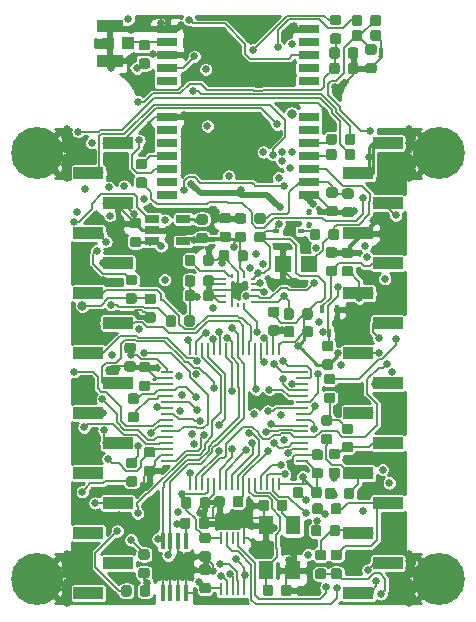
<source format=gbr>
G04 #@! TF.GenerationSoftware,KiCad,Pcbnew,(5.1.0-0)*
G04 #@! TF.CreationDate,2019-05-27T15:35:51-07:00*
G04 #@! TF.ProjectId,Nanopilot,4e616e6f-7069-46c6-9f74-2e6b69636164,rev?*
G04 #@! TF.SameCoordinates,Original*
G04 #@! TF.FileFunction,Copper,L4,Bot*
G04 #@! TF.FilePolarity,Positive*
%FSLAX46Y46*%
G04 Gerber Fmt 4.6, Leading zero omitted, Abs format (unit mm)*
G04 Created by KiCad (PCBNEW (5.1.0-0)) date 2019-05-27 15:35:51*
%MOMM*%
%LPD*%
G04 APERTURE LIST*
%ADD10R,2.500000X1.000000*%
%ADD11R,0.250000X1.100000*%
%ADD12C,0.300000*%
%ADD13R,1.400000X1.400000*%
%ADD14C,0.100000*%
%ADD15C,0.875000*%
%ADD16R,0.450000X0.700000*%
%ADD17R,0.400000X0.250000*%
%ADD18R,0.250000X0.400000*%
%ADD19R,0.600000X0.450000*%
%ADD20C,4.400000*%
%ADD21C,0.700000*%
%ADD22R,1.220000X0.650000*%
%ADD23R,0.250000X1.000000*%
%ADD24R,1.000000X0.250000*%
%ADD25R,0.450000X1.450000*%
%ADD26R,1.300000X1.600000*%
%ADD27R,2.200000X1.050000*%
%ADD28R,1.050000X1.000000*%
%ADD29R,1.800000X0.800000*%
%ADD30C,0.650000*%
%ADD31C,0.800000*%
%ADD32C,0.155000*%
%ADD33C,0.160000*%
%ADD34C,0.250000*%
%ADD35C,0.500000*%
%ADD36C,0.254000*%
G04 APERTURE END LIST*
D10*
X67570000Y-76740000D03*
X90430000Y-76740000D03*
X70070000Y-74200000D03*
X92930000Y-74200000D03*
X67570000Y-71660000D03*
X90430000Y-71660000D03*
X70070000Y-69120000D03*
X92930000Y-69120000D03*
X67570000Y-66580000D03*
X90430000Y-66580000D03*
X70070000Y-64040000D03*
X92930000Y-64040000D03*
X67570000Y-61500000D03*
X90430000Y-61500000D03*
X70070000Y-58960000D03*
X92930000Y-58960000D03*
X67570000Y-56420000D03*
X90430000Y-56420000D03*
X70070000Y-53880000D03*
X92930000Y-53880000D03*
X67570000Y-51340000D03*
X90430000Y-51340000D03*
X70070000Y-48800000D03*
X92930000Y-48800000D03*
X67570000Y-46260000D03*
X90430000Y-46260000D03*
X70070000Y-43720000D03*
X92930000Y-43720000D03*
X67570000Y-41180000D03*
X90430000Y-41180000D03*
X70070000Y-38640000D03*
X92930000Y-38640000D03*
D11*
X78775000Y-76375000D03*
X79275000Y-76375000D03*
X79775000Y-76375000D03*
X80275000Y-76375000D03*
X80775000Y-76375000D03*
X80775000Y-72075000D03*
X80275000Y-72075000D03*
X79775000Y-72075000D03*
X79275000Y-72075000D03*
X78775000Y-72075000D03*
D12*
X86225000Y-44450000D03*
X86225000Y-45550000D03*
D13*
X84050000Y-48875000D03*
X86250000Y-48875000D03*
D14*
G36*
X88427691Y-47451053D02*
G01*
X88448926Y-47454203D01*
X88469750Y-47459419D01*
X88489962Y-47466651D01*
X88509368Y-47475830D01*
X88527781Y-47486866D01*
X88545024Y-47499654D01*
X88560930Y-47514070D01*
X88575346Y-47529976D01*
X88588134Y-47547219D01*
X88599170Y-47565632D01*
X88608349Y-47585038D01*
X88615581Y-47605250D01*
X88620797Y-47626074D01*
X88623947Y-47647309D01*
X88625000Y-47668750D01*
X88625000Y-48106250D01*
X88623947Y-48127691D01*
X88620797Y-48148926D01*
X88615581Y-48169750D01*
X88608349Y-48189962D01*
X88599170Y-48209368D01*
X88588134Y-48227781D01*
X88575346Y-48245024D01*
X88560930Y-48260930D01*
X88545024Y-48275346D01*
X88527781Y-48288134D01*
X88509368Y-48299170D01*
X88489962Y-48308349D01*
X88469750Y-48315581D01*
X88448926Y-48320797D01*
X88427691Y-48323947D01*
X88406250Y-48325000D01*
X87893750Y-48325000D01*
X87872309Y-48323947D01*
X87851074Y-48320797D01*
X87830250Y-48315581D01*
X87810038Y-48308349D01*
X87790632Y-48299170D01*
X87772219Y-48288134D01*
X87754976Y-48275346D01*
X87739070Y-48260930D01*
X87724654Y-48245024D01*
X87711866Y-48227781D01*
X87700830Y-48209368D01*
X87691651Y-48189962D01*
X87684419Y-48169750D01*
X87679203Y-48148926D01*
X87676053Y-48127691D01*
X87675000Y-48106250D01*
X87675000Y-47668750D01*
X87676053Y-47647309D01*
X87679203Y-47626074D01*
X87684419Y-47605250D01*
X87691651Y-47585038D01*
X87700830Y-47565632D01*
X87711866Y-47547219D01*
X87724654Y-47529976D01*
X87739070Y-47514070D01*
X87754976Y-47499654D01*
X87772219Y-47486866D01*
X87790632Y-47475830D01*
X87810038Y-47466651D01*
X87830250Y-47459419D01*
X87851074Y-47454203D01*
X87872309Y-47451053D01*
X87893750Y-47450000D01*
X88406250Y-47450000D01*
X88427691Y-47451053D01*
X88427691Y-47451053D01*
G37*
D15*
X88150000Y-47887500D03*
D14*
G36*
X88427691Y-49026053D02*
G01*
X88448926Y-49029203D01*
X88469750Y-49034419D01*
X88489962Y-49041651D01*
X88509368Y-49050830D01*
X88527781Y-49061866D01*
X88545024Y-49074654D01*
X88560930Y-49089070D01*
X88575346Y-49104976D01*
X88588134Y-49122219D01*
X88599170Y-49140632D01*
X88608349Y-49160038D01*
X88615581Y-49180250D01*
X88620797Y-49201074D01*
X88623947Y-49222309D01*
X88625000Y-49243750D01*
X88625000Y-49681250D01*
X88623947Y-49702691D01*
X88620797Y-49723926D01*
X88615581Y-49744750D01*
X88608349Y-49764962D01*
X88599170Y-49784368D01*
X88588134Y-49802781D01*
X88575346Y-49820024D01*
X88560930Y-49835930D01*
X88545024Y-49850346D01*
X88527781Y-49863134D01*
X88509368Y-49874170D01*
X88489962Y-49883349D01*
X88469750Y-49890581D01*
X88448926Y-49895797D01*
X88427691Y-49898947D01*
X88406250Y-49900000D01*
X87893750Y-49900000D01*
X87872309Y-49898947D01*
X87851074Y-49895797D01*
X87830250Y-49890581D01*
X87810038Y-49883349D01*
X87790632Y-49874170D01*
X87772219Y-49863134D01*
X87754976Y-49850346D01*
X87739070Y-49835930D01*
X87724654Y-49820024D01*
X87711866Y-49802781D01*
X87700830Y-49784368D01*
X87691651Y-49764962D01*
X87684419Y-49744750D01*
X87679203Y-49723926D01*
X87676053Y-49702691D01*
X87675000Y-49681250D01*
X87675000Y-49243750D01*
X87676053Y-49222309D01*
X87679203Y-49201074D01*
X87684419Y-49180250D01*
X87691651Y-49160038D01*
X87700830Y-49140632D01*
X87711866Y-49122219D01*
X87724654Y-49104976D01*
X87739070Y-49089070D01*
X87754976Y-49074654D01*
X87772219Y-49061866D01*
X87790632Y-49050830D01*
X87810038Y-49041651D01*
X87830250Y-49034419D01*
X87851074Y-49029203D01*
X87872309Y-49026053D01*
X87893750Y-49025000D01*
X88406250Y-49025000D01*
X88427691Y-49026053D01*
X88427691Y-49026053D01*
G37*
D15*
X88150000Y-49462500D03*
D16*
X87975000Y-54700000D03*
X88625000Y-52700000D03*
X87325000Y-52700000D03*
D17*
X81475000Y-50100000D03*
X81475000Y-50600000D03*
X81475000Y-51100000D03*
X81475000Y-51600000D03*
X81475000Y-52100000D03*
D18*
X80750000Y-52325000D03*
X80250000Y-52325000D03*
X79750000Y-52325000D03*
D17*
X79025000Y-52100000D03*
X79025000Y-51600000D03*
X79025000Y-51100000D03*
X79025000Y-50600000D03*
X79025000Y-50100000D03*
D18*
X79750000Y-49875000D03*
X80250000Y-49875000D03*
X80750000Y-49875000D03*
D14*
G36*
X77677691Y-68626053D02*
G01*
X77698926Y-68629203D01*
X77719750Y-68634419D01*
X77739962Y-68641651D01*
X77759368Y-68650830D01*
X77777781Y-68661866D01*
X77795024Y-68674654D01*
X77810930Y-68689070D01*
X77825346Y-68704976D01*
X77838134Y-68722219D01*
X77849170Y-68740632D01*
X77858349Y-68760038D01*
X77865581Y-68780250D01*
X77870797Y-68801074D01*
X77873947Y-68822309D01*
X77875000Y-68843750D01*
X77875000Y-69356250D01*
X77873947Y-69377691D01*
X77870797Y-69398926D01*
X77865581Y-69419750D01*
X77858349Y-69439962D01*
X77849170Y-69459368D01*
X77838134Y-69477781D01*
X77825346Y-69495024D01*
X77810930Y-69510930D01*
X77795024Y-69525346D01*
X77777781Y-69538134D01*
X77759368Y-69549170D01*
X77739962Y-69558349D01*
X77719750Y-69565581D01*
X77698926Y-69570797D01*
X77677691Y-69573947D01*
X77656250Y-69575000D01*
X77218750Y-69575000D01*
X77197309Y-69573947D01*
X77176074Y-69570797D01*
X77155250Y-69565581D01*
X77135038Y-69558349D01*
X77115632Y-69549170D01*
X77097219Y-69538134D01*
X77079976Y-69525346D01*
X77064070Y-69510930D01*
X77049654Y-69495024D01*
X77036866Y-69477781D01*
X77025830Y-69459368D01*
X77016651Y-69439962D01*
X77009419Y-69419750D01*
X77004203Y-69398926D01*
X77001053Y-69377691D01*
X77000000Y-69356250D01*
X77000000Y-68843750D01*
X77001053Y-68822309D01*
X77004203Y-68801074D01*
X77009419Y-68780250D01*
X77016651Y-68760038D01*
X77025830Y-68740632D01*
X77036866Y-68722219D01*
X77049654Y-68704976D01*
X77064070Y-68689070D01*
X77079976Y-68674654D01*
X77097219Y-68661866D01*
X77115632Y-68650830D01*
X77135038Y-68641651D01*
X77155250Y-68634419D01*
X77176074Y-68629203D01*
X77197309Y-68626053D01*
X77218750Y-68625000D01*
X77656250Y-68625000D01*
X77677691Y-68626053D01*
X77677691Y-68626053D01*
G37*
D15*
X77437500Y-69100000D03*
D14*
G36*
X76102691Y-68626053D02*
G01*
X76123926Y-68629203D01*
X76144750Y-68634419D01*
X76164962Y-68641651D01*
X76184368Y-68650830D01*
X76202781Y-68661866D01*
X76220024Y-68674654D01*
X76235930Y-68689070D01*
X76250346Y-68704976D01*
X76263134Y-68722219D01*
X76274170Y-68740632D01*
X76283349Y-68760038D01*
X76290581Y-68780250D01*
X76295797Y-68801074D01*
X76298947Y-68822309D01*
X76300000Y-68843750D01*
X76300000Y-69356250D01*
X76298947Y-69377691D01*
X76295797Y-69398926D01*
X76290581Y-69419750D01*
X76283349Y-69439962D01*
X76274170Y-69459368D01*
X76263134Y-69477781D01*
X76250346Y-69495024D01*
X76235930Y-69510930D01*
X76220024Y-69525346D01*
X76202781Y-69538134D01*
X76184368Y-69549170D01*
X76164962Y-69558349D01*
X76144750Y-69565581D01*
X76123926Y-69570797D01*
X76102691Y-69573947D01*
X76081250Y-69575000D01*
X75643750Y-69575000D01*
X75622309Y-69573947D01*
X75601074Y-69570797D01*
X75580250Y-69565581D01*
X75560038Y-69558349D01*
X75540632Y-69549170D01*
X75522219Y-69538134D01*
X75504976Y-69525346D01*
X75489070Y-69510930D01*
X75474654Y-69495024D01*
X75461866Y-69477781D01*
X75450830Y-69459368D01*
X75441651Y-69439962D01*
X75434419Y-69419750D01*
X75429203Y-69398926D01*
X75426053Y-69377691D01*
X75425000Y-69356250D01*
X75425000Y-68843750D01*
X75426053Y-68822309D01*
X75429203Y-68801074D01*
X75434419Y-68780250D01*
X75441651Y-68760038D01*
X75450830Y-68740632D01*
X75461866Y-68722219D01*
X75474654Y-68704976D01*
X75489070Y-68689070D01*
X75504976Y-68674654D01*
X75522219Y-68661866D01*
X75540632Y-68650830D01*
X75560038Y-68641651D01*
X75580250Y-68634419D01*
X75601074Y-68629203D01*
X75622309Y-68626053D01*
X75643750Y-68625000D01*
X76081250Y-68625000D01*
X76102691Y-68626053D01*
X76102691Y-68626053D01*
G37*
D15*
X75862500Y-69100000D03*
D14*
G36*
X72627691Y-57163553D02*
G01*
X72648926Y-57166703D01*
X72669750Y-57171919D01*
X72689962Y-57179151D01*
X72709368Y-57188330D01*
X72727781Y-57199366D01*
X72745024Y-57212154D01*
X72760930Y-57226570D01*
X72775346Y-57242476D01*
X72788134Y-57259719D01*
X72799170Y-57278132D01*
X72808349Y-57297538D01*
X72815581Y-57317750D01*
X72820797Y-57338574D01*
X72823947Y-57359809D01*
X72825000Y-57381250D01*
X72825000Y-57818750D01*
X72823947Y-57840191D01*
X72820797Y-57861426D01*
X72815581Y-57882250D01*
X72808349Y-57902462D01*
X72799170Y-57921868D01*
X72788134Y-57940281D01*
X72775346Y-57957524D01*
X72760930Y-57973430D01*
X72745024Y-57987846D01*
X72727781Y-58000634D01*
X72709368Y-58011670D01*
X72689962Y-58020849D01*
X72669750Y-58028081D01*
X72648926Y-58033297D01*
X72627691Y-58036447D01*
X72606250Y-58037500D01*
X72093750Y-58037500D01*
X72072309Y-58036447D01*
X72051074Y-58033297D01*
X72030250Y-58028081D01*
X72010038Y-58020849D01*
X71990632Y-58011670D01*
X71972219Y-58000634D01*
X71954976Y-57987846D01*
X71939070Y-57973430D01*
X71924654Y-57957524D01*
X71911866Y-57940281D01*
X71900830Y-57921868D01*
X71891651Y-57902462D01*
X71884419Y-57882250D01*
X71879203Y-57861426D01*
X71876053Y-57840191D01*
X71875000Y-57818750D01*
X71875000Y-57381250D01*
X71876053Y-57359809D01*
X71879203Y-57338574D01*
X71884419Y-57317750D01*
X71891651Y-57297538D01*
X71900830Y-57278132D01*
X71911866Y-57259719D01*
X71924654Y-57242476D01*
X71939070Y-57226570D01*
X71954976Y-57212154D01*
X71972219Y-57199366D01*
X71990632Y-57188330D01*
X72010038Y-57179151D01*
X72030250Y-57171919D01*
X72051074Y-57166703D01*
X72072309Y-57163553D01*
X72093750Y-57162500D01*
X72606250Y-57162500D01*
X72627691Y-57163553D01*
X72627691Y-57163553D01*
G37*
D15*
X72350000Y-57600000D03*
D14*
G36*
X72627691Y-58738553D02*
G01*
X72648926Y-58741703D01*
X72669750Y-58746919D01*
X72689962Y-58754151D01*
X72709368Y-58763330D01*
X72727781Y-58774366D01*
X72745024Y-58787154D01*
X72760930Y-58801570D01*
X72775346Y-58817476D01*
X72788134Y-58834719D01*
X72799170Y-58853132D01*
X72808349Y-58872538D01*
X72815581Y-58892750D01*
X72820797Y-58913574D01*
X72823947Y-58934809D01*
X72825000Y-58956250D01*
X72825000Y-59393750D01*
X72823947Y-59415191D01*
X72820797Y-59436426D01*
X72815581Y-59457250D01*
X72808349Y-59477462D01*
X72799170Y-59496868D01*
X72788134Y-59515281D01*
X72775346Y-59532524D01*
X72760930Y-59548430D01*
X72745024Y-59562846D01*
X72727781Y-59575634D01*
X72709368Y-59586670D01*
X72689962Y-59595849D01*
X72669750Y-59603081D01*
X72648926Y-59608297D01*
X72627691Y-59611447D01*
X72606250Y-59612500D01*
X72093750Y-59612500D01*
X72072309Y-59611447D01*
X72051074Y-59608297D01*
X72030250Y-59603081D01*
X72010038Y-59595849D01*
X71990632Y-59586670D01*
X71972219Y-59575634D01*
X71954976Y-59562846D01*
X71939070Y-59548430D01*
X71924654Y-59532524D01*
X71911866Y-59515281D01*
X71900830Y-59496868D01*
X71891651Y-59477462D01*
X71884419Y-59457250D01*
X71879203Y-59436426D01*
X71876053Y-59415191D01*
X71875000Y-59393750D01*
X71875000Y-58956250D01*
X71876053Y-58934809D01*
X71879203Y-58913574D01*
X71884419Y-58892750D01*
X71891651Y-58872538D01*
X71900830Y-58853132D01*
X71911866Y-58834719D01*
X71924654Y-58817476D01*
X71939070Y-58801570D01*
X71954976Y-58787154D01*
X71972219Y-58774366D01*
X71990632Y-58763330D01*
X72010038Y-58754151D01*
X72030250Y-58746919D01*
X72051074Y-58741703D01*
X72072309Y-58738553D01*
X72093750Y-58737500D01*
X72606250Y-58737500D01*
X72627691Y-58738553D01*
X72627691Y-58738553D01*
G37*
D15*
X72350000Y-59175000D03*
D14*
G36*
X85552691Y-67726053D02*
G01*
X85573926Y-67729203D01*
X85594750Y-67734419D01*
X85614962Y-67741651D01*
X85634368Y-67750830D01*
X85652781Y-67761866D01*
X85670024Y-67774654D01*
X85685930Y-67789070D01*
X85700346Y-67804976D01*
X85713134Y-67822219D01*
X85724170Y-67840632D01*
X85733349Y-67860038D01*
X85740581Y-67880250D01*
X85745797Y-67901074D01*
X85748947Y-67922309D01*
X85750000Y-67943750D01*
X85750000Y-68456250D01*
X85748947Y-68477691D01*
X85745797Y-68498926D01*
X85740581Y-68519750D01*
X85733349Y-68539962D01*
X85724170Y-68559368D01*
X85713134Y-68577781D01*
X85700346Y-68595024D01*
X85685930Y-68610930D01*
X85670024Y-68625346D01*
X85652781Y-68638134D01*
X85634368Y-68649170D01*
X85614962Y-68658349D01*
X85594750Y-68665581D01*
X85573926Y-68670797D01*
X85552691Y-68673947D01*
X85531250Y-68675000D01*
X85093750Y-68675000D01*
X85072309Y-68673947D01*
X85051074Y-68670797D01*
X85030250Y-68665581D01*
X85010038Y-68658349D01*
X84990632Y-68649170D01*
X84972219Y-68638134D01*
X84954976Y-68625346D01*
X84939070Y-68610930D01*
X84924654Y-68595024D01*
X84911866Y-68577781D01*
X84900830Y-68559368D01*
X84891651Y-68539962D01*
X84884419Y-68519750D01*
X84879203Y-68498926D01*
X84876053Y-68477691D01*
X84875000Y-68456250D01*
X84875000Y-67943750D01*
X84876053Y-67922309D01*
X84879203Y-67901074D01*
X84884419Y-67880250D01*
X84891651Y-67860038D01*
X84900830Y-67840632D01*
X84911866Y-67822219D01*
X84924654Y-67804976D01*
X84939070Y-67789070D01*
X84954976Y-67774654D01*
X84972219Y-67761866D01*
X84990632Y-67750830D01*
X85010038Y-67741651D01*
X85030250Y-67734419D01*
X85051074Y-67729203D01*
X85072309Y-67726053D01*
X85093750Y-67725000D01*
X85531250Y-67725000D01*
X85552691Y-67726053D01*
X85552691Y-67726053D01*
G37*
D15*
X85312500Y-68200000D03*
D14*
G36*
X87127691Y-67726053D02*
G01*
X87148926Y-67729203D01*
X87169750Y-67734419D01*
X87189962Y-67741651D01*
X87209368Y-67750830D01*
X87227781Y-67761866D01*
X87245024Y-67774654D01*
X87260930Y-67789070D01*
X87275346Y-67804976D01*
X87288134Y-67822219D01*
X87299170Y-67840632D01*
X87308349Y-67860038D01*
X87315581Y-67880250D01*
X87320797Y-67901074D01*
X87323947Y-67922309D01*
X87325000Y-67943750D01*
X87325000Y-68456250D01*
X87323947Y-68477691D01*
X87320797Y-68498926D01*
X87315581Y-68519750D01*
X87308349Y-68539962D01*
X87299170Y-68559368D01*
X87288134Y-68577781D01*
X87275346Y-68595024D01*
X87260930Y-68610930D01*
X87245024Y-68625346D01*
X87227781Y-68638134D01*
X87209368Y-68649170D01*
X87189962Y-68658349D01*
X87169750Y-68665581D01*
X87148926Y-68670797D01*
X87127691Y-68673947D01*
X87106250Y-68675000D01*
X86668750Y-68675000D01*
X86647309Y-68673947D01*
X86626074Y-68670797D01*
X86605250Y-68665581D01*
X86585038Y-68658349D01*
X86565632Y-68649170D01*
X86547219Y-68638134D01*
X86529976Y-68625346D01*
X86514070Y-68610930D01*
X86499654Y-68595024D01*
X86486866Y-68577781D01*
X86475830Y-68559368D01*
X86466651Y-68539962D01*
X86459419Y-68519750D01*
X86454203Y-68498926D01*
X86451053Y-68477691D01*
X86450000Y-68456250D01*
X86450000Y-67943750D01*
X86451053Y-67922309D01*
X86454203Y-67901074D01*
X86459419Y-67880250D01*
X86466651Y-67860038D01*
X86475830Y-67840632D01*
X86486866Y-67822219D01*
X86499654Y-67804976D01*
X86514070Y-67789070D01*
X86529976Y-67774654D01*
X86547219Y-67761866D01*
X86565632Y-67750830D01*
X86585038Y-67741651D01*
X86605250Y-67734419D01*
X86626074Y-67729203D01*
X86647309Y-67726053D01*
X86668750Y-67725000D01*
X87106250Y-67725000D01*
X87127691Y-67726053D01*
X87127691Y-67726053D01*
G37*
D15*
X86887500Y-68200000D03*
D14*
G36*
X88477691Y-43951053D02*
G01*
X88498926Y-43954203D01*
X88519750Y-43959419D01*
X88539962Y-43966651D01*
X88559368Y-43975830D01*
X88577781Y-43986866D01*
X88595024Y-43999654D01*
X88610930Y-44014070D01*
X88625346Y-44029976D01*
X88638134Y-44047219D01*
X88649170Y-44065632D01*
X88658349Y-44085038D01*
X88665581Y-44105250D01*
X88670797Y-44126074D01*
X88673947Y-44147309D01*
X88675000Y-44168750D01*
X88675000Y-44606250D01*
X88673947Y-44627691D01*
X88670797Y-44648926D01*
X88665581Y-44669750D01*
X88658349Y-44689962D01*
X88649170Y-44709368D01*
X88638134Y-44727781D01*
X88625346Y-44745024D01*
X88610930Y-44760930D01*
X88595024Y-44775346D01*
X88577781Y-44788134D01*
X88559368Y-44799170D01*
X88539962Y-44808349D01*
X88519750Y-44815581D01*
X88498926Y-44820797D01*
X88477691Y-44823947D01*
X88456250Y-44825000D01*
X87943750Y-44825000D01*
X87922309Y-44823947D01*
X87901074Y-44820797D01*
X87880250Y-44815581D01*
X87860038Y-44808349D01*
X87840632Y-44799170D01*
X87822219Y-44788134D01*
X87804976Y-44775346D01*
X87789070Y-44760930D01*
X87774654Y-44745024D01*
X87761866Y-44727781D01*
X87750830Y-44709368D01*
X87741651Y-44689962D01*
X87734419Y-44669750D01*
X87729203Y-44648926D01*
X87726053Y-44627691D01*
X87725000Y-44606250D01*
X87725000Y-44168750D01*
X87726053Y-44147309D01*
X87729203Y-44126074D01*
X87734419Y-44105250D01*
X87741651Y-44085038D01*
X87750830Y-44065632D01*
X87761866Y-44047219D01*
X87774654Y-44029976D01*
X87789070Y-44014070D01*
X87804976Y-43999654D01*
X87822219Y-43986866D01*
X87840632Y-43975830D01*
X87860038Y-43966651D01*
X87880250Y-43959419D01*
X87901074Y-43954203D01*
X87922309Y-43951053D01*
X87943750Y-43950000D01*
X88456250Y-43950000D01*
X88477691Y-43951053D01*
X88477691Y-43951053D01*
G37*
D15*
X88200000Y-44387500D03*
D14*
G36*
X88477691Y-42376053D02*
G01*
X88498926Y-42379203D01*
X88519750Y-42384419D01*
X88539962Y-42391651D01*
X88559368Y-42400830D01*
X88577781Y-42411866D01*
X88595024Y-42424654D01*
X88610930Y-42439070D01*
X88625346Y-42454976D01*
X88638134Y-42472219D01*
X88649170Y-42490632D01*
X88658349Y-42510038D01*
X88665581Y-42530250D01*
X88670797Y-42551074D01*
X88673947Y-42572309D01*
X88675000Y-42593750D01*
X88675000Y-43031250D01*
X88673947Y-43052691D01*
X88670797Y-43073926D01*
X88665581Y-43094750D01*
X88658349Y-43114962D01*
X88649170Y-43134368D01*
X88638134Y-43152781D01*
X88625346Y-43170024D01*
X88610930Y-43185930D01*
X88595024Y-43200346D01*
X88577781Y-43213134D01*
X88559368Y-43224170D01*
X88539962Y-43233349D01*
X88519750Y-43240581D01*
X88498926Y-43245797D01*
X88477691Y-43248947D01*
X88456250Y-43250000D01*
X87943750Y-43250000D01*
X87922309Y-43248947D01*
X87901074Y-43245797D01*
X87880250Y-43240581D01*
X87860038Y-43233349D01*
X87840632Y-43224170D01*
X87822219Y-43213134D01*
X87804976Y-43200346D01*
X87789070Y-43185930D01*
X87774654Y-43170024D01*
X87761866Y-43152781D01*
X87750830Y-43134368D01*
X87741651Y-43114962D01*
X87734419Y-43094750D01*
X87729203Y-43073926D01*
X87726053Y-43052691D01*
X87725000Y-43031250D01*
X87725000Y-42593750D01*
X87726053Y-42572309D01*
X87729203Y-42551074D01*
X87734419Y-42530250D01*
X87741651Y-42510038D01*
X87750830Y-42490632D01*
X87761866Y-42472219D01*
X87774654Y-42454976D01*
X87789070Y-42439070D01*
X87804976Y-42424654D01*
X87822219Y-42411866D01*
X87840632Y-42400830D01*
X87860038Y-42391651D01*
X87880250Y-42384419D01*
X87901074Y-42379203D01*
X87922309Y-42376053D01*
X87943750Y-42375000D01*
X88456250Y-42375000D01*
X88477691Y-42376053D01*
X88477691Y-42376053D01*
G37*
D15*
X88200000Y-42812500D03*
D14*
G36*
X89827691Y-44051053D02*
G01*
X89848926Y-44054203D01*
X89869750Y-44059419D01*
X89889962Y-44066651D01*
X89909368Y-44075830D01*
X89927781Y-44086866D01*
X89945024Y-44099654D01*
X89960930Y-44114070D01*
X89975346Y-44129976D01*
X89988134Y-44147219D01*
X89999170Y-44165632D01*
X90008349Y-44185038D01*
X90015581Y-44205250D01*
X90020797Y-44226074D01*
X90023947Y-44247309D01*
X90025000Y-44268750D01*
X90025000Y-44706250D01*
X90023947Y-44727691D01*
X90020797Y-44748926D01*
X90015581Y-44769750D01*
X90008349Y-44789962D01*
X89999170Y-44809368D01*
X89988134Y-44827781D01*
X89975346Y-44845024D01*
X89960930Y-44860930D01*
X89945024Y-44875346D01*
X89927781Y-44888134D01*
X89909368Y-44899170D01*
X89889962Y-44908349D01*
X89869750Y-44915581D01*
X89848926Y-44920797D01*
X89827691Y-44923947D01*
X89806250Y-44925000D01*
X89293750Y-44925000D01*
X89272309Y-44923947D01*
X89251074Y-44920797D01*
X89230250Y-44915581D01*
X89210038Y-44908349D01*
X89190632Y-44899170D01*
X89172219Y-44888134D01*
X89154976Y-44875346D01*
X89139070Y-44860930D01*
X89124654Y-44845024D01*
X89111866Y-44827781D01*
X89100830Y-44809368D01*
X89091651Y-44789962D01*
X89084419Y-44769750D01*
X89079203Y-44748926D01*
X89076053Y-44727691D01*
X89075000Y-44706250D01*
X89075000Y-44268750D01*
X89076053Y-44247309D01*
X89079203Y-44226074D01*
X89084419Y-44205250D01*
X89091651Y-44185038D01*
X89100830Y-44165632D01*
X89111866Y-44147219D01*
X89124654Y-44129976D01*
X89139070Y-44114070D01*
X89154976Y-44099654D01*
X89172219Y-44086866D01*
X89190632Y-44075830D01*
X89210038Y-44066651D01*
X89230250Y-44059419D01*
X89251074Y-44054203D01*
X89272309Y-44051053D01*
X89293750Y-44050000D01*
X89806250Y-44050000D01*
X89827691Y-44051053D01*
X89827691Y-44051053D01*
G37*
D15*
X89550000Y-44487500D03*
D14*
G36*
X89827691Y-42476053D02*
G01*
X89848926Y-42479203D01*
X89869750Y-42484419D01*
X89889962Y-42491651D01*
X89909368Y-42500830D01*
X89927781Y-42511866D01*
X89945024Y-42524654D01*
X89960930Y-42539070D01*
X89975346Y-42554976D01*
X89988134Y-42572219D01*
X89999170Y-42590632D01*
X90008349Y-42610038D01*
X90015581Y-42630250D01*
X90020797Y-42651074D01*
X90023947Y-42672309D01*
X90025000Y-42693750D01*
X90025000Y-43131250D01*
X90023947Y-43152691D01*
X90020797Y-43173926D01*
X90015581Y-43194750D01*
X90008349Y-43214962D01*
X89999170Y-43234368D01*
X89988134Y-43252781D01*
X89975346Y-43270024D01*
X89960930Y-43285930D01*
X89945024Y-43300346D01*
X89927781Y-43313134D01*
X89909368Y-43324170D01*
X89889962Y-43333349D01*
X89869750Y-43340581D01*
X89848926Y-43345797D01*
X89827691Y-43348947D01*
X89806250Y-43350000D01*
X89293750Y-43350000D01*
X89272309Y-43348947D01*
X89251074Y-43345797D01*
X89230250Y-43340581D01*
X89210038Y-43333349D01*
X89190632Y-43324170D01*
X89172219Y-43313134D01*
X89154976Y-43300346D01*
X89139070Y-43285930D01*
X89124654Y-43270024D01*
X89111866Y-43252781D01*
X89100830Y-43234368D01*
X89091651Y-43214962D01*
X89084419Y-43194750D01*
X89079203Y-43173926D01*
X89076053Y-43152691D01*
X89075000Y-43131250D01*
X89075000Y-42693750D01*
X89076053Y-42672309D01*
X89079203Y-42651074D01*
X89084419Y-42630250D01*
X89091651Y-42610038D01*
X89100830Y-42590632D01*
X89111866Y-42572219D01*
X89124654Y-42554976D01*
X89139070Y-42539070D01*
X89154976Y-42524654D01*
X89172219Y-42511866D01*
X89190632Y-42500830D01*
X89210038Y-42491651D01*
X89230250Y-42484419D01*
X89251074Y-42479203D01*
X89272309Y-42476053D01*
X89293750Y-42475000D01*
X89806250Y-42475000D01*
X89827691Y-42476053D01*
X89827691Y-42476053D01*
G37*
D15*
X89550000Y-42912500D03*
D14*
G36*
X72327691Y-39963553D02*
G01*
X72348926Y-39966703D01*
X72369750Y-39971919D01*
X72389962Y-39979151D01*
X72409368Y-39988330D01*
X72427781Y-39999366D01*
X72445024Y-40012154D01*
X72460930Y-40026570D01*
X72475346Y-40042476D01*
X72488134Y-40059719D01*
X72499170Y-40078132D01*
X72508349Y-40097538D01*
X72515581Y-40117750D01*
X72520797Y-40138574D01*
X72523947Y-40159809D01*
X72525000Y-40181250D01*
X72525000Y-40618750D01*
X72523947Y-40640191D01*
X72520797Y-40661426D01*
X72515581Y-40682250D01*
X72508349Y-40702462D01*
X72499170Y-40721868D01*
X72488134Y-40740281D01*
X72475346Y-40757524D01*
X72460930Y-40773430D01*
X72445024Y-40787846D01*
X72427781Y-40800634D01*
X72409368Y-40811670D01*
X72389962Y-40820849D01*
X72369750Y-40828081D01*
X72348926Y-40833297D01*
X72327691Y-40836447D01*
X72306250Y-40837500D01*
X71793750Y-40837500D01*
X71772309Y-40836447D01*
X71751074Y-40833297D01*
X71730250Y-40828081D01*
X71710038Y-40820849D01*
X71690632Y-40811670D01*
X71672219Y-40800634D01*
X71654976Y-40787846D01*
X71639070Y-40773430D01*
X71624654Y-40757524D01*
X71611866Y-40740281D01*
X71600830Y-40721868D01*
X71591651Y-40702462D01*
X71584419Y-40682250D01*
X71579203Y-40661426D01*
X71576053Y-40640191D01*
X71575000Y-40618750D01*
X71575000Y-40181250D01*
X71576053Y-40159809D01*
X71579203Y-40138574D01*
X71584419Y-40117750D01*
X71591651Y-40097538D01*
X71600830Y-40078132D01*
X71611866Y-40059719D01*
X71624654Y-40042476D01*
X71639070Y-40026570D01*
X71654976Y-40012154D01*
X71672219Y-39999366D01*
X71690632Y-39988330D01*
X71710038Y-39979151D01*
X71730250Y-39971919D01*
X71751074Y-39966703D01*
X71772309Y-39963553D01*
X71793750Y-39962500D01*
X72306250Y-39962500D01*
X72327691Y-39963553D01*
X72327691Y-39963553D01*
G37*
D15*
X72050000Y-40400000D03*
D14*
G36*
X72327691Y-41538553D02*
G01*
X72348926Y-41541703D01*
X72369750Y-41546919D01*
X72389962Y-41554151D01*
X72409368Y-41563330D01*
X72427781Y-41574366D01*
X72445024Y-41587154D01*
X72460930Y-41601570D01*
X72475346Y-41617476D01*
X72488134Y-41634719D01*
X72499170Y-41653132D01*
X72508349Y-41672538D01*
X72515581Y-41692750D01*
X72520797Y-41713574D01*
X72523947Y-41734809D01*
X72525000Y-41756250D01*
X72525000Y-42193750D01*
X72523947Y-42215191D01*
X72520797Y-42236426D01*
X72515581Y-42257250D01*
X72508349Y-42277462D01*
X72499170Y-42296868D01*
X72488134Y-42315281D01*
X72475346Y-42332524D01*
X72460930Y-42348430D01*
X72445024Y-42362846D01*
X72427781Y-42375634D01*
X72409368Y-42386670D01*
X72389962Y-42395849D01*
X72369750Y-42403081D01*
X72348926Y-42408297D01*
X72327691Y-42411447D01*
X72306250Y-42412500D01*
X71793750Y-42412500D01*
X71772309Y-42411447D01*
X71751074Y-42408297D01*
X71730250Y-42403081D01*
X71710038Y-42395849D01*
X71690632Y-42386670D01*
X71672219Y-42375634D01*
X71654976Y-42362846D01*
X71639070Y-42348430D01*
X71624654Y-42332524D01*
X71611866Y-42315281D01*
X71600830Y-42296868D01*
X71591651Y-42277462D01*
X71584419Y-42257250D01*
X71579203Y-42236426D01*
X71576053Y-42215191D01*
X71575000Y-42193750D01*
X71575000Y-41756250D01*
X71576053Y-41734809D01*
X71579203Y-41713574D01*
X71584419Y-41692750D01*
X71591651Y-41672538D01*
X71600830Y-41653132D01*
X71611866Y-41634719D01*
X71624654Y-41617476D01*
X71639070Y-41601570D01*
X71654976Y-41587154D01*
X71672219Y-41574366D01*
X71690632Y-41563330D01*
X71710038Y-41554151D01*
X71730250Y-41546919D01*
X71751074Y-41541703D01*
X71772309Y-41538553D01*
X71793750Y-41537500D01*
X72306250Y-41537500D01*
X72327691Y-41538553D01*
X72327691Y-41538553D01*
G37*
D15*
X72050000Y-41975000D03*
D14*
G36*
X88577691Y-45876053D02*
G01*
X88598926Y-45879203D01*
X88619750Y-45884419D01*
X88639962Y-45891651D01*
X88659368Y-45900830D01*
X88677781Y-45911866D01*
X88695024Y-45924654D01*
X88710930Y-45939070D01*
X88725346Y-45954976D01*
X88738134Y-45972219D01*
X88749170Y-45990632D01*
X88758349Y-46010038D01*
X88765581Y-46030250D01*
X88770797Y-46051074D01*
X88773947Y-46072309D01*
X88775000Y-46093750D01*
X88775000Y-46606250D01*
X88773947Y-46627691D01*
X88770797Y-46648926D01*
X88765581Y-46669750D01*
X88758349Y-46689962D01*
X88749170Y-46709368D01*
X88738134Y-46727781D01*
X88725346Y-46745024D01*
X88710930Y-46760930D01*
X88695024Y-46775346D01*
X88677781Y-46788134D01*
X88659368Y-46799170D01*
X88639962Y-46808349D01*
X88619750Y-46815581D01*
X88598926Y-46820797D01*
X88577691Y-46823947D01*
X88556250Y-46825000D01*
X88118750Y-46825000D01*
X88097309Y-46823947D01*
X88076074Y-46820797D01*
X88055250Y-46815581D01*
X88035038Y-46808349D01*
X88015632Y-46799170D01*
X87997219Y-46788134D01*
X87979976Y-46775346D01*
X87964070Y-46760930D01*
X87949654Y-46745024D01*
X87936866Y-46727781D01*
X87925830Y-46709368D01*
X87916651Y-46689962D01*
X87909419Y-46669750D01*
X87904203Y-46648926D01*
X87901053Y-46627691D01*
X87900000Y-46606250D01*
X87900000Y-46093750D01*
X87901053Y-46072309D01*
X87904203Y-46051074D01*
X87909419Y-46030250D01*
X87916651Y-46010038D01*
X87925830Y-45990632D01*
X87936866Y-45972219D01*
X87949654Y-45954976D01*
X87964070Y-45939070D01*
X87979976Y-45924654D01*
X87997219Y-45911866D01*
X88015632Y-45900830D01*
X88035038Y-45891651D01*
X88055250Y-45884419D01*
X88076074Y-45879203D01*
X88097309Y-45876053D01*
X88118750Y-45875000D01*
X88556250Y-45875000D01*
X88577691Y-45876053D01*
X88577691Y-45876053D01*
G37*
D15*
X88337500Y-46350000D03*
D14*
G36*
X87002691Y-45876053D02*
G01*
X87023926Y-45879203D01*
X87044750Y-45884419D01*
X87064962Y-45891651D01*
X87084368Y-45900830D01*
X87102781Y-45911866D01*
X87120024Y-45924654D01*
X87135930Y-45939070D01*
X87150346Y-45954976D01*
X87163134Y-45972219D01*
X87174170Y-45990632D01*
X87183349Y-46010038D01*
X87190581Y-46030250D01*
X87195797Y-46051074D01*
X87198947Y-46072309D01*
X87200000Y-46093750D01*
X87200000Y-46606250D01*
X87198947Y-46627691D01*
X87195797Y-46648926D01*
X87190581Y-46669750D01*
X87183349Y-46689962D01*
X87174170Y-46709368D01*
X87163134Y-46727781D01*
X87150346Y-46745024D01*
X87135930Y-46760930D01*
X87120024Y-46775346D01*
X87102781Y-46788134D01*
X87084368Y-46799170D01*
X87064962Y-46808349D01*
X87044750Y-46815581D01*
X87023926Y-46820797D01*
X87002691Y-46823947D01*
X86981250Y-46825000D01*
X86543750Y-46825000D01*
X86522309Y-46823947D01*
X86501074Y-46820797D01*
X86480250Y-46815581D01*
X86460038Y-46808349D01*
X86440632Y-46799170D01*
X86422219Y-46788134D01*
X86404976Y-46775346D01*
X86389070Y-46760930D01*
X86374654Y-46745024D01*
X86361866Y-46727781D01*
X86350830Y-46709368D01*
X86341651Y-46689962D01*
X86334419Y-46669750D01*
X86329203Y-46648926D01*
X86326053Y-46627691D01*
X86325000Y-46606250D01*
X86325000Y-46093750D01*
X86326053Y-46072309D01*
X86329203Y-46051074D01*
X86334419Y-46030250D01*
X86341651Y-46010038D01*
X86350830Y-45990632D01*
X86361866Y-45972219D01*
X86374654Y-45954976D01*
X86389070Y-45939070D01*
X86404976Y-45924654D01*
X86422219Y-45911866D01*
X86440632Y-45900830D01*
X86460038Y-45891651D01*
X86480250Y-45884419D01*
X86501074Y-45879203D01*
X86522309Y-45876053D01*
X86543750Y-45875000D01*
X86981250Y-45875000D01*
X87002691Y-45876053D01*
X87002691Y-45876053D01*
G37*
D15*
X86762500Y-46350000D03*
D14*
G36*
X89777691Y-47476053D02*
G01*
X89798926Y-47479203D01*
X89819750Y-47484419D01*
X89839962Y-47491651D01*
X89859368Y-47500830D01*
X89877781Y-47511866D01*
X89895024Y-47524654D01*
X89910930Y-47539070D01*
X89925346Y-47554976D01*
X89938134Y-47572219D01*
X89949170Y-47590632D01*
X89958349Y-47610038D01*
X89965581Y-47630250D01*
X89970797Y-47651074D01*
X89973947Y-47672309D01*
X89975000Y-47693750D01*
X89975000Y-48131250D01*
X89973947Y-48152691D01*
X89970797Y-48173926D01*
X89965581Y-48194750D01*
X89958349Y-48214962D01*
X89949170Y-48234368D01*
X89938134Y-48252781D01*
X89925346Y-48270024D01*
X89910930Y-48285930D01*
X89895024Y-48300346D01*
X89877781Y-48313134D01*
X89859368Y-48324170D01*
X89839962Y-48333349D01*
X89819750Y-48340581D01*
X89798926Y-48345797D01*
X89777691Y-48348947D01*
X89756250Y-48350000D01*
X89243750Y-48350000D01*
X89222309Y-48348947D01*
X89201074Y-48345797D01*
X89180250Y-48340581D01*
X89160038Y-48333349D01*
X89140632Y-48324170D01*
X89122219Y-48313134D01*
X89104976Y-48300346D01*
X89089070Y-48285930D01*
X89074654Y-48270024D01*
X89061866Y-48252781D01*
X89050830Y-48234368D01*
X89041651Y-48214962D01*
X89034419Y-48194750D01*
X89029203Y-48173926D01*
X89026053Y-48152691D01*
X89025000Y-48131250D01*
X89025000Y-47693750D01*
X89026053Y-47672309D01*
X89029203Y-47651074D01*
X89034419Y-47630250D01*
X89041651Y-47610038D01*
X89050830Y-47590632D01*
X89061866Y-47572219D01*
X89074654Y-47554976D01*
X89089070Y-47539070D01*
X89104976Y-47524654D01*
X89122219Y-47511866D01*
X89140632Y-47500830D01*
X89160038Y-47491651D01*
X89180250Y-47484419D01*
X89201074Y-47479203D01*
X89222309Y-47476053D01*
X89243750Y-47475000D01*
X89756250Y-47475000D01*
X89777691Y-47476053D01*
X89777691Y-47476053D01*
G37*
D15*
X89500000Y-47912500D03*
D14*
G36*
X89777691Y-49051053D02*
G01*
X89798926Y-49054203D01*
X89819750Y-49059419D01*
X89839962Y-49066651D01*
X89859368Y-49075830D01*
X89877781Y-49086866D01*
X89895024Y-49099654D01*
X89910930Y-49114070D01*
X89925346Y-49129976D01*
X89938134Y-49147219D01*
X89949170Y-49165632D01*
X89958349Y-49185038D01*
X89965581Y-49205250D01*
X89970797Y-49226074D01*
X89973947Y-49247309D01*
X89975000Y-49268750D01*
X89975000Y-49706250D01*
X89973947Y-49727691D01*
X89970797Y-49748926D01*
X89965581Y-49769750D01*
X89958349Y-49789962D01*
X89949170Y-49809368D01*
X89938134Y-49827781D01*
X89925346Y-49845024D01*
X89910930Y-49860930D01*
X89895024Y-49875346D01*
X89877781Y-49888134D01*
X89859368Y-49899170D01*
X89839962Y-49908349D01*
X89819750Y-49915581D01*
X89798926Y-49920797D01*
X89777691Y-49923947D01*
X89756250Y-49925000D01*
X89243750Y-49925000D01*
X89222309Y-49923947D01*
X89201074Y-49920797D01*
X89180250Y-49915581D01*
X89160038Y-49908349D01*
X89140632Y-49899170D01*
X89122219Y-49888134D01*
X89104976Y-49875346D01*
X89089070Y-49860930D01*
X89074654Y-49845024D01*
X89061866Y-49827781D01*
X89050830Y-49809368D01*
X89041651Y-49789962D01*
X89034419Y-49769750D01*
X89029203Y-49748926D01*
X89026053Y-49727691D01*
X89025000Y-49706250D01*
X89025000Y-49268750D01*
X89026053Y-49247309D01*
X89029203Y-49226074D01*
X89034419Y-49205250D01*
X89041651Y-49185038D01*
X89050830Y-49165632D01*
X89061866Y-49147219D01*
X89074654Y-49129976D01*
X89089070Y-49114070D01*
X89104976Y-49099654D01*
X89122219Y-49086866D01*
X89140632Y-49075830D01*
X89160038Y-49066651D01*
X89180250Y-49059419D01*
X89201074Y-49054203D01*
X89222309Y-49051053D01*
X89243750Y-49050000D01*
X89756250Y-49050000D01*
X89777691Y-49051053D01*
X89777691Y-49051053D01*
G37*
D15*
X89500000Y-49487500D03*
D14*
G36*
X71527691Y-65263553D02*
G01*
X71548926Y-65266703D01*
X71569750Y-65271919D01*
X71589962Y-65279151D01*
X71609368Y-65288330D01*
X71627781Y-65299366D01*
X71645024Y-65312154D01*
X71660930Y-65326570D01*
X71675346Y-65342476D01*
X71688134Y-65359719D01*
X71699170Y-65378132D01*
X71708349Y-65397538D01*
X71715581Y-65417750D01*
X71720797Y-65438574D01*
X71723947Y-65459809D01*
X71725000Y-65481250D01*
X71725000Y-65918750D01*
X71723947Y-65940191D01*
X71720797Y-65961426D01*
X71715581Y-65982250D01*
X71708349Y-66002462D01*
X71699170Y-66021868D01*
X71688134Y-66040281D01*
X71675346Y-66057524D01*
X71660930Y-66073430D01*
X71645024Y-66087846D01*
X71627781Y-66100634D01*
X71609368Y-66111670D01*
X71589962Y-66120849D01*
X71569750Y-66128081D01*
X71548926Y-66133297D01*
X71527691Y-66136447D01*
X71506250Y-66137500D01*
X70993750Y-66137500D01*
X70972309Y-66136447D01*
X70951074Y-66133297D01*
X70930250Y-66128081D01*
X70910038Y-66120849D01*
X70890632Y-66111670D01*
X70872219Y-66100634D01*
X70854976Y-66087846D01*
X70839070Y-66073430D01*
X70824654Y-66057524D01*
X70811866Y-66040281D01*
X70800830Y-66021868D01*
X70791651Y-66002462D01*
X70784419Y-65982250D01*
X70779203Y-65961426D01*
X70776053Y-65940191D01*
X70775000Y-65918750D01*
X70775000Y-65481250D01*
X70776053Y-65459809D01*
X70779203Y-65438574D01*
X70784419Y-65417750D01*
X70791651Y-65397538D01*
X70800830Y-65378132D01*
X70811866Y-65359719D01*
X70824654Y-65342476D01*
X70839070Y-65326570D01*
X70854976Y-65312154D01*
X70872219Y-65299366D01*
X70890632Y-65288330D01*
X70910038Y-65279151D01*
X70930250Y-65271919D01*
X70951074Y-65266703D01*
X70972309Y-65263553D01*
X70993750Y-65262500D01*
X71506250Y-65262500D01*
X71527691Y-65263553D01*
X71527691Y-65263553D01*
G37*
D15*
X71250000Y-65700000D03*
D14*
G36*
X71527691Y-66838553D02*
G01*
X71548926Y-66841703D01*
X71569750Y-66846919D01*
X71589962Y-66854151D01*
X71609368Y-66863330D01*
X71627781Y-66874366D01*
X71645024Y-66887154D01*
X71660930Y-66901570D01*
X71675346Y-66917476D01*
X71688134Y-66934719D01*
X71699170Y-66953132D01*
X71708349Y-66972538D01*
X71715581Y-66992750D01*
X71720797Y-67013574D01*
X71723947Y-67034809D01*
X71725000Y-67056250D01*
X71725000Y-67493750D01*
X71723947Y-67515191D01*
X71720797Y-67536426D01*
X71715581Y-67557250D01*
X71708349Y-67577462D01*
X71699170Y-67596868D01*
X71688134Y-67615281D01*
X71675346Y-67632524D01*
X71660930Y-67648430D01*
X71645024Y-67662846D01*
X71627781Y-67675634D01*
X71609368Y-67686670D01*
X71589962Y-67695849D01*
X71569750Y-67703081D01*
X71548926Y-67708297D01*
X71527691Y-67711447D01*
X71506250Y-67712500D01*
X70993750Y-67712500D01*
X70972309Y-67711447D01*
X70951074Y-67708297D01*
X70930250Y-67703081D01*
X70910038Y-67695849D01*
X70890632Y-67686670D01*
X70872219Y-67675634D01*
X70854976Y-67662846D01*
X70839070Y-67648430D01*
X70824654Y-67632524D01*
X70811866Y-67615281D01*
X70800830Y-67596868D01*
X70791651Y-67577462D01*
X70784419Y-67557250D01*
X70779203Y-67536426D01*
X70776053Y-67515191D01*
X70775000Y-67493750D01*
X70775000Y-67056250D01*
X70776053Y-67034809D01*
X70779203Y-67013574D01*
X70784419Y-66992750D01*
X70791651Y-66972538D01*
X70800830Y-66953132D01*
X70811866Y-66934719D01*
X70824654Y-66917476D01*
X70839070Y-66901570D01*
X70854976Y-66887154D01*
X70872219Y-66874366D01*
X70890632Y-66863330D01*
X70910038Y-66854151D01*
X70930250Y-66846919D01*
X70951074Y-66841703D01*
X70972309Y-66838553D01*
X70993750Y-66837500D01*
X71506250Y-66837500D01*
X71527691Y-66838553D01*
X71527691Y-66838553D01*
G37*
D15*
X71250000Y-67275000D03*
D14*
G36*
X88027691Y-63251053D02*
G01*
X88048926Y-63254203D01*
X88069750Y-63259419D01*
X88089962Y-63266651D01*
X88109368Y-63275830D01*
X88127781Y-63286866D01*
X88145024Y-63299654D01*
X88160930Y-63314070D01*
X88175346Y-63329976D01*
X88188134Y-63347219D01*
X88199170Y-63365632D01*
X88208349Y-63385038D01*
X88215581Y-63405250D01*
X88220797Y-63426074D01*
X88223947Y-63447309D01*
X88225000Y-63468750D01*
X88225000Y-63906250D01*
X88223947Y-63927691D01*
X88220797Y-63948926D01*
X88215581Y-63969750D01*
X88208349Y-63989962D01*
X88199170Y-64009368D01*
X88188134Y-64027781D01*
X88175346Y-64045024D01*
X88160930Y-64060930D01*
X88145024Y-64075346D01*
X88127781Y-64088134D01*
X88109368Y-64099170D01*
X88089962Y-64108349D01*
X88069750Y-64115581D01*
X88048926Y-64120797D01*
X88027691Y-64123947D01*
X88006250Y-64125000D01*
X87493750Y-64125000D01*
X87472309Y-64123947D01*
X87451074Y-64120797D01*
X87430250Y-64115581D01*
X87410038Y-64108349D01*
X87390632Y-64099170D01*
X87372219Y-64088134D01*
X87354976Y-64075346D01*
X87339070Y-64060930D01*
X87324654Y-64045024D01*
X87311866Y-64027781D01*
X87300830Y-64009368D01*
X87291651Y-63989962D01*
X87284419Y-63969750D01*
X87279203Y-63948926D01*
X87276053Y-63927691D01*
X87275000Y-63906250D01*
X87275000Y-63468750D01*
X87276053Y-63447309D01*
X87279203Y-63426074D01*
X87284419Y-63405250D01*
X87291651Y-63385038D01*
X87300830Y-63365632D01*
X87311866Y-63347219D01*
X87324654Y-63329976D01*
X87339070Y-63314070D01*
X87354976Y-63299654D01*
X87372219Y-63286866D01*
X87390632Y-63275830D01*
X87410038Y-63266651D01*
X87430250Y-63259419D01*
X87451074Y-63254203D01*
X87472309Y-63251053D01*
X87493750Y-63250000D01*
X88006250Y-63250000D01*
X88027691Y-63251053D01*
X88027691Y-63251053D01*
G37*
D15*
X87750000Y-63687500D03*
D14*
G36*
X88027691Y-61676053D02*
G01*
X88048926Y-61679203D01*
X88069750Y-61684419D01*
X88089962Y-61691651D01*
X88109368Y-61700830D01*
X88127781Y-61711866D01*
X88145024Y-61724654D01*
X88160930Y-61739070D01*
X88175346Y-61754976D01*
X88188134Y-61772219D01*
X88199170Y-61790632D01*
X88208349Y-61810038D01*
X88215581Y-61830250D01*
X88220797Y-61851074D01*
X88223947Y-61872309D01*
X88225000Y-61893750D01*
X88225000Y-62331250D01*
X88223947Y-62352691D01*
X88220797Y-62373926D01*
X88215581Y-62394750D01*
X88208349Y-62414962D01*
X88199170Y-62434368D01*
X88188134Y-62452781D01*
X88175346Y-62470024D01*
X88160930Y-62485930D01*
X88145024Y-62500346D01*
X88127781Y-62513134D01*
X88109368Y-62524170D01*
X88089962Y-62533349D01*
X88069750Y-62540581D01*
X88048926Y-62545797D01*
X88027691Y-62548947D01*
X88006250Y-62550000D01*
X87493750Y-62550000D01*
X87472309Y-62548947D01*
X87451074Y-62545797D01*
X87430250Y-62540581D01*
X87410038Y-62533349D01*
X87390632Y-62524170D01*
X87372219Y-62513134D01*
X87354976Y-62500346D01*
X87339070Y-62485930D01*
X87324654Y-62470024D01*
X87311866Y-62452781D01*
X87300830Y-62434368D01*
X87291651Y-62414962D01*
X87284419Y-62394750D01*
X87279203Y-62373926D01*
X87276053Y-62352691D01*
X87275000Y-62331250D01*
X87275000Y-61893750D01*
X87276053Y-61872309D01*
X87279203Y-61851074D01*
X87284419Y-61830250D01*
X87291651Y-61810038D01*
X87300830Y-61790632D01*
X87311866Y-61772219D01*
X87324654Y-61754976D01*
X87339070Y-61739070D01*
X87354976Y-61724654D01*
X87372219Y-61711866D01*
X87390632Y-61700830D01*
X87410038Y-61691651D01*
X87430250Y-61684419D01*
X87451074Y-61679203D01*
X87472309Y-61676053D01*
X87493750Y-61675000D01*
X88006250Y-61675000D01*
X88027691Y-61676053D01*
X88027691Y-61676053D01*
G37*
D15*
X87750000Y-62112500D03*
D14*
G36*
X87527691Y-73076053D02*
G01*
X87548926Y-73079203D01*
X87569750Y-73084419D01*
X87589962Y-73091651D01*
X87609368Y-73100830D01*
X87627781Y-73111866D01*
X87645024Y-73124654D01*
X87660930Y-73139070D01*
X87675346Y-73154976D01*
X87688134Y-73172219D01*
X87699170Y-73190632D01*
X87708349Y-73210038D01*
X87715581Y-73230250D01*
X87720797Y-73251074D01*
X87723947Y-73272309D01*
X87725000Y-73293750D01*
X87725000Y-73731250D01*
X87723947Y-73752691D01*
X87720797Y-73773926D01*
X87715581Y-73794750D01*
X87708349Y-73814962D01*
X87699170Y-73834368D01*
X87688134Y-73852781D01*
X87675346Y-73870024D01*
X87660930Y-73885930D01*
X87645024Y-73900346D01*
X87627781Y-73913134D01*
X87609368Y-73924170D01*
X87589962Y-73933349D01*
X87569750Y-73940581D01*
X87548926Y-73945797D01*
X87527691Y-73948947D01*
X87506250Y-73950000D01*
X86993750Y-73950000D01*
X86972309Y-73948947D01*
X86951074Y-73945797D01*
X86930250Y-73940581D01*
X86910038Y-73933349D01*
X86890632Y-73924170D01*
X86872219Y-73913134D01*
X86854976Y-73900346D01*
X86839070Y-73885930D01*
X86824654Y-73870024D01*
X86811866Y-73852781D01*
X86800830Y-73834368D01*
X86791651Y-73814962D01*
X86784419Y-73794750D01*
X86779203Y-73773926D01*
X86776053Y-73752691D01*
X86775000Y-73731250D01*
X86775000Y-73293750D01*
X86776053Y-73272309D01*
X86779203Y-73251074D01*
X86784419Y-73230250D01*
X86791651Y-73210038D01*
X86800830Y-73190632D01*
X86811866Y-73172219D01*
X86824654Y-73154976D01*
X86839070Y-73139070D01*
X86854976Y-73124654D01*
X86872219Y-73111866D01*
X86890632Y-73100830D01*
X86910038Y-73091651D01*
X86930250Y-73084419D01*
X86951074Y-73079203D01*
X86972309Y-73076053D01*
X86993750Y-73075000D01*
X87506250Y-73075000D01*
X87527691Y-73076053D01*
X87527691Y-73076053D01*
G37*
D15*
X87250000Y-73512500D03*
D14*
G36*
X87527691Y-74651053D02*
G01*
X87548926Y-74654203D01*
X87569750Y-74659419D01*
X87589962Y-74666651D01*
X87609368Y-74675830D01*
X87627781Y-74686866D01*
X87645024Y-74699654D01*
X87660930Y-74714070D01*
X87675346Y-74729976D01*
X87688134Y-74747219D01*
X87699170Y-74765632D01*
X87708349Y-74785038D01*
X87715581Y-74805250D01*
X87720797Y-74826074D01*
X87723947Y-74847309D01*
X87725000Y-74868750D01*
X87725000Y-75306250D01*
X87723947Y-75327691D01*
X87720797Y-75348926D01*
X87715581Y-75369750D01*
X87708349Y-75389962D01*
X87699170Y-75409368D01*
X87688134Y-75427781D01*
X87675346Y-75445024D01*
X87660930Y-75460930D01*
X87645024Y-75475346D01*
X87627781Y-75488134D01*
X87609368Y-75499170D01*
X87589962Y-75508349D01*
X87569750Y-75515581D01*
X87548926Y-75520797D01*
X87527691Y-75523947D01*
X87506250Y-75525000D01*
X86993750Y-75525000D01*
X86972309Y-75523947D01*
X86951074Y-75520797D01*
X86930250Y-75515581D01*
X86910038Y-75508349D01*
X86890632Y-75499170D01*
X86872219Y-75488134D01*
X86854976Y-75475346D01*
X86839070Y-75460930D01*
X86824654Y-75445024D01*
X86811866Y-75427781D01*
X86800830Y-75409368D01*
X86791651Y-75389962D01*
X86784419Y-75369750D01*
X86779203Y-75348926D01*
X86776053Y-75327691D01*
X86775000Y-75306250D01*
X86775000Y-74868750D01*
X86776053Y-74847309D01*
X86779203Y-74826074D01*
X86784419Y-74805250D01*
X86791651Y-74785038D01*
X86800830Y-74765632D01*
X86811866Y-74747219D01*
X86824654Y-74729976D01*
X86839070Y-74714070D01*
X86854976Y-74699654D01*
X86872219Y-74686866D01*
X86890632Y-74675830D01*
X86910038Y-74666651D01*
X86930250Y-74659419D01*
X86951074Y-74654203D01*
X86972309Y-74651053D01*
X86993750Y-74650000D01*
X87506250Y-74650000D01*
X87527691Y-74651053D01*
X87527691Y-74651053D01*
G37*
D15*
X87250000Y-75087500D03*
D14*
G36*
X89777691Y-62376053D02*
G01*
X89798926Y-62379203D01*
X89819750Y-62384419D01*
X89839962Y-62391651D01*
X89859368Y-62400830D01*
X89877781Y-62411866D01*
X89895024Y-62424654D01*
X89910930Y-62439070D01*
X89925346Y-62454976D01*
X89938134Y-62472219D01*
X89949170Y-62490632D01*
X89958349Y-62510038D01*
X89965581Y-62530250D01*
X89970797Y-62551074D01*
X89973947Y-62572309D01*
X89975000Y-62593750D01*
X89975000Y-63031250D01*
X89973947Y-63052691D01*
X89970797Y-63073926D01*
X89965581Y-63094750D01*
X89958349Y-63114962D01*
X89949170Y-63134368D01*
X89938134Y-63152781D01*
X89925346Y-63170024D01*
X89910930Y-63185930D01*
X89895024Y-63200346D01*
X89877781Y-63213134D01*
X89859368Y-63224170D01*
X89839962Y-63233349D01*
X89819750Y-63240581D01*
X89798926Y-63245797D01*
X89777691Y-63248947D01*
X89756250Y-63250000D01*
X89243750Y-63250000D01*
X89222309Y-63248947D01*
X89201074Y-63245797D01*
X89180250Y-63240581D01*
X89160038Y-63233349D01*
X89140632Y-63224170D01*
X89122219Y-63213134D01*
X89104976Y-63200346D01*
X89089070Y-63185930D01*
X89074654Y-63170024D01*
X89061866Y-63152781D01*
X89050830Y-63134368D01*
X89041651Y-63114962D01*
X89034419Y-63094750D01*
X89029203Y-63073926D01*
X89026053Y-63052691D01*
X89025000Y-63031250D01*
X89025000Y-62593750D01*
X89026053Y-62572309D01*
X89029203Y-62551074D01*
X89034419Y-62530250D01*
X89041651Y-62510038D01*
X89050830Y-62490632D01*
X89061866Y-62472219D01*
X89074654Y-62454976D01*
X89089070Y-62439070D01*
X89104976Y-62424654D01*
X89122219Y-62411866D01*
X89140632Y-62400830D01*
X89160038Y-62391651D01*
X89180250Y-62384419D01*
X89201074Y-62379203D01*
X89222309Y-62376053D01*
X89243750Y-62375000D01*
X89756250Y-62375000D01*
X89777691Y-62376053D01*
X89777691Y-62376053D01*
G37*
D15*
X89500000Y-62812500D03*
D14*
G36*
X89777691Y-63951053D02*
G01*
X89798926Y-63954203D01*
X89819750Y-63959419D01*
X89839962Y-63966651D01*
X89859368Y-63975830D01*
X89877781Y-63986866D01*
X89895024Y-63999654D01*
X89910930Y-64014070D01*
X89925346Y-64029976D01*
X89938134Y-64047219D01*
X89949170Y-64065632D01*
X89958349Y-64085038D01*
X89965581Y-64105250D01*
X89970797Y-64126074D01*
X89973947Y-64147309D01*
X89975000Y-64168750D01*
X89975000Y-64606250D01*
X89973947Y-64627691D01*
X89970797Y-64648926D01*
X89965581Y-64669750D01*
X89958349Y-64689962D01*
X89949170Y-64709368D01*
X89938134Y-64727781D01*
X89925346Y-64745024D01*
X89910930Y-64760930D01*
X89895024Y-64775346D01*
X89877781Y-64788134D01*
X89859368Y-64799170D01*
X89839962Y-64808349D01*
X89819750Y-64815581D01*
X89798926Y-64820797D01*
X89777691Y-64823947D01*
X89756250Y-64825000D01*
X89243750Y-64825000D01*
X89222309Y-64823947D01*
X89201074Y-64820797D01*
X89180250Y-64815581D01*
X89160038Y-64808349D01*
X89140632Y-64799170D01*
X89122219Y-64788134D01*
X89104976Y-64775346D01*
X89089070Y-64760930D01*
X89074654Y-64745024D01*
X89061866Y-64727781D01*
X89050830Y-64709368D01*
X89041651Y-64689962D01*
X89034419Y-64669750D01*
X89029203Y-64648926D01*
X89026053Y-64627691D01*
X89025000Y-64606250D01*
X89025000Y-64168750D01*
X89026053Y-64147309D01*
X89029203Y-64126074D01*
X89034419Y-64105250D01*
X89041651Y-64085038D01*
X89050830Y-64065632D01*
X89061866Y-64047219D01*
X89074654Y-64029976D01*
X89089070Y-64014070D01*
X89104976Y-63999654D01*
X89122219Y-63986866D01*
X89140632Y-63975830D01*
X89160038Y-63966651D01*
X89180250Y-63959419D01*
X89201074Y-63954203D01*
X89222309Y-63951053D01*
X89243750Y-63950000D01*
X89756250Y-63950000D01*
X89777691Y-63951053D01*
X89777691Y-63951053D01*
G37*
D15*
X89500000Y-64387500D03*
D14*
G36*
X88827691Y-73063553D02*
G01*
X88848926Y-73066703D01*
X88869750Y-73071919D01*
X88889962Y-73079151D01*
X88909368Y-73088330D01*
X88927781Y-73099366D01*
X88945024Y-73112154D01*
X88960930Y-73126570D01*
X88975346Y-73142476D01*
X88988134Y-73159719D01*
X88999170Y-73178132D01*
X89008349Y-73197538D01*
X89015581Y-73217750D01*
X89020797Y-73238574D01*
X89023947Y-73259809D01*
X89025000Y-73281250D01*
X89025000Y-73718750D01*
X89023947Y-73740191D01*
X89020797Y-73761426D01*
X89015581Y-73782250D01*
X89008349Y-73802462D01*
X88999170Y-73821868D01*
X88988134Y-73840281D01*
X88975346Y-73857524D01*
X88960930Y-73873430D01*
X88945024Y-73887846D01*
X88927781Y-73900634D01*
X88909368Y-73911670D01*
X88889962Y-73920849D01*
X88869750Y-73928081D01*
X88848926Y-73933297D01*
X88827691Y-73936447D01*
X88806250Y-73937500D01*
X88293750Y-73937500D01*
X88272309Y-73936447D01*
X88251074Y-73933297D01*
X88230250Y-73928081D01*
X88210038Y-73920849D01*
X88190632Y-73911670D01*
X88172219Y-73900634D01*
X88154976Y-73887846D01*
X88139070Y-73873430D01*
X88124654Y-73857524D01*
X88111866Y-73840281D01*
X88100830Y-73821868D01*
X88091651Y-73802462D01*
X88084419Y-73782250D01*
X88079203Y-73761426D01*
X88076053Y-73740191D01*
X88075000Y-73718750D01*
X88075000Y-73281250D01*
X88076053Y-73259809D01*
X88079203Y-73238574D01*
X88084419Y-73217750D01*
X88091651Y-73197538D01*
X88100830Y-73178132D01*
X88111866Y-73159719D01*
X88124654Y-73142476D01*
X88139070Y-73126570D01*
X88154976Y-73112154D01*
X88172219Y-73099366D01*
X88190632Y-73088330D01*
X88210038Y-73079151D01*
X88230250Y-73071919D01*
X88251074Y-73066703D01*
X88272309Y-73063553D01*
X88293750Y-73062500D01*
X88806250Y-73062500D01*
X88827691Y-73063553D01*
X88827691Y-73063553D01*
G37*
D15*
X88550000Y-73500000D03*
D14*
G36*
X88827691Y-74638553D02*
G01*
X88848926Y-74641703D01*
X88869750Y-74646919D01*
X88889962Y-74654151D01*
X88909368Y-74663330D01*
X88927781Y-74674366D01*
X88945024Y-74687154D01*
X88960930Y-74701570D01*
X88975346Y-74717476D01*
X88988134Y-74734719D01*
X88999170Y-74753132D01*
X89008349Y-74772538D01*
X89015581Y-74792750D01*
X89020797Y-74813574D01*
X89023947Y-74834809D01*
X89025000Y-74856250D01*
X89025000Y-75293750D01*
X89023947Y-75315191D01*
X89020797Y-75336426D01*
X89015581Y-75357250D01*
X89008349Y-75377462D01*
X88999170Y-75396868D01*
X88988134Y-75415281D01*
X88975346Y-75432524D01*
X88960930Y-75448430D01*
X88945024Y-75462846D01*
X88927781Y-75475634D01*
X88909368Y-75486670D01*
X88889962Y-75495849D01*
X88869750Y-75503081D01*
X88848926Y-75508297D01*
X88827691Y-75511447D01*
X88806250Y-75512500D01*
X88293750Y-75512500D01*
X88272309Y-75511447D01*
X88251074Y-75508297D01*
X88230250Y-75503081D01*
X88210038Y-75495849D01*
X88190632Y-75486670D01*
X88172219Y-75475634D01*
X88154976Y-75462846D01*
X88139070Y-75448430D01*
X88124654Y-75432524D01*
X88111866Y-75415281D01*
X88100830Y-75396868D01*
X88091651Y-75377462D01*
X88084419Y-75357250D01*
X88079203Y-75336426D01*
X88076053Y-75315191D01*
X88075000Y-75293750D01*
X88075000Y-74856250D01*
X88076053Y-74834809D01*
X88079203Y-74813574D01*
X88084419Y-74792750D01*
X88091651Y-74772538D01*
X88100830Y-74753132D01*
X88111866Y-74734719D01*
X88124654Y-74717476D01*
X88139070Y-74701570D01*
X88154976Y-74687154D01*
X88172219Y-74674366D01*
X88190632Y-74663330D01*
X88210038Y-74654151D01*
X88230250Y-74646919D01*
X88251074Y-74641703D01*
X88272309Y-74638553D01*
X88293750Y-74637500D01*
X88806250Y-74637500D01*
X88827691Y-74638553D01*
X88827691Y-74638553D01*
G37*
D15*
X88550000Y-75075000D03*
D14*
G36*
X72577691Y-31463553D02*
G01*
X72598926Y-31466703D01*
X72619750Y-31471919D01*
X72639962Y-31479151D01*
X72659368Y-31488330D01*
X72677781Y-31499366D01*
X72695024Y-31512154D01*
X72710930Y-31526570D01*
X72725346Y-31542476D01*
X72738134Y-31559719D01*
X72749170Y-31578132D01*
X72758349Y-31597538D01*
X72765581Y-31617750D01*
X72770797Y-31638574D01*
X72773947Y-31659809D01*
X72775000Y-31681250D01*
X72775000Y-32118750D01*
X72773947Y-32140191D01*
X72770797Y-32161426D01*
X72765581Y-32182250D01*
X72758349Y-32202462D01*
X72749170Y-32221868D01*
X72738134Y-32240281D01*
X72725346Y-32257524D01*
X72710930Y-32273430D01*
X72695024Y-32287846D01*
X72677781Y-32300634D01*
X72659368Y-32311670D01*
X72639962Y-32320849D01*
X72619750Y-32328081D01*
X72598926Y-32333297D01*
X72577691Y-32336447D01*
X72556250Y-32337500D01*
X72043750Y-32337500D01*
X72022309Y-32336447D01*
X72001074Y-32333297D01*
X71980250Y-32328081D01*
X71960038Y-32320849D01*
X71940632Y-32311670D01*
X71922219Y-32300634D01*
X71904976Y-32287846D01*
X71889070Y-32273430D01*
X71874654Y-32257524D01*
X71861866Y-32240281D01*
X71850830Y-32221868D01*
X71841651Y-32202462D01*
X71834419Y-32182250D01*
X71829203Y-32161426D01*
X71826053Y-32140191D01*
X71825000Y-32118750D01*
X71825000Y-31681250D01*
X71826053Y-31659809D01*
X71829203Y-31638574D01*
X71834419Y-31617750D01*
X71841651Y-31597538D01*
X71850830Y-31578132D01*
X71861866Y-31559719D01*
X71874654Y-31542476D01*
X71889070Y-31526570D01*
X71904976Y-31512154D01*
X71922219Y-31499366D01*
X71940632Y-31488330D01*
X71960038Y-31479151D01*
X71980250Y-31471919D01*
X72001074Y-31466703D01*
X72022309Y-31463553D01*
X72043750Y-31462500D01*
X72556250Y-31462500D01*
X72577691Y-31463553D01*
X72577691Y-31463553D01*
G37*
D15*
X72300000Y-31900000D03*
D14*
G36*
X72577691Y-29888553D02*
G01*
X72598926Y-29891703D01*
X72619750Y-29896919D01*
X72639962Y-29904151D01*
X72659368Y-29913330D01*
X72677781Y-29924366D01*
X72695024Y-29937154D01*
X72710930Y-29951570D01*
X72725346Y-29967476D01*
X72738134Y-29984719D01*
X72749170Y-30003132D01*
X72758349Y-30022538D01*
X72765581Y-30042750D01*
X72770797Y-30063574D01*
X72773947Y-30084809D01*
X72775000Y-30106250D01*
X72775000Y-30543750D01*
X72773947Y-30565191D01*
X72770797Y-30586426D01*
X72765581Y-30607250D01*
X72758349Y-30627462D01*
X72749170Y-30646868D01*
X72738134Y-30665281D01*
X72725346Y-30682524D01*
X72710930Y-30698430D01*
X72695024Y-30712846D01*
X72677781Y-30725634D01*
X72659368Y-30736670D01*
X72639962Y-30745849D01*
X72619750Y-30753081D01*
X72598926Y-30758297D01*
X72577691Y-30761447D01*
X72556250Y-30762500D01*
X72043750Y-30762500D01*
X72022309Y-30761447D01*
X72001074Y-30758297D01*
X71980250Y-30753081D01*
X71960038Y-30745849D01*
X71940632Y-30736670D01*
X71922219Y-30725634D01*
X71904976Y-30712846D01*
X71889070Y-30698430D01*
X71874654Y-30682524D01*
X71861866Y-30665281D01*
X71850830Y-30646868D01*
X71841651Y-30627462D01*
X71834419Y-30607250D01*
X71829203Y-30586426D01*
X71826053Y-30565191D01*
X71825000Y-30543750D01*
X71825000Y-30106250D01*
X71826053Y-30084809D01*
X71829203Y-30063574D01*
X71834419Y-30042750D01*
X71841651Y-30022538D01*
X71850830Y-30003132D01*
X71861866Y-29984719D01*
X71874654Y-29967476D01*
X71889070Y-29951570D01*
X71904976Y-29937154D01*
X71922219Y-29924366D01*
X71940632Y-29913330D01*
X71960038Y-29904151D01*
X71980250Y-29896919D01*
X72001074Y-29891703D01*
X72022309Y-29888553D01*
X72043750Y-29887500D01*
X72556250Y-29887500D01*
X72577691Y-29888553D01*
X72577691Y-29888553D01*
G37*
D15*
X72300000Y-30325000D03*
D14*
G36*
X89965191Y-39126053D02*
G01*
X89986426Y-39129203D01*
X90007250Y-39134419D01*
X90027462Y-39141651D01*
X90046868Y-39150830D01*
X90065281Y-39161866D01*
X90082524Y-39174654D01*
X90098430Y-39189070D01*
X90112846Y-39204976D01*
X90125634Y-39222219D01*
X90136670Y-39240632D01*
X90145849Y-39260038D01*
X90153081Y-39280250D01*
X90158297Y-39301074D01*
X90161447Y-39322309D01*
X90162500Y-39343750D01*
X90162500Y-39856250D01*
X90161447Y-39877691D01*
X90158297Y-39898926D01*
X90153081Y-39919750D01*
X90145849Y-39939962D01*
X90136670Y-39959368D01*
X90125634Y-39977781D01*
X90112846Y-39995024D01*
X90098430Y-40010930D01*
X90082524Y-40025346D01*
X90065281Y-40038134D01*
X90046868Y-40049170D01*
X90027462Y-40058349D01*
X90007250Y-40065581D01*
X89986426Y-40070797D01*
X89965191Y-40073947D01*
X89943750Y-40075000D01*
X89506250Y-40075000D01*
X89484809Y-40073947D01*
X89463574Y-40070797D01*
X89442750Y-40065581D01*
X89422538Y-40058349D01*
X89403132Y-40049170D01*
X89384719Y-40038134D01*
X89367476Y-40025346D01*
X89351570Y-40010930D01*
X89337154Y-39995024D01*
X89324366Y-39977781D01*
X89313330Y-39959368D01*
X89304151Y-39939962D01*
X89296919Y-39919750D01*
X89291703Y-39898926D01*
X89288553Y-39877691D01*
X89287500Y-39856250D01*
X89287500Y-39343750D01*
X89288553Y-39322309D01*
X89291703Y-39301074D01*
X89296919Y-39280250D01*
X89304151Y-39260038D01*
X89313330Y-39240632D01*
X89324366Y-39222219D01*
X89337154Y-39204976D01*
X89351570Y-39189070D01*
X89367476Y-39174654D01*
X89384719Y-39161866D01*
X89403132Y-39150830D01*
X89422538Y-39141651D01*
X89442750Y-39134419D01*
X89463574Y-39129203D01*
X89484809Y-39126053D01*
X89506250Y-39125000D01*
X89943750Y-39125000D01*
X89965191Y-39126053D01*
X89965191Y-39126053D01*
G37*
D15*
X89725000Y-39600000D03*
D14*
G36*
X88390191Y-39126053D02*
G01*
X88411426Y-39129203D01*
X88432250Y-39134419D01*
X88452462Y-39141651D01*
X88471868Y-39150830D01*
X88490281Y-39161866D01*
X88507524Y-39174654D01*
X88523430Y-39189070D01*
X88537846Y-39204976D01*
X88550634Y-39222219D01*
X88561670Y-39240632D01*
X88570849Y-39260038D01*
X88578081Y-39280250D01*
X88583297Y-39301074D01*
X88586447Y-39322309D01*
X88587500Y-39343750D01*
X88587500Y-39856250D01*
X88586447Y-39877691D01*
X88583297Y-39898926D01*
X88578081Y-39919750D01*
X88570849Y-39939962D01*
X88561670Y-39959368D01*
X88550634Y-39977781D01*
X88537846Y-39995024D01*
X88523430Y-40010930D01*
X88507524Y-40025346D01*
X88490281Y-40038134D01*
X88471868Y-40049170D01*
X88452462Y-40058349D01*
X88432250Y-40065581D01*
X88411426Y-40070797D01*
X88390191Y-40073947D01*
X88368750Y-40075000D01*
X87931250Y-40075000D01*
X87909809Y-40073947D01*
X87888574Y-40070797D01*
X87867750Y-40065581D01*
X87847538Y-40058349D01*
X87828132Y-40049170D01*
X87809719Y-40038134D01*
X87792476Y-40025346D01*
X87776570Y-40010930D01*
X87762154Y-39995024D01*
X87749366Y-39977781D01*
X87738330Y-39959368D01*
X87729151Y-39939962D01*
X87721919Y-39919750D01*
X87716703Y-39898926D01*
X87713553Y-39877691D01*
X87712500Y-39856250D01*
X87712500Y-39343750D01*
X87713553Y-39322309D01*
X87716703Y-39301074D01*
X87721919Y-39280250D01*
X87729151Y-39260038D01*
X87738330Y-39240632D01*
X87749366Y-39222219D01*
X87762154Y-39204976D01*
X87776570Y-39189070D01*
X87792476Y-39174654D01*
X87809719Y-39161866D01*
X87828132Y-39150830D01*
X87847538Y-39141651D01*
X87867750Y-39134419D01*
X87888574Y-39129203D01*
X87909809Y-39126053D01*
X87931250Y-39125000D01*
X88368750Y-39125000D01*
X88390191Y-39126053D01*
X88390191Y-39126053D01*
G37*
D15*
X88150000Y-39600000D03*
D14*
G36*
X89977691Y-37826053D02*
G01*
X89998926Y-37829203D01*
X90019750Y-37834419D01*
X90039962Y-37841651D01*
X90059368Y-37850830D01*
X90077781Y-37861866D01*
X90095024Y-37874654D01*
X90110930Y-37889070D01*
X90125346Y-37904976D01*
X90138134Y-37922219D01*
X90149170Y-37940632D01*
X90158349Y-37960038D01*
X90165581Y-37980250D01*
X90170797Y-38001074D01*
X90173947Y-38022309D01*
X90175000Y-38043750D01*
X90175000Y-38556250D01*
X90173947Y-38577691D01*
X90170797Y-38598926D01*
X90165581Y-38619750D01*
X90158349Y-38639962D01*
X90149170Y-38659368D01*
X90138134Y-38677781D01*
X90125346Y-38695024D01*
X90110930Y-38710930D01*
X90095024Y-38725346D01*
X90077781Y-38738134D01*
X90059368Y-38749170D01*
X90039962Y-38758349D01*
X90019750Y-38765581D01*
X89998926Y-38770797D01*
X89977691Y-38773947D01*
X89956250Y-38775000D01*
X89518750Y-38775000D01*
X89497309Y-38773947D01*
X89476074Y-38770797D01*
X89455250Y-38765581D01*
X89435038Y-38758349D01*
X89415632Y-38749170D01*
X89397219Y-38738134D01*
X89379976Y-38725346D01*
X89364070Y-38710930D01*
X89349654Y-38695024D01*
X89336866Y-38677781D01*
X89325830Y-38659368D01*
X89316651Y-38639962D01*
X89309419Y-38619750D01*
X89304203Y-38598926D01*
X89301053Y-38577691D01*
X89300000Y-38556250D01*
X89300000Y-38043750D01*
X89301053Y-38022309D01*
X89304203Y-38001074D01*
X89309419Y-37980250D01*
X89316651Y-37960038D01*
X89325830Y-37940632D01*
X89336866Y-37922219D01*
X89349654Y-37904976D01*
X89364070Y-37889070D01*
X89379976Y-37874654D01*
X89397219Y-37861866D01*
X89415632Y-37850830D01*
X89435038Y-37841651D01*
X89455250Y-37834419D01*
X89476074Y-37829203D01*
X89497309Y-37826053D01*
X89518750Y-37825000D01*
X89956250Y-37825000D01*
X89977691Y-37826053D01*
X89977691Y-37826053D01*
G37*
D15*
X89737500Y-38300000D03*
D14*
G36*
X88402691Y-37826053D02*
G01*
X88423926Y-37829203D01*
X88444750Y-37834419D01*
X88464962Y-37841651D01*
X88484368Y-37850830D01*
X88502781Y-37861866D01*
X88520024Y-37874654D01*
X88535930Y-37889070D01*
X88550346Y-37904976D01*
X88563134Y-37922219D01*
X88574170Y-37940632D01*
X88583349Y-37960038D01*
X88590581Y-37980250D01*
X88595797Y-38001074D01*
X88598947Y-38022309D01*
X88600000Y-38043750D01*
X88600000Y-38556250D01*
X88598947Y-38577691D01*
X88595797Y-38598926D01*
X88590581Y-38619750D01*
X88583349Y-38639962D01*
X88574170Y-38659368D01*
X88563134Y-38677781D01*
X88550346Y-38695024D01*
X88535930Y-38710930D01*
X88520024Y-38725346D01*
X88502781Y-38738134D01*
X88484368Y-38749170D01*
X88464962Y-38758349D01*
X88444750Y-38765581D01*
X88423926Y-38770797D01*
X88402691Y-38773947D01*
X88381250Y-38775000D01*
X87943750Y-38775000D01*
X87922309Y-38773947D01*
X87901074Y-38770797D01*
X87880250Y-38765581D01*
X87860038Y-38758349D01*
X87840632Y-38749170D01*
X87822219Y-38738134D01*
X87804976Y-38725346D01*
X87789070Y-38710930D01*
X87774654Y-38695024D01*
X87761866Y-38677781D01*
X87750830Y-38659368D01*
X87741651Y-38639962D01*
X87734419Y-38619750D01*
X87729203Y-38598926D01*
X87726053Y-38577691D01*
X87725000Y-38556250D01*
X87725000Y-38043750D01*
X87726053Y-38022309D01*
X87729203Y-38001074D01*
X87734419Y-37980250D01*
X87741651Y-37960038D01*
X87750830Y-37940632D01*
X87761866Y-37922219D01*
X87774654Y-37904976D01*
X87789070Y-37889070D01*
X87804976Y-37874654D01*
X87822219Y-37861866D01*
X87840632Y-37850830D01*
X87860038Y-37841651D01*
X87880250Y-37834419D01*
X87901074Y-37829203D01*
X87922309Y-37826053D01*
X87943750Y-37825000D01*
X88381250Y-37825000D01*
X88402691Y-37826053D01*
X88402691Y-37826053D01*
G37*
D15*
X88162500Y-38300000D03*
D19*
X83475000Y-46100000D03*
X85575000Y-46100000D03*
D14*
G36*
X88677691Y-64526053D02*
G01*
X88698926Y-64529203D01*
X88719750Y-64534419D01*
X88739962Y-64541651D01*
X88759368Y-64550830D01*
X88777781Y-64561866D01*
X88795024Y-64574654D01*
X88810930Y-64589070D01*
X88825346Y-64604976D01*
X88838134Y-64622219D01*
X88849170Y-64640632D01*
X88858349Y-64660038D01*
X88865581Y-64680250D01*
X88870797Y-64701074D01*
X88873947Y-64722309D01*
X88875000Y-64743750D01*
X88875000Y-65181250D01*
X88873947Y-65202691D01*
X88870797Y-65223926D01*
X88865581Y-65244750D01*
X88858349Y-65264962D01*
X88849170Y-65284368D01*
X88838134Y-65302781D01*
X88825346Y-65320024D01*
X88810930Y-65335930D01*
X88795024Y-65350346D01*
X88777781Y-65363134D01*
X88759368Y-65374170D01*
X88739962Y-65383349D01*
X88719750Y-65390581D01*
X88698926Y-65395797D01*
X88677691Y-65398947D01*
X88656250Y-65400000D01*
X88143750Y-65400000D01*
X88122309Y-65398947D01*
X88101074Y-65395797D01*
X88080250Y-65390581D01*
X88060038Y-65383349D01*
X88040632Y-65374170D01*
X88022219Y-65363134D01*
X88004976Y-65350346D01*
X87989070Y-65335930D01*
X87974654Y-65320024D01*
X87961866Y-65302781D01*
X87950830Y-65284368D01*
X87941651Y-65264962D01*
X87934419Y-65244750D01*
X87929203Y-65223926D01*
X87926053Y-65202691D01*
X87925000Y-65181250D01*
X87925000Y-64743750D01*
X87926053Y-64722309D01*
X87929203Y-64701074D01*
X87934419Y-64680250D01*
X87941651Y-64660038D01*
X87950830Y-64640632D01*
X87961866Y-64622219D01*
X87974654Y-64604976D01*
X87989070Y-64589070D01*
X88004976Y-64574654D01*
X88022219Y-64561866D01*
X88040632Y-64550830D01*
X88060038Y-64541651D01*
X88080250Y-64534419D01*
X88101074Y-64529203D01*
X88122309Y-64526053D01*
X88143750Y-64525000D01*
X88656250Y-64525000D01*
X88677691Y-64526053D01*
X88677691Y-64526053D01*
G37*
D15*
X88400000Y-64962500D03*
D14*
G36*
X88677691Y-66101053D02*
G01*
X88698926Y-66104203D01*
X88719750Y-66109419D01*
X88739962Y-66116651D01*
X88759368Y-66125830D01*
X88777781Y-66136866D01*
X88795024Y-66149654D01*
X88810930Y-66164070D01*
X88825346Y-66179976D01*
X88838134Y-66197219D01*
X88849170Y-66215632D01*
X88858349Y-66235038D01*
X88865581Y-66255250D01*
X88870797Y-66276074D01*
X88873947Y-66297309D01*
X88875000Y-66318750D01*
X88875000Y-66756250D01*
X88873947Y-66777691D01*
X88870797Y-66798926D01*
X88865581Y-66819750D01*
X88858349Y-66839962D01*
X88849170Y-66859368D01*
X88838134Y-66877781D01*
X88825346Y-66895024D01*
X88810930Y-66910930D01*
X88795024Y-66925346D01*
X88777781Y-66938134D01*
X88759368Y-66949170D01*
X88739962Y-66958349D01*
X88719750Y-66965581D01*
X88698926Y-66970797D01*
X88677691Y-66973947D01*
X88656250Y-66975000D01*
X88143750Y-66975000D01*
X88122309Y-66973947D01*
X88101074Y-66970797D01*
X88080250Y-66965581D01*
X88060038Y-66958349D01*
X88040632Y-66949170D01*
X88022219Y-66938134D01*
X88004976Y-66925346D01*
X87989070Y-66910930D01*
X87974654Y-66895024D01*
X87961866Y-66877781D01*
X87950830Y-66859368D01*
X87941651Y-66839962D01*
X87934419Y-66819750D01*
X87929203Y-66798926D01*
X87926053Y-66777691D01*
X87925000Y-66756250D01*
X87925000Y-66318750D01*
X87926053Y-66297309D01*
X87929203Y-66276074D01*
X87934419Y-66255250D01*
X87941651Y-66235038D01*
X87950830Y-66215632D01*
X87961866Y-66197219D01*
X87974654Y-66179976D01*
X87989070Y-66164070D01*
X88004976Y-66149654D01*
X88022219Y-66136866D01*
X88040632Y-66125830D01*
X88060038Y-66116651D01*
X88080250Y-66109419D01*
X88101074Y-66104203D01*
X88122309Y-66101053D01*
X88143750Y-66100000D01*
X88656250Y-66100000D01*
X88677691Y-66101053D01*
X88677691Y-66101053D01*
G37*
D15*
X88400000Y-66537500D03*
D14*
G36*
X89877691Y-67826053D02*
G01*
X89898926Y-67829203D01*
X89919750Y-67834419D01*
X89939962Y-67841651D01*
X89959368Y-67850830D01*
X89977781Y-67861866D01*
X89995024Y-67874654D01*
X90010930Y-67889070D01*
X90025346Y-67904976D01*
X90038134Y-67922219D01*
X90049170Y-67940632D01*
X90058349Y-67960038D01*
X90065581Y-67980250D01*
X90070797Y-68001074D01*
X90073947Y-68022309D01*
X90075000Y-68043750D01*
X90075000Y-68556250D01*
X90073947Y-68577691D01*
X90070797Y-68598926D01*
X90065581Y-68619750D01*
X90058349Y-68639962D01*
X90049170Y-68659368D01*
X90038134Y-68677781D01*
X90025346Y-68695024D01*
X90010930Y-68710930D01*
X89995024Y-68725346D01*
X89977781Y-68738134D01*
X89959368Y-68749170D01*
X89939962Y-68758349D01*
X89919750Y-68765581D01*
X89898926Y-68770797D01*
X89877691Y-68773947D01*
X89856250Y-68775000D01*
X89418750Y-68775000D01*
X89397309Y-68773947D01*
X89376074Y-68770797D01*
X89355250Y-68765581D01*
X89335038Y-68758349D01*
X89315632Y-68749170D01*
X89297219Y-68738134D01*
X89279976Y-68725346D01*
X89264070Y-68710930D01*
X89249654Y-68695024D01*
X89236866Y-68677781D01*
X89225830Y-68659368D01*
X89216651Y-68639962D01*
X89209419Y-68619750D01*
X89204203Y-68598926D01*
X89201053Y-68577691D01*
X89200000Y-68556250D01*
X89200000Y-68043750D01*
X89201053Y-68022309D01*
X89204203Y-68001074D01*
X89209419Y-67980250D01*
X89216651Y-67960038D01*
X89225830Y-67940632D01*
X89236866Y-67922219D01*
X89249654Y-67904976D01*
X89264070Y-67889070D01*
X89279976Y-67874654D01*
X89297219Y-67861866D01*
X89315632Y-67850830D01*
X89335038Y-67841651D01*
X89355250Y-67834419D01*
X89376074Y-67829203D01*
X89397309Y-67826053D01*
X89418750Y-67825000D01*
X89856250Y-67825000D01*
X89877691Y-67826053D01*
X89877691Y-67826053D01*
G37*
D15*
X89637500Y-68300000D03*
D14*
G36*
X88302691Y-67826053D02*
G01*
X88323926Y-67829203D01*
X88344750Y-67834419D01*
X88364962Y-67841651D01*
X88384368Y-67850830D01*
X88402781Y-67861866D01*
X88420024Y-67874654D01*
X88435930Y-67889070D01*
X88450346Y-67904976D01*
X88463134Y-67922219D01*
X88474170Y-67940632D01*
X88483349Y-67960038D01*
X88490581Y-67980250D01*
X88495797Y-68001074D01*
X88498947Y-68022309D01*
X88500000Y-68043750D01*
X88500000Y-68556250D01*
X88498947Y-68577691D01*
X88495797Y-68598926D01*
X88490581Y-68619750D01*
X88483349Y-68639962D01*
X88474170Y-68659368D01*
X88463134Y-68677781D01*
X88450346Y-68695024D01*
X88435930Y-68710930D01*
X88420024Y-68725346D01*
X88402781Y-68738134D01*
X88384368Y-68749170D01*
X88364962Y-68758349D01*
X88344750Y-68765581D01*
X88323926Y-68770797D01*
X88302691Y-68773947D01*
X88281250Y-68775000D01*
X87843750Y-68775000D01*
X87822309Y-68773947D01*
X87801074Y-68770797D01*
X87780250Y-68765581D01*
X87760038Y-68758349D01*
X87740632Y-68749170D01*
X87722219Y-68738134D01*
X87704976Y-68725346D01*
X87689070Y-68710930D01*
X87674654Y-68695024D01*
X87661866Y-68677781D01*
X87650830Y-68659368D01*
X87641651Y-68639962D01*
X87634419Y-68619750D01*
X87629203Y-68598926D01*
X87626053Y-68577691D01*
X87625000Y-68556250D01*
X87625000Y-68043750D01*
X87626053Y-68022309D01*
X87629203Y-68001074D01*
X87634419Y-67980250D01*
X87641651Y-67960038D01*
X87650830Y-67940632D01*
X87661866Y-67922219D01*
X87674654Y-67904976D01*
X87689070Y-67889070D01*
X87704976Y-67874654D01*
X87722219Y-67861866D01*
X87740632Y-67850830D01*
X87760038Y-67841651D01*
X87780250Y-67834419D01*
X87801074Y-67829203D01*
X87822309Y-67826053D01*
X87843750Y-67825000D01*
X88281250Y-67825000D01*
X88302691Y-67826053D01*
X88302691Y-67826053D01*
G37*
D15*
X88062500Y-68300000D03*
D14*
G36*
X88790191Y-69126053D02*
G01*
X88811426Y-69129203D01*
X88832250Y-69134419D01*
X88852462Y-69141651D01*
X88871868Y-69150830D01*
X88890281Y-69161866D01*
X88907524Y-69174654D01*
X88923430Y-69189070D01*
X88937846Y-69204976D01*
X88950634Y-69222219D01*
X88961670Y-69240632D01*
X88970849Y-69260038D01*
X88978081Y-69280250D01*
X88983297Y-69301074D01*
X88986447Y-69322309D01*
X88987500Y-69343750D01*
X88987500Y-69856250D01*
X88986447Y-69877691D01*
X88983297Y-69898926D01*
X88978081Y-69919750D01*
X88970849Y-69939962D01*
X88961670Y-69959368D01*
X88950634Y-69977781D01*
X88937846Y-69995024D01*
X88923430Y-70010930D01*
X88907524Y-70025346D01*
X88890281Y-70038134D01*
X88871868Y-70049170D01*
X88852462Y-70058349D01*
X88832250Y-70065581D01*
X88811426Y-70070797D01*
X88790191Y-70073947D01*
X88768750Y-70075000D01*
X88331250Y-70075000D01*
X88309809Y-70073947D01*
X88288574Y-70070797D01*
X88267750Y-70065581D01*
X88247538Y-70058349D01*
X88228132Y-70049170D01*
X88209719Y-70038134D01*
X88192476Y-70025346D01*
X88176570Y-70010930D01*
X88162154Y-69995024D01*
X88149366Y-69977781D01*
X88138330Y-69959368D01*
X88129151Y-69939962D01*
X88121919Y-69919750D01*
X88116703Y-69898926D01*
X88113553Y-69877691D01*
X88112500Y-69856250D01*
X88112500Y-69343750D01*
X88113553Y-69322309D01*
X88116703Y-69301074D01*
X88121919Y-69280250D01*
X88129151Y-69260038D01*
X88138330Y-69240632D01*
X88149366Y-69222219D01*
X88162154Y-69204976D01*
X88176570Y-69189070D01*
X88192476Y-69174654D01*
X88209719Y-69161866D01*
X88228132Y-69150830D01*
X88247538Y-69141651D01*
X88267750Y-69134419D01*
X88288574Y-69129203D01*
X88309809Y-69126053D01*
X88331250Y-69125000D01*
X88768750Y-69125000D01*
X88790191Y-69126053D01*
X88790191Y-69126053D01*
G37*
D15*
X88550000Y-69600000D03*
D14*
G36*
X87215191Y-69126053D02*
G01*
X87236426Y-69129203D01*
X87257250Y-69134419D01*
X87277462Y-69141651D01*
X87296868Y-69150830D01*
X87315281Y-69161866D01*
X87332524Y-69174654D01*
X87348430Y-69189070D01*
X87362846Y-69204976D01*
X87375634Y-69222219D01*
X87386670Y-69240632D01*
X87395849Y-69260038D01*
X87403081Y-69280250D01*
X87408297Y-69301074D01*
X87411447Y-69322309D01*
X87412500Y-69343750D01*
X87412500Y-69856250D01*
X87411447Y-69877691D01*
X87408297Y-69898926D01*
X87403081Y-69919750D01*
X87395849Y-69939962D01*
X87386670Y-69959368D01*
X87375634Y-69977781D01*
X87362846Y-69995024D01*
X87348430Y-70010930D01*
X87332524Y-70025346D01*
X87315281Y-70038134D01*
X87296868Y-70049170D01*
X87277462Y-70058349D01*
X87257250Y-70065581D01*
X87236426Y-70070797D01*
X87215191Y-70073947D01*
X87193750Y-70075000D01*
X86756250Y-70075000D01*
X86734809Y-70073947D01*
X86713574Y-70070797D01*
X86692750Y-70065581D01*
X86672538Y-70058349D01*
X86653132Y-70049170D01*
X86634719Y-70038134D01*
X86617476Y-70025346D01*
X86601570Y-70010930D01*
X86587154Y-69995024D01*
X86574366Y-69977781D01*
X86563330Y-69959368D01*
X86554151Y-69939962D01*
X86546919Y-69919750D01*
X86541703Y-69898926D01*
X86538553Y-69877691D01*
X86537500Y-69856250D01*
X86537500Y-69343750D01*
X86538553Y-69322309D01*
X86541703Y-69301074D01*
X86546919Y-69280250D01*
X86554151Y-69260038D01*
X86563330Y-69240632D01*
X86574366Y-69222219D01*
X86587154Y-69204976D01*
X86601570Y-69189070D01*
X86617476Y-69174654D01*
X86634719Y-69161866D01*
X86653132Y-69150830D01*
X86672538Y-69141651D01*
X86692750Y-69134419D01*
X86713574Y-69129203D01*
X86734809Y-69126053D01*
X86756250Y-69125000D01*
X87193750Y-69125000D01*
X87215191Y-69126053D01*
X87215191Y-69126053D01*
G37*
D15*
X86975000Y-69600000D03*
D14*
G36*
X88677691Y-70976053D02*
G01*
X88698926Y-70979203D01*
X88719750Y-70984419D01*
X88739962Y-70991651D01*
X88759368Y-71000830D01*
X88777781Y-71011866D01*
X88795024Y-71024654D01*
X88810930Y-71039070D01*
X88825346Y-71054976D01*
X88838134Y-71072219D01*
X88849170Y-71090632D01*
X88858349Y-71110038D01*
X88865581Y-71130250D01*
X88870797Y-71151074D01*
X88873947Y-71172309D01*
X88875000Y-71193750D01*
X88875000Y-71706250D01*
X88873947Y-71727691D01*
X88870797Y-71748926D01*
X88865581Y-71769750D01*
X88858349Y-71789962D01*
X88849170Y-71809368D01*
X88838134Y-71827781D01*
X88825346Y-71845024D01*
X88810930Y-71860930D01*
X88795024Y-71875346D01*
X88777781Y-71888134D01*
X88759368Y-71899170D01*
X88739962Y-71908349D01*
X88719750Y-71915581D01*
X88698926Y-71920797D01*
X88677691Y-71923947D01*
X88656250Y-71925000D01*
X88218750Y-71925000D01*
X88197309Y-71923947D01*
X88176074Y-71920797D01*
X88155250Y-71915581D01*
X88135038Y-71908349D01*
X88115632Y-71899170D01*
X88097219Y-71888134D01*
X88079976Y-71875346D01*
X88064070Y-71860930D01*
X88049654Y-71845024D01*
X88036866Y-71827781D01*
X88025830Y-71809368D01*
X88016651Y-71789962D01*
X88009419Y-71769750D01*
X88004203Y-71748926D01*
X88001053Y-71727691D01*
X88000000Y-71706250D01*
X88000000Y-71193750D01*
X88001053Y-71172309D01*
X88004203Y-71151074D01*
X88009419Y-71130250D01*
X88016651Y-71110038D01*
X88025830Y-71090632D01*
X88036866Y-71072219D01*
X88049654Y-71054976D01*
X88064070Y-71039070D01*
X88079976Y-71024654D01*
X88097219Y-71011866D01*
X88115632Y-71000830D01*
X88135038Y-70991651D01*
X88155250Y-70984419D01*
X88176074Y-70979203D01*
X88197309Y-70976053D01*
X88218750Y-70975000D01*
X88656250Y-70975000D01*
X88677691Y-70976053D01*
X88677691Y-70976053D01*
G37*
D15*
X88437500Y-71450000D03*
D14*
G36*
X87102691Y-70976053D02*
G01*
X87123926Y-70979203D01*
X87144750Y-70984419D01*
X87164962Y-70991651D01*
X87184368Y-71000830D01*
X87202781Y-71011866D01*
X87220024Y-71024654D01*
X87235930Y-71039070D01*
X87250346Y-71054976D01*
X87263134Y-71072219D01*
X87274170Y-71090632D01*
X87283349Y-71110038D01*
X87290581Y-71130250D01*
X87295797Y-71151074D01*
X87298947Y-71172309D01*
X87300000Y-71193750D01*
X87300000Y-71706250D01*
X87298947Y-71727691D01*
X87295797Y-71748926D01*
X87290581Y-71769750D01*
X87283349Y-71789962D01*
X87274170Y-71809368D01*
X87263134Y-71827781D01*
X87250346Y-71845024D01*
X87235930Y-71860930D01*
X87220024Y-71875346D01*
X87202781Y-71888134D01*
X87184368Y-71899170D01*
X87164962Y-71908349D01*
X87144750Y-71915581D01*
X87123926Y-71920797D01*
X87102691Y-71923947D01*
X87081250Y-71925000D01*
X86643750Y-71925000D01*
X86622309Y-71923947D01*
X86601074Y-71920797D01*
X86580250Y-71915581D01*
X86560038Y-71908349D01*
X86540632Y-71899170D01*
X86522219Y-71888134D01*
X86504976Y-71875346D01*
X86489070Y-71860930D01*
X86474654Y-71845024D01*
X86461866Y-71827781D01*
X86450830Y-71809368D01*
X86441651Y-71789962D01*
X86434419Y-71769750D01*
X86429203Y-71748926D01*
X86426053Y-71727691D01*
X86425000Y-71706250D01*
X86425000Y-71193750D01*
X86426053Y-71172309D01*
X86429203Y-71151074D01*
X86434419Y-71130250D01*
X86441651Y-71110038D01*
X86450830Y-71090632D01*
X86461866Y-71072219D01*
X86474654Y-71054976D01*
X86489070Y-71039070D01*
X86504976Y-71024654D01*
X86522219Y-71011866D01*
X86540632Y-71000830D01*
X86560038Y-70991651D01*
X86580250Y-70984419D01*
X86601074Y-70979203D01*
X86622309Y-70976053D01*
X86643750Y-70975000D01*
X87081250Y-70975000D01*
X87102691Y-70976053D01*
X87102691Y-70976053D01*
G37*
D15*
X86862500Y-71450000D03*
D14*
G36*
X88277691Y-58176053D02*
G01*
X88298926Y-58179203D01*
X88319750Y-58184419D01*
X88339962Y-58191651D01*
X88359368Y-58200830D01*
X88377781Y-58211866D01*
X88395024Y-58224654D01*
X88410930Y-58239070D01*
X88425346Y-58254976D01*
X88438134Y-58272219D01*
X88449170Y-58290632D01*
X88458349Y-58310038D01*
X88465581Y-58330250D01*
X88470797Y-58351074D01*
X88473947Y-58372309D01*
X88475000Y-58393750D01*
X88475000Y-58831250D01*
X88473947Y-58852691D01*
X88470797Y-58873926D01*
X88465581Y-58894750D01*
X88458349Y-58914962D01*
X88449170Y-58934368D01*
X88438134Y-58952781D01*
X88425346Y-58970024D01*
X88410930Y-58985930D01*
X88395024Y-59000346D01*
X88377781Y-59013134D01*
X88359368Y-59024170D01*
X88339962Y-59033349D01*
X88319750Y-59040581D01*
X88298926Y-59045797D01*
X88277691Y-59048947D01*
X88256250Y-59050000D01*
X87743750Y-59050000D01*
X87722309Y-59048947D01*
X87701074Y-59045797D01*
X87680250Y-59040581D01*
X87660038Y-59033349D01*
X87640632Y-59024170D01*
X87622219Y-59013134D01*
X87604976Y-59000346D01*
X87589070Y-58985930D01*
X87574654Y-58970024D01*
X87561866Y-58952781D01*
X87550830Y-58934368D01*
X87541651Y-58914962D01*
X87534419Y-58894750D01*
X87529203Y-58873926D01*
X87526053Y-58852691D01*
X87525000Y-58831250D01*
X87525000Y-58393750D01*
X87526053Y-58372309D01*
X87529203Y-58351074D01*
X87534419Y-58330250D01*
X87541651Y-58310038D01*
X87550830Y-58290632D01*
X87561866Y-58272219D01*
X87574654Y-58254976D01*
X87589070Y-58239070D01*
X87604976Y-58224654D01*
X87622219Y-58211866D01*
X87640632Y-58200830D01*
X87660038Y-58191651D01*
X87680250Y-58184419D01*
X87701074Y-58179203D01*
X87722309Y-58176053D01*
X87743750Y-58175000D01*
X88256250Y-58175000D01*
X88277691Y-58176053D01*
X88277691Y-58176053D01*
G37*
D15*
X88000000Y-58612500D03*
D14*
G36*
X88277691Y-59751053D02*
G01*
X88298926Y-59754203D01*
X88319750Y-59759419D01*
X88339962Y-59766651D01*
X88359368Y-59775830D01*
X88377781Y-59786866D01*
X88395024Y-59799654D01*
X88410930Y-59814070D01*
X88425346Y-59829976D01*
X88438134Y-59847219D01*
X88449170Y-59865632D01*
X88458349Y-59885038D01*
X88465581Y-59905250D01*
X88470797Y-59926074D01*
X88473947Y-59947309D01*
X88475000Y-59968750D01*
X88475000Y-60406250D01*
X88473947Y-60427691D01*
X88470797Y-60448926D01*
X88465581Y-60469750D01*
X88458349Y-60489962D01*
X88449170Y-60509368D01*
X88438134Y-60527781D01*
X88425346Y-60545024D01*
X88410930Y-60560930D01*
X88395024Y-60575346D01*
X88377781Y-60588134D01*
X88359368Y-60599170D01*
X88339962Y-60608349D01*
X88319750Y-60615581D01*
X88298926Y-60620797D01*
X88277691Y-60623947D01*
X88256250Y-60625000D01*
X87743750Y-60625000D01*
X87722309Y-60623947D01*
X87701074Y-60620797D01*
X87680250Y-60615581D01*
X87660038Y-60608349D01*
X87640632Y-60599170D01*
X87622219Y-60588134D01*
X87604976Y-60575346D01*
X87589070Y-60560930D01*
X87574654Y-60545024D01*
X87561866Y-60527781D01*
X87550830Y-60509368D01*
X87541651Y-60489962D01*
X87534419Y-60469750D01*
X87529203Y-60448926D01*
X87526053Y-60427691D01*
X87525000Y-60406250D01*
X87525000Y-59968750D01*
X87526053Y-59947309D01*
X87529203Y-59926074D01*
X87534419Y-59905250D01*
X87541651Y-59885038D01*
X87550830Y-59865632D01*
X87561866Y-59847219D01*
X87574654Y-59829976D01*
X87589070Y-59814070D01*
X87604976Y-59799654D01*
X87622219Y-59786866D01*
X87640632Y-59775830D01*
X87660038Y-59766651D01*
X87680250Y-59759419D01*
X87701074Y-59754203D01*
X87722309Y-59751053D01*
X87743750Y-59750000D01*
X88256250Y-59750000D01*
X88277691Y-59751053D01*
X88277691Y-59751053D01*
G37*
D15*
X88000000Y-60187500D03*
D14*
G36*
X77977691Y-51076053D02*
G01*
X77998926Y-51079203D01*
X78019750Y-51084419D01*
X78039962Y-51091651D01*
X78059368Y-51100830D01*
X78077781Y-51111866D01*
X78095024Y-51124654D01*
X78110930Y-51139070D01*
X78125346Y-51154976D01*
X78138134Y-51172219D01*
X78149170Y-51190632D01*
X78158349Y-51210038D01*
X78165581Y-51230250D01*
X78170797Y-51251074D01*
X78173947Y-51272309D01*
X78175000Y-51293750D01*
X78175000Y-51806250D01*
X78173947Y-51827691D01*
X78170797Y-51848926D01*
X78165581Y-51869750D01*
X78158349Y-51889962D01*
X78149170Y-51909368D01*
X78138134Y-51927781D01*
X78125346Y-51945024D01*
X78110930Y-51960930D01*
X78095024Y-51975346D01*
X78077781Y-51988134D01*
X78059368Y-51999170D01*
X78039962Y-52008349D01*
X78019750Y-52015581D01*
X77998926Y-52020797D01*
X77977691Y-52023947D01*
X77956250Y-52025000D01*
X77518750Y-52025000D01*
X77497309Y-52023947D01*
X77476074Y-52020797D01*
X77455250Y-52015581D01*
X77435038Y-52008349D01*
X77415632Y-51999170D01*
X77397219Y-51988134D01*
X77379976Y-51975346D01*
X77364070Y-51960930D01*
X77349654Y-51945024D01*
X77336866Y-51927781D01*
X77325830Y-51909368D01*
X77316651Y-51889962D01*
X77309419Y-51869750D01*
X77304203Y-51848926D01*
X77301053Y-51827691D01*
X77300000Y-51806250D01*
X77300000Y-51293750D01*
X77301053Y-51272309D01*
X77304203Y-51251074D01*
X77309419Y-51230250D01*
X77316651Y-51210038D01*
X77325830Y-51190632D01*
X77336866Y-51172219D01*
X77349654Y-51154976D01*
X77364070Y-51139070D01*
X77379976Y-51124654D01*
X77397219Y-51111866D01*
X77415632Y-51100830D01*
X77435038Y-51091651D01*
X77455250Y-51084419D01*
X77476074Y-51079203D01*
X77497309Y-51076053D01*
X77518750Y-51075000D01*
X77956250Y-51075000D01*
X77977691Y-51076053D01*
X77977691Y-51076053D01*
G37*
D15*
X77737500Y-51550000D03*
D14*
G36*
X76402691Y-51076053D02*
G01*
X76423926Y-51079203D01*
X76444750Y-51084419D01*
X76464962Y-51091651D01*
X76484368Y-51100830D01*
X76502781Y-51111866D01*
X76520024Y-51124654D01*
X76535930Y-51139070D01*
X76550346Y-51154976D01*
X76563134Y-51172219D01*
X76574170Y-51190632D01*
X76583349Y-51210038D01*
X76590581Y-51230250D01*
X76595797Y-51251074D01*
X76598947Y-51272309D01*
X76600000Y-51293750D01*
X76600000Y-51806250D01*
X76598947Y-51827691D01*
X76595797Y-51848926D01*
X76590581Y-51869750D01*
X76583349Y-51889962D01*
X76574170Y-51909368D01*
X76563134Y-51927781D01*
X76550346Y-51945024D01*
X76535930Y-51960930D01*
X76520024Y-51975346D01*
X76502781Y-51988134D01*
X76484368Y-51999170D01*
X76464962Y-52008349D01*
X76444750Y-52015581D01*
X76423926Y-52020797D01*
X76402691Y-52023947D01*
X76381250Y-52025000D01*
X75943750Y-52025000D01*
X75922309Y-52023947D01*
X75901074Y-52020797D01*
X75880250Y-52015581D01*
X75860038Y-52008349D01*
X75840632Y-51999170D01*
X75822219Y-51988134D01*
X75804976Y-51975346D01*
X75789070Y-51960930D01*
X75774654Y-51945024D01*
X75761866Y-51927781D01*
X75750830Y-51909368D01*
X75741651Y-51889962D01*
X75734419Y-51869750D01*
X75729203Y-51848926D01*
X75726053Y-51827691D01*
X75725000Y-51806250D01*
X75725000Y-51293750D01*
X75726053Y-51272309D01*
X75729203Y-51251074D01*
X75734419Y-51230250D01*
X75741651Y-51210038D01*
X75750830Y-51190632D01*
X75761866Y-51172219D01*
X75774654Y-51154976D01*
X75789070Y-51139070D01*
X75804976Y-51124654D01*
X75822219Y-51111866D01*
X75840632Y-51100830D01*
X75860038Y-51091651D01*
X75880250Y-51084419D01*
X75901074Y-51079203D01*
X75922309Y-51076053D01*
X75943750Y-51075000D01*
X76381250Y-51075000D01*
X76402691Y-51076053D01*
X76402691Y-51076053D01*
G37*
D15*
X76162500Y-51550000D03*
D14*
G36*
X92127691Y-29026053D02*
G01*
X92148926Y-29029203D01*
X92169750Y-29034419D01*
X92189962Y-29041651D01*
X92209368Y-29050830D01*
X92227781Y-29061866D01*
X92245024Y-29074654D01*
X92260930Y-29089070D01*
X92275346Y-29104976D01*
X92288134Y-29122219D01*
X92299170Y-29140632D01*
X92308349Y-29160038D01*
X92315581Y-29180250D01*
X92320797Y-29201074D01*
X92323947Y-29222309D01*
X92325000Y-29243750D01*
X92325000Y-29756250D01*
X92323947Y-29777691D01*
X92320797Y-29798926D01*
X92315581Y-29819750D01*
X92308349Y-29839962D01*
X92299170Y-29859368D01*
X92288134Y-29877781D01*
X92275346Y-29895024D01*
X92260930Y-29910930D01*
X92245024Y-29925346D01*
X92227781Y-29938134D01*
X92209368Y-29949170D01*
X92189962Y-29958349D01*
X92169750Y-29965581D01*
X92148926Y-29970797D01*
X92127691Y-29973947D01*
X92106250Y-29975000D01*
X91668750Y-29975000D01*
X91647309Y-29973947D01*
X91626074Y-29970797D01*
X91605250Y-29965581D01*
X91585038Y-29958349D01*
X91565632Y-29949170D01*
X91547219Y-29938134D01*
X91529976Y-29925346D01*
X91514070Y-29910930D01*
X91499654Y-29895024D01*
X91486866Y-29877781D01*
X91475830Y-29859368D01*
X91466651Y-29839962D01*
X91459419Y-29819750D01*
X91454203Y-29798926D01*
X91451053Y-29777691D01*
X91450000Y-29756250D01*
X91450000Y-29243750D01*
X91451053Y-29222309D01*
X91454203Y-29201074D01*
X91459419Y-29180250D01*
X91466651Y-29160038D01*
X91475830Y-29140632D01*
X91486866Y-29122219D01*
X91499654Y-29104976D01*
X91514070Y-29089070D01*
X91529976Y-29074654D01*
X91547219Y-29061866D01*
X91565632Y-29050830D01*
X91585038Y-29041651D01*
X91605250Y-29034419D01*
X91626074Y-29029203D01*
X91647309Y-29026053D01*
X91668750Y-29025000D01*
X92106250Y-29025000D01*
X92127691Y-29026053D01*
X92127691Y-29026053D01*
G37*
D15*
X91887500Y-29500000D03*
D14*
G36*
X90552691Y-29026053D02*
G01*
X90573926Y-29029203D01*
X90594750Y-29034419D01*
X90614962Y-29041651D01*
X90634368Y-29050830D01*
X90652781Y-29061866D01*
X90670024Y-29074654D01*
X90685930Y-29089070D01*
X90700346Y-29104976D01*
X90713134Y-29122219D01*
X90724170Y-29140632D01*
X90733349Y-29160038D01*
X90740581Y-29180250D01*
X90745797Y-29201074D01*
X90748947Y-29222309D01*
X90750000Y-29243750D01*
X90750000Y-29756250D01*
X90748947Y-29777691D01*
X90745797Y-29798926D01*
X90740581Y-29819750D01*
X90733349Y-29839962D01*
X90724170Y-29859368D01*
X90713134Y-29877781D01*
X90700346Y-29895024D01*
X90685930Y-29910930D01*
X90670024Y-29925346D01*
X90652781Y-29938134D01*
X90634368Y-29949170D01*
X90614962Y-29958349D01*
X90594750Y-29965581D01*
X90573926Y-29970797D01*
X90552691Y-29973947D01*
X90531250Y-29975000D01*
X90093750Y-29975000D01*
X90072309Y-29973947D01*
X90051074Y-29970797D01*
X90030250Y-29965581D01*
X90010038Y-29958349D01*
X89990632Y-29949170D01*
X89972219Y-29938134D01*
X89954976Y-29925346D01*
X89939070Y-29910930D01*
X89924654Y-29895024D01*
X89911866Y-29877781D01*
X89900830Y-29859368D01*
X89891651Y-29839962D01*
X89884419Y-29819750D01*
X89879203Y-29798926D01*
X89876053Y-29777691D01*
X89875000Y-29756250D01*
X89875000Y-29243750D01*
X89876053Y-29222309D01*
X89879203Y-29201074D01*
X89884419Y-29180250D01*
X89891651Y-29160038D01*
X89900830Y-29140632D01*
X89911866Y-29122219D01*
X89924654Y-29104976D01*
X89939070Y-29089070D01*
X89954976Y-29074654D01*
X89972219Y-29061866D01*
X89990632Y-29050830D01*
X90010038Y-29041651D01*
X90030250Y-29034419D01*
X90051074Y-29029203D01*
X90072309Y-29026053D01*
X90093750Y-29025000D01*
X90531250Y-29025000D01*
X90552691Y-29026053D01*
X90552691Y-29026053D01*
G37*
D15*
X90312500Y-29500000D03*
D14*
G36*
X73077691Y-51388553D02*
G01*
X73098926Y-51391703D01*
X73119750Y-51396919D01*
X73139962Y-51404151D01*
X73159368Y-51413330D01*
X73177781Y-51424366D01*
X73195024Y-51437154D01*
X73210930Y-51451570D01*
X73225346Y-51467476D01*
X73238134Y-51484719D01*
X73249170Y-51503132D01*
X73258349Y-51522538D01*
X73265581Y-51542750D01*
X73270797Y-51563574D01*
X73273947Y-51584809D01*
X73275000Y-51606250D01*
X73275000Y-52043750D01*
X73273947Y-52065191D01*
X73270797Y-52086426D01*
X73265581Y-52107250D01*
X73258349Y-52127462D01*
X73249170Y-52146868D01*
X73238134Y-52165281D01*
X73225346Y-52182524D01*
X73210930Y-52198430D01*
X73195024Y-52212846D01*
X73177781Y-52225634D01*
X73159368Y-52236670D01*
X73139962Y-52245849D01*
X73119750Y-52253081D01*
X73098926Y-52258297D01*
X73077691Y-52261447D01*
X73056250Y-52262500D01*
X72543750Y-52262500D01*
X72522309Y-52261447D01*
X72501074Y-52258297D01*
X72480250Y-52253081D01*
X72460038Y-52245849D01*
X72440632Y-52236670D01*
X72422219Y-52225634D01*
X72404976Y-52212846D01*
X72389070Y-52198430D01*
X72374654Y-52182524D01*
X72361866Y-52165281D01*
X72350830Y-52146868D01*
X72341651Y-52127462D01*
X72334419Y-52107250D01*
X72329203Y-52086426D01*
X72326053Y-52065191D01*
X72325000Y-52043750D01*
X72325000Y-51606250D01*
X72326053Y-51584809D01*
X72329203Y-51563574D01*
X72334419Y-51542750D01*
X72341651Y-51522538D01*
X72350830Y-51503132D01*
X72361866Y-51484719D01*
X72374654Y-51467476D01*
X72389070Y-51451570D01*
X72404976Y-51437154D01*
X72422219Y-51424366D01*
X72440632Y-51413330D01*
X72460038Y-51404151D01*
X72480250Y-51396919D01*
X72501074Y-51391703D01*
X72522309Y-51388553D01*
X72543750Y-51387500D01*
X73056250Y-51387500D01*
X73077691Y-51388553D01*
X73077691Y-51388553D01*
G37*
D15*
X72800000Y-51825000D03*
D14*
G36*
X73077691Y-52963553D02*
G01*
X73098926Y-52966703D01*
X73119750Y-52971919D01*
X73139962Y-52979151D01*
X73159368Y-52988330D01*
X73177781Y-52999366D01*
X73195024Y-53012154D01*
X73210930Y-53026570D01*
X73225346Y-53042476D01*
X73238134Y-53059719D01*
X73249170Y-53078132D01*
X73258349Y-53097538D01*
X73265581Y-53117750D01*
X73270797Y-53138574D01*
X73273947Y-53159809D01*
X73275000Y-53181250D01*
X73275000Y-53618750D01*
X73273947Y-53640191D01*
X73270797Y-53661426D01*
X73265581Y-53682250D01*
X73258349Y-53702462D01*
X73249170Y-53721868D01*
X73238134Y-53740281D01*
X73225346Y-53757524D01*
X73210930Y-53773430D01*
X73195024Y-53787846D01*
X73177781Y-53800634D01*
X73159368Y-53811670D01*
X73139962Y-53820849D01*
X73119750Y-53828081D01*
X73098926Y-53833297D01*
X73077691Y-53836447D01*
X73056250Y-53837500D01*
X72543750Y-53837500D01*
X72522309Y-53836447D01*
X72501074Y-53833297D01*
X72480250Y-53828081D01*
X72460038Y-53820849D01*
X72440632Y-53811670D01*
X72422219Y-53800634D01*
X72404976Y-53787846D01*
X72389070Y-53773430D01*
X72374654Y-53757524D01*
X72361866Y-53740281D01*
X72350830Y-53721868D01*
X72341651Y-53702462D01*
X72334419Y-53682250D01*
X72329203Y-53661426D01*
X72326053Y-53640191D01*
X72325000Y-53618750D01*
X72325000Y-53181250D01*
X72326053Y-53159809D01*
X72329203Y-53138574D01*
X72334419Y-53117750D01*
X72341651Y-53097538D01*
X72350830Y-53078132D01*
X72361866Y-53059719D01*
X72374654Y-53042476D01*
X72389070Y-53026570D01*
X72404976Y-53012154D01*
X72422219Y-52999366D01*
X72440632Y-52988330D01*
X72460038Y-52979151D01*
X72480250Y-52971919D01*
X72501074Y-52966703D01*
X72522309Y-52963553D01*
X72543750Y-52962500D01*
X73056250Y-52962500D01*
X73077691Y-52963553D01*
X73077691Y-52963553D01*
G37*
D15*
X72800000Y-53400000D03*
D14*
G36*
X88652691Y-30526053D02*
G01*
X88673926Y-30529203D01*
X88694750Y-30534419D01*
X88714962Y-30541651D01*
X88734368Y-30550830D01*
X88752781Y-30561866D01*
X88770024Y-30574654D01*
X88785930Y-30589070D01*
X88800346Y-30604976D01*
X88813134Y-30622219D01*
X88824170Y-30640632D01*
X88833349Y-30660038D01*
X88840581Y-30680250D01*
X88845797Y-30701074D01*
X88848947Y-30722309D01*
X88850000Y-30743750D01*
X88850000Y-31256250D01*
X88848947Y-31277691D01*
X88845797Y-31298926D01*
X88840581Y-31319750D01*
X88833349Y-31339962D01*
X88824170Y-31359368D01*
X88813134Y-31377781D01*
X88800346Y-31395024D01*
X88785930Y-31410930D01*
X88770024Y-31425346D01*
X88752781Y-31438134D01*
X88734368Y-31449170D01*
X88714962Y-31458349D01*
X88694750Y-31465581D01*
X88673926Y-31470797D01*
X88652691Y-31473947D01*
X88631250Y-31475000D01*
X88193750Y-31475000D01*
X88172309Y-31473947D01*
X88151074Y-31470797D01*
X88130250Y-31465581D01*
X88110038Y-31458349D01*
X88090632Y-31449170D01*
X88072219Y-31438134D01*
X88054976Y-31425346D01*
X88039070Y-31410930D01*
X88024654Y-31395024D01*
X88011866Y-31377781D01*
X88000830Y-31359368D01*
X87991651Y-31339962D01*
X87984419Y-31319750D01*
X87979203Y-31298926D01*
X87976053Y-31277691D01*
X87975000Y-31256250D01*
X87975000Y-30743750D01*
X87976053Y-30722309D01*
X87979203Y-30701074D01*
X87984419Y-30680250D01*
X87991651Y-30660038D01*
X88000830Y-30640632D01*
X88011866Y-30622219D01*
X88024654Y-30604976D01*
X88039070Y-30589070D01*
X88054976Y-30574654D01*
X88072219Y-30561866D01*
X88090632Y-30550830D01*
X88110038Y-30541651D01*
X88130250Y-30534419D01*
X88151074Y-30529203D01*
X88172309Y-30526053D01*
X88193750Y-30525000D01*
X88631250Y-30525000D01*
X88652691Y-30526053D01*
X88652691Y-30526053D01*
G37*
D15*
X88412500Y-31000000D03*
D14*
G36*
X90227691Y-30526053D02*
G01*
X90248926Y-30529203D01*
X90269750Y-30534419D01*
X90289962Y-30541651D01*
X90309368Y-30550830D01*
X90327781Y-30561866D01*
X90345024Y-30574654D01*
X90360930Y-30589070D01*
X90375346Y-30604976D01*
X90388134Y-30622219D01*
X90399170Y-30640632D01*
X90408349Y-30660038D01*
X90415581Y-30680250D01*
X90420797Y-30701074D01*
X90423947Y-30722309D01*
X90425000Y-30743750D01*
X90425000Y-31256250D01*
X90423947Y-31277691D01*
X90420797Y-31298926D01*
X90415581Y-31319750D01*
X90408349Y-31339962D01*
X90399170Y-31359368D01*
X90388134Y-31377781D01*
X90375346Y-31395024D01*
X90360930Y-31410930D01*
X90345024Y-31425346D01*
X90327781Y-31438134D01*
X90309368Y-31449170D01*
X90289962Y-31458349D01*
X90269750Y-31465581D01*
X90248926Y-31470797D01*
X90227691Y-31473947D01*
X90206250Y-31475000D01*
X89768750Y-31475000D01*
X89747309Y-31473947D01*
X89726074Y-31470797D01*
X89705250Y-31465581D01*
X89685038Y-31458349D01*
X89665632Y-31449170D01*
X89647219Y-31438134D01*
X89629976Y-31425346D01*
X89614070Y-31410930D01*
X89599654Y-31395024D01*
X89586866Y-31377781D01*
X89575830Y-31359368D01*
X89566651Y-31339962D01*
X89559419Y-31319750D01*
X89554203Y-31298926D01*
X89551053Y-31277691D01*
X89550000Y-31256250D01*
X89550000Y-30743750D01*
X89551053Y-30722309D01*
X89554203Y-30701074D01*
X89559419Y-30680250D01*
X89566651Y-30660038D01*
X89575830Y-30640632D01*
X89586866Y-30622219D01*
X89599654Y-30604976D01*
X89614070Y-30589070D01*
X89629976Y-30574654D01*
X89647219Y-30561866D01*
X89665632Y-30550830D01*
X89685038Y-30541651D01*
X89705250Y-30534419D01*
X89726074Y-30529203D01*
X89747309Y-30526053D01*
X89768750Y-30525000D01*
X90206250Y-30525000D01*
X90227691Y-30526053D01*
X90227691Y-30526053D01*
G37*
D15*
X89987500Y-31000000D03*
D14*
G36*
X71827691Y-44976053D02*
G01*
X71848926Y-44979203D01*
X71869750Y-44984419D01*
X71889962Y-44991651D01*
X71909368Y-45000830D01*
X71927781Y-45011866D01*
X71945024Y-45024654D01*
X71960930Y-45039070D01*
X71975346Y-45054976D01*
X71988134Y-45072219D01*
X71999170Y-45090632D01*
X72008349Y-45110038D01*
X72015581Y-45130250D01*
X72020797Y-45151074D01*
X72023947Y-45172309D01*
X72025000Y-45193750D01*
X72025000Y-45631250D01*
X72023947Y-45652691D01*
X72020797Y-45673926D01*
X72015581Y-45694750D01*
X72008349Y-45714962D01*
X71999170Y-45734368D01*
X71988134Y-45752781D01*
X71975346Y-45770024D01*
X71960930Y-45785930D01*
X71945024Y-45800346D01*
X71927781Y-45813134D01*
X71909368Y-45824170D01*
X71889962Y-45833349D01*
X71869750Y-45840581D01*
X71848926Y-45845797D01*
X71827691Y-45848947D01*
X71806250Y-45850000D01*
X71293750Y-45850000D01*
X71272309Y-45848947D01*
X71251074Y-45845797D01*
X71230250Y-45840581D01*
X71210038Y-45833349D01*
X71190632Y-45824170D01*
X71172219Y-45813134D01*
X71154976Y-45800346D01*
X71139070Y-45785930D01*
X71124654Y-45770024D01*
X71111866Y-45752781D01*
X71100830Y-45734368D01*
X71091651Y-45714962D01*
X71084419Y-45694750D01*
X71079203Y-45673926D01*
X71076053Y-45652691D01*
X71075000Y-45631250D01*
X71075000Y-45193750D01*
X71076053Y-45172309D01*
X71079203Y-45151074D01*
X71084419Y-45130250D01*
X71091651Y-45110038D01*
X71100830Y-45090632D01*
X71111866Y-45072219D01*
X71124654Y-45054976D01*
X71139070Y-45039070D01*
X71154976Y-45024654D01*
X71172219Y-45011866D01*
X71190632Y-45000830D01*
X71210038Y-44991651D01*
X71230250Y-44984419D01*
X71251074Y-44979203D01*
X71272309Y-44976053D01*
X71293750Y-44975000D01*
X71806250Y-44975000D01*
X71827691Y-44976053D01*
X71827691Y-44976053D01*
G37*
D15*
X71550000Y-45412500D03*
D14*
G36*
X71827691Y-46551053D02*
G01*
X71848926Y-46554203D01*
X71869750Y-46559419D01*
X71889962Y-46566651D01*
X71909368Y-46575830D01*
X71927781Y-46586866D01*
X71945024Y-46599654D01*
X71960930Y-46614070D01*
X71975346Y-46629976D01*
X71988134Y-46647219D01*
X71999170Y-46665632D01*
X72008349Y-46685038D01*
X72015581Y-46705250D01*
X72020797Y-46726074D01*
X72023947Y-46747309D01*
X72025000Y-46768750D01*
X72025000Y-47206250D01*
X72023947Y-47227691D01*
X72020797Y-47248926D01*
X72015581Y-47269750D01*
X72008349Y-47289962D01*
X71999170Y-47309368D01*
X71988134Y-47327781D01*
X71975346Y-47345024D01*
X71960930Y-47360930D01*
X71945024Y-47375346D01*
X71927781Y-47388134D01*
X71909368Y-47399170D01*
X71889962Y-47408349D01*
X71869750Y-47415581D01*
X71848926Y-47420797D01*
X71827691Y-47423947D01*
X71806250Y-47425000D01*
X71293750Y-47425000D01*
X71272309Y-47423947D01*
X71251074Y-47420797D01*
X71230250Y-47415581D01*
X71210038Y-47408349D01*
X71190632Y-47399170D01*
X71172219Y-47388134D01*
X71154976Y-47375346D01*
X71139070Y-47360930D01*
X71124654Y-47345024D01*
X71111866Y-47327781D01*
X71100830Y-47309368D01*
X71091651Y-47289962D01*
X71084419Y-47269750D01*
X71079203Y-47248926D01*
X71076053Y-47227691D01*
X71075000Y-47206250D01*
X71075000Y-46768750D01*
X71076053Y-46747309D01*
X71079203Y-46726074D01*
X71084419Y-46705250D01*
X71091651Y-46685038D01*
X71100830Y-46665632D01*
X71111866Y-46647219D01*
X71124654Y-46629976D01*
X71139070Y-46614070D01*
X71154976Y-46599654D01*
X71172219Y-46586866D01*
X71190632Y-46575830D01*
X71210038Y-46566651D01*
X71230250Y-46559419D01*
X71251074Y-46554203D01*
X71272309Y-46551053D01*
X71293750Y-46550000D01*
X71806250Y-46550000D01*
X71827691Y-46551053D01*
X71827691Y-46551053D01*
G37*
D15*
X71550000Y-46987500D03*
D14*
G36*
X77477691Y-46238553D02*
G01*
X77498926Y-46241703D01*
X77519750Y-46246919D01*
X77539962Y-46254151D01*
X77559368Y-46263330D01*
X77577781Y-46274366D01*
X77595024Y-46287154D01*
X77610930Y-46301570D01*
X77625346Y-46317476D01*
X77638134Y-46334719D01*
X77649170Y-46353132D01*
X77658349Y-46372538D01*
X77665581Y-46392750D01*
X77670797Y-46413574D01*
X77673947Y-46434809D01*
X77675000Y-46456250D01*
X77675000Y-46893750D01*
X77673947Y-46915191D01*
X77670797Y-46936426D01*
X77665581Y-46957250D01*
X77658349Y-46977462D01*
X77649170Y-46996868D01*
X77638134Y-47015281D01*
X77625346Y-47032524D01*
X77610930Y-47048430D01*
X77595024Y-47062846D01*
X77577781Y-47075634D01*
X77559368Y-47086670D01*
X77539962Y-47095849D01*
X77519750Y-47103081D01*
X77498926Y-47108297D01*
X77477691Y-47111447D01*
X77456250Y-47112500D01*
X76943750Y-47112500D01*
X76922309Y-47111447D01*
X76901074Y-47108297D01*
X76880250Y-47103081D01*
X76860038Y-47095849D01*
X76840632Y-47086670D01*
X76822219Y-47075634D01*
X76804976Y-47062846D01*
X76789070Y-47048430D01*
X76774654Y-47032524D01*
X76761866Y-47015281D01*
X76750830Y-46996868D01*
X76741651Y-46977462D01*
X76734419Y-46957250D01*
X76729203Y-46936426D01*
X76726053Y-46915191D01*
X76725000Y-46893750D01*
X76725000Y-46456250D01*
X76726053Y-46434809D01*
X76729203Y-46413574D01*
X76734419Y-46392750D01*
X76741651Y-46372538D01*
X76750830Y-46353132D01*
X76761866Y-46334719D01*
X76774654Y-46317476D01*
X76789070Y-46301570D01*
X76804976Y-46287154D01*
X76822219Y-46274366D01*
X76840632Y-46263330D01*
X76860038Y-46254151D01*
X76880250Y-46246919D01*
X76901074Y-46241703D01*
X76922309Y-46238553D01*
X76943750Y-46237500D01*
X77456250Y-46237500D01*
X77477691Y-46238553D01*
X77477691Y-46238553D01*
G37*
D15*
X77200000Y-46675000D03*
D14*
G36*
X77477691Y-44663553D02*
G01*
X77498926Y-44666703D01*
X77519750Y-44671919D01*
X77539962Y-44679151D01*
X77559368Y-44688330D01*
X77577781Y-44699366D01*
X77595024Y-44712154D01*
X77610930Y-44726570D01*
X77625346Y-44742476D01*
X77638134Y-44759719D01*
X77649170Y-44778132D01*
X77658349Y-44797538D01*
X77665581Y-44817750D01*
X77670797Y-44838574D01*
X77673947Y-44859809D01*
X77675000Y-44881250D01*
X77675000Y-45318750D01*
X77673947Y-45340191D01*
X77670797Y-45361426D01*
X77665581Y-45382250D01*
X77658349Y-45402462D01*
X77649170Y-45421868D01*
X77638134Y-45440281D01*
X77625346Y-45457524D01*
X77610930Y-45473430D01*
X77595024Y-45487846D01*
X77577781Y-45500634D01*
X77559368Y-45511670D01*
X77539962Y-45520849D01*
X77519750Y-45528081D01*
X77498926Y-45533297D01*
X77477691Y-45536447D01*
X77456250Y-45537500D01*
X76943750Y-45537500D01*
X76922309Y-45536447D01*
X76901074Y-45533297D01*
X76880250Y-45528081D01*
X76860038Y-45520849D01*
X76840632Y-45511670D01*
X76822219Y-45500634D01*
X76804976Y-45487846D01*
X76789070Y-45473430D01*
X76774654Y-45457524D01*
X76761866Y-45440281D01*
X76750830Y-45421868D01*
X76741651Y-45402462D01*
X76734419Y-45382250D01*
X76729203Y-45361426D01*
X76726053Y-45340191D01*
X76725000Y-45318750D01*
X76725000Y-44881250D01*
X76726053Y-44859809D01*
X76729203Y-44838574D01*
X76734419Y-44817750D01*
X76741651Y-44797538D01*
X76750830Y-44778132D01*
X76761866Y-44759719D01*
X76774654Y-44742476D01*
X76789070Y-44726570D01*
X76804976Y-44712154D01*
X76822219Y-44699366D01*
X76840632Y-44688330D01*
X76860038Y-44679151D01*
X76880250Y-44671919D01*
X76901074Y-44666703D01*
X76922309Y-44663553D01*
X76943750Y-44662500D01*
X77456250Y-44662500D01*
X77477691Y-44663553D01*
X77477691Y-44663553D01*
G37*
D15*
X77200000Y-45100000D03*
D14*
G36*
X79427691Y-46126053D02*
G01*
X79448926Y-46129203D01*
X79469750Y-46134419D01*
X79489962Y-46141651D01*
X79509368Y-46150830D01*
X79527781Y-46161866D01*
X79545024Y-46174654D01*
X79560930Y-46189070D01*
X79575346Y-46204976D01*
X79588134Y-46222219D01*
X79599170Y-46240632D01*
X79608349Y-46260038D01*
X79615581Y-46280250D01*
X79620797Y-46301074D01*
X79623947Y-46322309D01*
X79625000Y-46343750D01*
X79625000Y-46781250D01*
X79623947Y-46802691D01*
X79620797Y-46823926D01*
X79615581Y-46844750D01*
X79608349Y-46864962D01*
X79599170Y-46884368D01*
X79588134Y-46902781D01*
X79575346Y-46920024D01*
X79560930Y-46935930D01*
X79545024Y-46950346D01*
X79527781Y-46963134D01*
X79509368Y-46974170D01*
X79489962Y-46983349D01*
X79469750Y-46990581D01*
X79448926Y-46995797D01*
X79427691Y-46998947D01*
X79406250Y-47000000D01*
X78893750Y-47000000D01*
X78872309Y-46998947D01*
X78851074Y-46995797D01*
X78830250Y-46990581D01*
X78810038Y-46983349D01*
X78790632Y-46974170D01*
X78772219Y-46963134D01*
X78754976Y-46950346D01*
X78739070Y-46935930D01*
X78724654Y-46920024D01*
X78711866Y-46902781D01*
X78700830Y-46884368D01*
X78691651Y-46864962D01*
X78684419Y-46844750D01*
X78679203Y-46823926D01*
X78676053Y-46802691D01*
X78675000Y-46781250D01*
X78675000Y-46343750D01*
X78676053Y-46322309D01*
X78679203Y-46301074D01*
X78684419Y-46280250D01*
X78691651Y-46260038D01*
X78700830Y-46240632D01*
X78711866Y-46222219D01*
X78724654Y-46204976D01*
X78739070Y-46189070D01*
X78754976Y-46174654D01*
X78772219Y-46161866D01*
X78790632Y-46150830D01*
X78810038Y-46141651D01*
X78830250Y-46134419D01*
X78851074Y-46129203D01*
X78872309Y-46126053D01*
X78893750Y-46125000D01*
X79406250Y-46125000D01*
X79427691Y-46126053D01*
X79427691Y-46126053D01*
G37*
D15*
X79150000Y-46562500D03*
D14*
G36*
X79427691Y-44551053D02*
G01*
X79448926Y-44554203D01*
X79469750Y-44559419D01*
X79489962Y-44566651D01*
X79509368Y-44575830D01*
X79527781Y-44586866D01*
X79545024Y-44599654D01*
X79560930Y-44614070D01*
X79575346Y-44629976D01*
X79588134Y-44647219D01*
X79599170Y-44665632D01*
X79608349Y-44685038D01*
X79615581Y-44705250D01*
X79620797Y-44726074D01*
X79623947Y-44747309D01*
X79625000Y-44768750D01*
X79625000Y-45206250D01*
X79623947Y-45227691D01*
X79620797Y-45248926D01*
X79615581Y-45269750D01*
X79608349Y-45289962D01*
X79599170Y-45309368D01*
X79588134Y-45327781D01*
X79575346Y-45345024D01*
X79560930Y-45360930D01*
X79545024Y-45375346D01*
X79527781Y-45388134D01*
X79509368Y-45399170D01*
X79489962Y-45408349D01*
X79469750Y-45415581D01*
X79448926Y-45420797D01*
X79427691Y-45423947D01*
X79406250Y-45425000D01*
X78893750Y-45425000D01*
X78872309Y-45423947D01*
X78851074Y-45420797D01*
X78830250Y-45415581D01*
X78810038Y-45408349D01*
X78790632Y-45399170D01*
X78772219Y-45388134D01*
X78754976Y-45375346D01*
X78739070Y-45360930D01*
X78724654Y-45345024D01*
X78711866Y-45327781D01*
X78700830Y-45309368D01*
X78691651Y-45289962D01*
X78684419Y-45269750D01*
X78679203Y-45248926D01*
X78676053Y-45227691D01*
X78675000Y-45206250D01*
X78675000Y-44768750D01*
X78676053Y-44747309D01*
X78679203Y-44726074D01*
X78684419Y-44705250D01*
X78691651Y-44685038D01*
X78700830Y-44665632D01*
X78711866Y-44647219D01*
X78724654Y-44629976D01*
X78739070Y-44614070D01*
X78754976Y-44599654D01*
X78772219Y-44586866D01*
X78790632Y-44575830D01*
X78810038Y-44566651D01*
X78830250Y-44559419D01*
X78851074Y-44554203D01*
X78872309Y-44551053D01*
X78893750Y-44550000D01*
X79406250Y-44550000D01*
X79427691Y-44551053D01*
X79427691Y-44551053D01*
G37*
D15*
X79150000Y-44987500D03*
D14*
G36*
X80477691Y-68526053D02*
G01*
X80498926Y-68529203D01*
X80519750Y-68534419D01*
X80539962Y-68541651D01*
X80559368Y-68550830D01*
X80577781Y-68561866D01*
X80595024Y-68574654D01*
X80610930Y-68589070D01*
X80625346Y-68604976D01*
X80638134Y-68622219D01*
X80649170Y-68640632D01*
X80658349Y-68660038D01*
X80665581Y-68680250D01*
X80670797Y-68701074D01*
X80673947Y-68722309D01*
X80675000Y-68743750D01*
X80675000Y-69256250D01*
X80673947Y-69277691D01*
X80670797Y-69298926D01*
X80665581Y-69319750D01*
X80658349Y-69339962D01*
X80649170Y-69359368D01*
X80638134Y-69377781D01*
X80625346Y-69395024D01*
X80610930Y-69410930D01*
X80595024Y-69425346D01*
X80577781Y-69438134D01*
X80559368Y-69449170D01*
X80539962Y-69458349D01*
X80519750Y-69465581D01*
X80498926Y-69470797D01*
X80477691Y-69473947D01*
X80456250Y-69475000D01*
X80018750Y-69475000D01*
X79997309Y-69473947D01*
X79976074Y-69470797D01*
X79955250Y-69465581D01*
X79935038Y-69458349D01*
X79915632Y-69449170D01*
X79897219Y-69438134D01*
X79879976Y-69425346D01*
X79864070Y-69410930D01*
X79849654Y-69395024D01*
X79836866Y-69377781D01*
X79825830Y-69359368D01*
X79816651Y-69339962D01*
X79809419Y-69319750D01*
X79804203Y-69298926D01*
X79801053Y-69277691D01*
X79800000Y-69256250D01*
X79800000Y-68743750D01*
X79801053Y-68722309D01*
X79804203Y-68701074D01*
X79809419Y-68680250D01*
X79816651Y-68660038D01*
X79825830Y-68640632D01*
X79836866Y-68622219D01*
X79849654Y-68604976D01*
X79864070Y-68589070D01*
X79879976Y-68574654D01*
X79897219Y-68561866D01*
X79915632Y-68550830D01*
X79935038Y-68541651D01*
X79955250Y-68534419D01*
X79976074Y-68529203D01*
X79997309Y-68526053D01*
X80018750Y-68525000D01*
X80456250Y-68525000D01*
X80477691Y-68526053D01*
X80477691Y-68526053D01*
G37*
D15*
X80237500Y-69000000D03*
D14*
G36*
X78902691Y-68526053D02*
G01*
X78923926Y-68529203D01*
X78944750Y-68534419D01*
X78964962Y-68541651D01*
X78984368Y-68550830D01*
X79002781Y-68561866D01*
X79020024Y-68574654D01*
X79035930Y-68589070D01*
X79050346Y-68604976D01*
X79063134Y-68622219D01*
X79074170Y-68640632D01*
X79083349Y-68660038D01*
X79090581Y-68680250D01*
X79095797Y-68701074D01*
X79098947Y-68722309D01*
X79100000Y-68743750D01*
X79100000Y-69256250D01*
X79098947Y-69277691D01*
X79095797Y-69298926D01*
X79090581Y-69319750D01*
X79083349Y-69339962D01*
X79074170Y-69359368D01*
X79063134Y-69377781D01*
X79050346Y-69395024D01*
X79035930Y-69410930D01*
X79020024Y-69425346D01*
X79002781Y-69438134D01*
X78984368Y-69449170D01*
X78964962Y-69458349D01*
X78944750Y-69465581D01*
X78923926Y-69470797D01*
X78902691Y-69473947D01*
X78881250Y-69475000D01*
X78443750Y-69475000D01*
X78422309Y-69473947D01*
X78401074Y-69470797D01*
X78380250Y-69465581D01*
X78360038Y-69458349D01*
X78340632Y-69449170D01*
X78322219Y-69438134D01*
X78304976Y-69425346D01*
X78289070Y-69410930D01*
X78274654Y-69395024D01*
X78261866Y-69377781D01*
X78250830Y-69359368D01*
X78241651Y-69339962D01*
X78234419Y-69319750D01*
X78229203Y-69298926D01*
X78226053Y-69277691D01*
X78225000Y-69256250D01*
X78225000Y-68743750D01*
X78226053Y-68722309D01*
X78229203Y-68701074D01*
X78234419Y-68680250D01*
X78241651Y-68660038D01*
X78250830Y-68640632D01*
X78261866Y-68622219D01*
X78274654Y-68604976D01*
X78289070Y-68589070D01*
X78304976Y-68574654D01*
X78322219Y-68561866D01*
X78340632Y-68550830D01*
X78360038Y-68541651D01*
X78380250Y-68534419D01*
X78401074Y-68529203D01*
X78422309Y-68526053D01*
X78443750Y-68525000D01*
X78881250Y-68525000D01*
X78902691Y-68526053D01*
X78902691Y-68526053D01*
G37*
D15*
X78662500Y-69000000D03*
D14*
G36*
X84227691Y-68826053D02*
G01*
X84248926Y-68829203D01*
X84269750Y-68834419D01*
X84289962Y-68841651D01*
X84309368Y-68850830D01*
X84327781Y-68861866D01*
X84345024Y-68874654D01*
X84360930Y-68889070D01*
X84375346Y-68904976D01*
X84388134Y-68922219D01*
X84399170Y-68940632D01*
X84408349Y-68960038D01*
X84415581Y-68980250D01*
X84420797Y-69001074D01*
X84423947Y-69022309D01*
X84425000Y-69043750D01*
X84425000Y-69556250D01*
X84423947Y-69577691D01*
X84420797Y-69598926D01*
X84415581Y-69619750D01*
X84408349Y-69639962D01*
X84399170Y-69659368D01*
X84388134Y-69677781D01*
X84375346Y-69695024D01*
X84360930Y-69710930D01*
X84345024Y-69725346D01*
X84327781Y-69738134D01*
X84309368Y-69749170D01*
X84289962Y-69758349D01*
X84269750Y-69765581D01*
X84248926Y-69770797D01*
X84227691Y-69773947D01*
X84206250Y-69775000D01*
X83768750Y-69775000D01*
X83747309Y-69773947D01*
X83726074Y-69770797D01*
X83705250Y-69765581D01*
X83685038Y-69758349D01*
X83665632Y-69749170D01*
X83647219Y-69738134D01*
X83629976Y-69725346D01*
X83614070Y-69710930D01*
X83599654Y-69695024D01*
X83586866Y-69677781D01*
X83575830Y-69659368D01*
X83566651Y-69639962D01*
X83559419Y-69619750D01*
X83554203Y-69598926D01*
X83551053Y-69577691D01*
X83550000Y-69556250D01*
X83550000Y-69043750D01*
X83551053Y-69022309D01*
X83554203Y-69001074D01*
X83559419Y-68980250D01*
X83566651Y-68960038D01*
X83575830Y-68940632D01*
X83586866Y-68922219D01*
X83599654Y-68904976D01*
X83614070Y-68889070D01*
X83629976Y-68874654D01*
X83647219Y-68861866D01*
X83665632Y-68850830D01*
X83685038Y-68841651D01*
X83705250Y-68834419D01*
X83726074Y-68829203D01*
X83747309Y-68826053D01*
X83768750Y-68825000D01*
X84206250Y-68825000D01*
X84227691Y-68826053D01*
X84227691Y-68826053D01*
G37*
D15*
X83987500Y-69300000D03*
D14*
G36*
X82652691Y-68826053D02*
G01*
X82673926Y-68829203D01*
X82694750Y-68834419D01*
X82714962Y-68841651D01*
X82734368Y-68850830D01*
X82752781Y-68861866D01*
X82770024Y-68874654D01*
X82785930Y-68889070D01*
X82800346Y-68904976D01*
X82813134Y-68922219D01*
X82824170Y-68940632D01*
X82833349Y-68960038D01*
X82840581Y-68980250D01*
X82845797Y-69001074D01*
X82848947Y-69022309D01*
X82850000Y-69043750D01*
X82850000Y-69556250D01*
X82848947Y-69577691D01*
X82845797Y-69598926D01*
X82840581Y-69619750D01*
X82833349Y-69639962D01*
X82824170Y-69659368D01*
X82813134Y-69677781D01*
X82800346Y-69695024D01*
X82785930Y-69710930D01*
X82770024Y-69725346D01*
X82752781Y-69738134D01*
X82734368Y-69749170D01*
X82714962Y-69758349D01*
X82694750Y-69765581D01*
X82673926Y-69770797D01*
X82652691Y-69773947D01*
X82631250Y-69775000D01*
X82193750Y-69775000D01*
X82172309Y-69773947D01*
X82151074Y-69770797D01*
X82130250Y-69765581D01*
X82110038Y-69758349D01*
X82090632Y-69749170D01*
X82072219Y-69738134D01*
X82054976Y-69725346D01*
X82039070Y-69710930D01*
X82024654Y-69695024D01*
X82011866Y-69677781D01*
X82000830Y-69659368D01*
X81991651Y-69639962D01*
X81984419Y-69619750D01*
X81979203Y-69598926D01*
X81976053Y-69577691D01*
X81975000Y-69556250D01*
X81975000Y-69043750D01*
X81976053Y-69022309D01*
X81979203Y-69001074D01*
X81984419Y-68980250D01*
X81991651Y-68960038D01*
X82000830Y-68940632D01*
X82011866Y-68922219D01*
X82024654Y-68904976D01*
X82039070Y-68889070D01*
X82054976Y-68874654D01*
X82072219Y-68861866D01*
X82090632Y-68850830D01*
X82110038Y-68841651D01*
X82130250Y-68834419D01*
X82151074Y-68829203D01*
X82172309Y-68826053D01*
X82193750Y-68825000D01*
X82631250Y-68825000D01*
X82652691Y-68826053D01*
X82652691Y-68826053D01*
G37*
D15*
X82412500Y-69300000D03*
D14*
G36*
X84577691Y-76026053D02*
G01*
X84598926Y-76029203D01*
X84619750Y-76034419D01*
X84639962Y-76041651D01*
X84659368Y-76050830D01*
X84677781Y-76061866D01*
X84695024Y-76074654D01*
X84710930Y-76089070D01*
X84725346Y-76104976D01*
X84738134Y-76122219D01*
X84749170Y-76140632D01*
X84758349Y-76160038D01*
X84765581Y-76180250D01*
X84770797Y-76201074D01*
X84773947Y-76222309D01*
X84775000Y-76243750D01*
X84775000Y-76756250D01*
X84773947Y-76777691D01*
X84770797Y-76798926D01*
X84765581Y-76819750D01*
X84758349Y-76839962D01*
X84749170Y-76859368D01*
X84738134Y-76877781D01*
X84725346Y-76895024D01*
X84710930Y-76910930D01*
X84695024Y-76925346D01*
X84677781Y-76938134D01*
X84659368Y-76949170D01*
X84639962Y-76958349D01*
X84619750Y-76965581D01*
X84598926Y-76970797D01*
X84577691Y-76973947D01*
X84556250Y-76975000D01*
X84118750Y-76975000D01*
X84097309Y-76973947D01*
X84076074Y-76970797D01*
X84055250Y-76965581D01*
X84035038Y-76958349D01*
X84015632Y-76949170D01*
X83997219Y-76938134D01*
X83979976Y-76925346D01*
X83964070Y-76910930D01*
X83949654Y-76895024D01*
X83936866Y-76877781D01*
X83925830Y-76859368D01*
X83916651Y-76839962D01*
X83909419Y-76819750D01*
X83904203Y-76798926D01*
X83901053Y-76777691D01*
X83900000Y-76756250D01*
X83900000Y-76243750D01*
X83901053Y-76222309D01*
X83904203Y-76201074D01*
X83909419Y-76180250D01*
X83916651Y-76160038D01*
X83925830Y-76140632D01*
X83936866Y-76122219D01*
X83949654Y-76104976D01*
X83964070Y-76089070D01*
X83979976Y-76074654D01*
X83997219Y-76061866D01*
X84015632Y-76050830D01*
X84035038Y-76041651D01*
X84055250Y-76034419D01*
X84076074Y-76029203D01*
X84097309Y-76026053D01*
X84118750Y-76025000D01*
X84556250Y-76025000D01*
X84577691Y-76026053D01*
X84577691Y-76026053D01*
G37*
D15*
X84337500Y-76500000D03*
D14*
G36*
X83002691Y-76026053D02*
G01*
X83023926Y-76029203D01*
X83044750Y-76034419D01*
X83064962Y-76041651D01*
X83084368Y-76050830D01*
X83102781Y-76061866D01*
X83120024Y-76074654D01*
X83135930Y-76089070D01*
X83150346Y-76104976D01*
X83163134Y-76122219D01*
X83174170Y-76140632D01*
X83183349Y-76160038D01*
X83190581Y-76180250D01*
X83195797Y-76201074D01*
X83198947Y-76222309D01*
X83200000Y-76243750D01*
X83200000Y-76756250D01*
X83198947Y-76777691D01*
X83195797Y-76798926D01*
X83190581Y-76819750D01*
X83183349Y-76839962D01*
X83174170Y-76859368D01*
X83163134Y-76877781D01*
X83150346Y-76895024D01*
X83135930Y-76910930D01*
X83120024Y-76925346D01*
X83102781Y-76938134D01*
X83084368Y-76949170D01*
X83064962Y-76958349D01*
X83044750Y-76965581D01*
X83023926Y-76970797D01*
X83002691Y-76973947D01*
X82981250Y-76975000D01*
X82543750Y-76975000D01*
X82522309Y-76973947D01*
X82501074Y-76970797D01*
X82480250Y-76965581D01*
X82460038Y-76958349D01*
X82440632Y-76949170D01*
X82422219Y-76938134D01*
X82404976Y-76925346D01*
X82389070Y-76910930D01*
X82374654Y-76895024D01*
X82361866Y-76877781D01*
X82350830Y-76859368D01*
X82341651Y-76839962D01*
X82334419Y-76819750D01*
X82329203Y-76798926D01*
X82326053Y-76777691D01*
X82325000Y-76756250D01*
X82325000Y-76243750D01*
X82326053Y-76222309D01*
X82329203Y-76201074D01*
X82334419Y-76180250D01*
X82341651Y-76160038D01*
X82350830Y-76140632D01*
X82361866Y-76122219D01*
X82374654Y-76104976D01*
X82389070Y-76089070D01*
X82404976Y-76074654D01*
X82422219Y-76061866D01*
X82440632Y-76050830D01*
X82460038Y-76041651D01*
X82480250Y-76034419D01*
X82501074Y-76029203D01*
X82522309Y-76026053D01*
X82543750Y-76025000D01*
X82981250Y-76025000D01*
X83002691Y-76026053D01*
X83002691Y-76026053D01*
G37*
D15*
X82762500Y-76500000D03*
D14*
G36*
X71377691Y-55526053D02*
G01*
X71398926Y-55529203D01*
X71419750Y-55534419D01*
X71439962Y-55541651D01*
X71459368Y-55550830D01*
X71477781Y-55561866D01*
X71495024Y-55574654D01*
X71510930Y-55589070D01*
X71525346Y-55604976D01*
X71538134Y-55622219D01*
X71549170Y-55640632D01*
X71558349Y-55660038D01*
X71565581Y-55680250D01*
X71570797Y-55701074D01*
X71573947Y-55722309D01*
X71575000Y-55743750D01*
X71575000Y-56181250D01*
X71573947Y-56202691D01*
X71570797Y-56223926D01*
X71565581Y-56244750D01*
X71558349Y-56264962D01*
X71549170Y-56284368D01*
X71538134Y-56302781D01*
X71525346Y-56320024D01*
X71510930Y-56335930D01*
X71495024Y-56350346D01*
X71477781Y-56363134D01*
X71459368Y-56374170D01*
X71439962Y-56383349D01*
X71419750Y-56390581D01*
X71398926Y-56395797D01*
X71377691Y-56398947D01*
X71356250Y-56400000D01*
X70843750Y-56400000D01*
X70822309Y-56398947D01*
X70801074Y-56395797D01*
X70780250Y-56390581D01*
X70760038Y-56383349D01*
X70740632Y-56374170D01*
X70722219Y-56363134D01*
X70704976Y-56350346D01*
X70689070Y-56335930D01*
X70674654Y-56320024D01*
X70661866Y-56302781D01*
X70650830Y-56284368D01*
X70641651Y-56264962D01*
X70634419Y-56244750D01*
X70629203Y-56223926D01*
X70626053Y-56202691D01*
X70625000Y-56181250D01*
X70625000Y-55743750D01*
X70626053Y-55722309D01*
X70629203Y-55701074D01*
X70634419Y-55680250D01*
X70641651Y-55660038D01*
X70650830Y-55640632D01*
X70661866Y-55622219D01*
X70674654Y-55604976D01*
X70689070Y-55589070D01*
X70704976Y-55574654D01*
X70722219Y-55561866D01*
X70740632Y-55550830D01*
X70760038Y-55541651D01*
X70780250Y-55534419D01*
X70801074Y-55529203D01*
X70822309Y-55526053D01*
X70843750Y-55525000D01*
X71356250Y-55525000D01*
X71377691Y-55526053D01*
X71377691Y-55526053D01*
G37*
D15*
X71100000Y-55962500D03*
D14*
G36*
X71377691Y-57101053D02*
G01*
X71398926Y-57104203D01*
X71419750Y-57109419D01*
X71439962Y-57116651D01*
X71459368Y-57125830D01*
X71477781Y-57136866D01*
X71495024Y-57149654D01*
X71510930Y-57164070D01*
X71525346Y-57179976D01*
X71538134Y-57197219D01*
X71549170Y-57215632D01*
X71558349Y-57235038D01*
X71565581Y-57255250D01*
X71570797Y-57276074D01*
X71573947Y-57297309D01*
X71575000Y-57318750D01*
X71575000Y-57756250D01*
X71573947Y-57777691D01*
X71570797Y-57798926D01*
X71565581Y-57819750D01*
X71558349Y-57839962D01*
X71549170Y-57859368D01*
X71538134Y-57877781D01*
X71525346Y-57895024D01*
X71510930Y-57910930D01*
X71495024Y-57925346D01*
X71477781Y-57938134D01*
X71459368Y-57949170D01*
X71439962Y-57958349D01*
X71419750Y-57965581D01*
X71398926Y-57970797D01*
X71377691Y-57973947D01*
X71356250Y-57975000D01*
X70843750Y-57975000D01*
X70822309Y-57973947D01*
X70801074Y-57970797D01*
X70780250Y-57965581D01*
X70760038Y-57958349D01*
X70740632Y-57949170D01*
X70722219Y-57938134D01*
X70704976Y-57925346D01*
X70689070Y-57910930D01*
X70674654Y-57895024D01*
X70661866Y-57877781D01*
X70650830Y-57859368D01*
X70641651Y-57839962D01*
X70634419Y-57819750D01*
X70629203Y-57798926D01*
X70626053Y-57777691D01*
X70625000Y-57756250D01*
X70625000Y-57318750D01*
X70626053Y-57297309D01*
X70629203Y-57276074D01*
X70634419Y-57255250D01*
X70641651Y-57235038D01*
X70650830Y-57215632D01*
X70661866Y-57197219D01*
X70674654Y-57179976D01*
X70689070Y-57164070D01*
X70704976Y-57149654D01*
X70722219Y-57136866D01*
X70740632Y-57125830D01*
X70760038Y-57116651D01*
X70780250Y-57109419D01*
X70801074Y-57104203D01*
X70822309Y-57101053D01*
X70843750Y-57100000D01*
X71356250Y-57100000D01*
X71377691Y-57101053D01*
X71377691Y-57101053D01*
G37*
D15*
X71100000Y-57537500D03*
D14*
G36*
X73027691Y-65951053D02*
G01*
X73048926Y-65954203D01*
X73069750Y-65959419D01*
X73089962Y-65966651D01*
X73109368Y-65975830D01*
X73127781Y-65986866D01*
X73145024Y-65999654D01*
X73160930Y-66014070D01*
X73175346Y-66029976D01*
X73188134Y-66047219D01*
X73199170Y-66065632D01*
X73208349Y-66085038D01*
X73215581Y-66105250D01*
X73220797Y-66126074D01*
X73223947Y-66147309D01*
X73225000Y-66168750D01*
X73225000Y-66606250D01*
X73223947Y-66627691D01*
X73220797Y-66648926D01*
X73215581Y-66669750D01*
X73208349Y-66689962D01*
X73199170Y-66709368D01*
X73188134Y-66727781D01*
X73175346Y-66745024D01*
X73160930Y-66760930D01*
X73145024Y-66775346D01*
X73127781Y-66788134D01*
X73109368Y-66799170D01*
X73089962Y-66808349D01*
X73069750Y-66815581D01*
X73048926Y-66820797D01*
X73027691Y-66823947D01*
X73006250Y-66825000D01*
X72493750Y-66825000D01*
X72472309Y-66823947D01*
X72451074Y-66820797D01*
X72430250Y-66815581D01*
X72410038Y-66808349D01*
X72390632Y-66799170D01*
X72372219Y-66788134D01*
X72354976Y-66775346D01*
X72339070Y-66760930D01*
X72324654Y-66745024D01*
X72311866Y-66727781D01*
X72300830Y-66709368D01*
X72291651Y-66689962D01*
X72284419Y-66669750D01*
X72279203Y-66648926D01*
X72276053Y-66627691D01*
X72275000Y-66606250D01*
X72275000Y-66168750D01*
X72276053Y-66147309D01*
X72279203Y-66126074D01*
X72284419Y-66105250D01*
X72291651Y-66085038D01*
X72300830Y-66065632D01*
X72311866Y-66047219D01*
X72324654Y-66029976D01*
X72339070Y-66014070D01*
X72354976Y-65999654D01*
X72372219Y-65986866D01*
X72390632Y-65975830D01*
X72410038Y-65966651D01*
X72430250Y-65959419D01*
X72451074Y-65954203D01*
X72472309Y-65951053D01*
X72493750Y-65950000D01*
X73006250Y-65950000D01*
X73027691Y-65951053D01*
X73027691Y-65951053D01*
G37*
D15*
X72750000Y-66387500D03*
D14*
G36*
X73027691Y-64376053D02*
G01*
X73048926Y-64379203D01*
X73069750Y-64384419D01*
X73089962Y-64391651D01*
X73109368Y-64400830D01*
X73127781Y-64411866D01*
X73145024Y-64424654D01*
X73160930Y-64439070D01*
X73175346Y-64454976D01*
X73188134Y-64472219D01*
X73199170Y-64490632D01*
X73208349Y-64510038D01*
X73215581Y-64530250D01*
X73220797Y-64551074D01*
X73223947Y-64572309D01*
X73225000Y-64593750D01*
X73225000Y-65031250D01*
X73223947Y-65052691D01*
X73220797Y-65073926D01*
X73215581Y-65094750D01*
X73208349Y-65114962D01*
X73199170Y-65134368D01*
X73188134Y-65152781D01*
X73175346Y-65170024D01*
X73160930Y-65185930D01*
X73145024Y-65200346D01*
X73127781Y-65213134D01*
X73109368Y-65224170D01*
X73089962Y-65233349D01*
X73069750Y-65240581D01*
X73048926Y-65245797D01*
X73027691Y-65248947D01*
X73006250Y-65250000D01*
X72493750Y-65250000D01*
X72472309Y-65248947D01*
X72451074Y-65245797D01*
X72430250Y-65240581D01*
X72410038Y-65233349D01*
X72390632Y-65224170D01*
X72372219Y-65213134D01*
X72354976Y-65200346D01*
X72339070Y-65185930D01*
X72324654Y-65170024D01*
X72311866Y-65152781D01*
X72300830Y-65134368D01*
X72291651Y-65114962D01*
X72284419Y-65094750D01*
X72279203Y-65073926D01*
X72276053Y-65052691D01*
X72275000Y-65031250D01*
X72275000Y-64593750D01*
X72276053Y-64572309D01*
X72279203Y-64551074D01*
X72284419Y-64530250D01*
X72291651Y-64510038D01*
X72300830Y-64490632D01*
X72311866Y-64472219D01*
X72324654Y-64454976D01*
X72339070Y-64439070D01*
X72354976Y-64424654D01*
X72372219Y-64411866D01*
X72390632Y-64400830D01*
X72410038Y-64391651D01*
X72430250Y-64384419D01*
X72451074Y-64379203D01*
X72472309Y-64376053D01*
X72493750Y-64375000D01*
X73006250Y-64375000D01*
X73027691Y-64376053D01*
X73027691Y-64376053D01*
G37*
D15*
X72750000Y-64812500D03*
D14*
G36*
X77577691Y-70351053D02*
G01*
X77598926Y-70354203D01*
X77619750Y-70359419D01*
X77639962Y-70366651D01*
X77659368Y-70375830D01*
X77677781Y-70386866D01*
X77695024Y-70399654D01*
X77710930Y-70414070D01*
X77725346Y-70429976D01*
X77738134Y-70447219D01*
X77749170Y-70465632D01*
X77758349Y-70485038D01*
X77765581Y-70505250D01*
X77770797Y-70526074D01*
X77773947Y-70547309D01*
X77775000Y-70568750D01*
X77775000Y-71081250D01*
X77773947Y-71102691D01*
X77770797Y-71123926D01*
X77765581Y-71144750D01*
X77758349Y-71164962D01*
X77749170Y-71184368D01*
X77738134Y-71202781D01*
X77725346Y-71220024D01*
X77710930Y-71235930D01*
X77695024Y-71250346D01*
X77677781Y-71263134D01*
X77659368Y-71274170D01*
X77639962Y-71283349D01*
X77619750Y-71290581D01*
X77598926Y-71295797D01*
X77577691Y-71298947D01*
X77556250Y-71300000D01*
X77118750Y-71300000D01*
X77097309Y-71298947D01*
X77076074Y-71295797D01*
X77055250Y-71290581D01*
X77035038Y-71283349D01*
X77015632Y-71274170D01*
X76997219Y-71263134D01*
X76979976Y-71250346D01*
X76964070Y-71235930D01*
X76949654Y-71220024D01*
X76936866Y-71202781D01*
X76925830Y-71184368D01*
X76916651Y-71164962D01*
X76909419Y-71144750D01*
X76904203Y-71123926D01*
X76901053Y-71102691D01*
X76900000Y-71081250D01*
X76900000Y-70568750D01*
X76901053Y-70547309D01*
X76904203Y-70526074D01*
X76909419Y-70505250D01*
X76916651Y-70485038D01*
X76925830Y-70465632D01*
X76936866Y-70447219D01*
X76949654Y-70429976D01*
X76964070Y-70414070D01*
X76979976Y-70399654D01*
X76997219Y-70386866D01*
X77015632Y-70375830D01*
X77035038Y-70366651D01*
X77055250Y-70359419D01*
X77076074Y-70354203D01*
X77097309Y-70351053D01*
X77118750Y-70350000D01*
X77556250Y-70350000D01*
X77577691Y-70351053D01*
X77577691Y-70351053D01*
G37*
D15*
X77337500Y-70825000D03*
D14*
G36*
X76002691Y-70351053D02*
G01*
X76023926Y-70354203D01*
X76044750Y-70359419D01*
X76064962Y-70366651D01*
X76084368Y-70375830D01*
X76102781Y-70386866D01*
X76120024Y-70399654D01*
X76135930Y-70414070D01*
X76150346Y-70429976D01*
X76163134Y-70447219D01*
X76174170Y-70465632D01*
X76183349Y-70485038D01*
X76190581Y-70505250D01*
X76195797Y-70526074D01*
X76198947Y-70547309D01*
X76200000Y-70568750D01*
X76200000Y-71081250D01*
X76198947Y-71102691D01*
X76195797Y-71123926D01*
X76190581Y-71144750D01*
X76183349Y-71164962D01*
X76174170Y-71184368D01*
X76163134Y-71202781D01*
X76150346Y-71220024D01*
X76135930Y-71235930D01*
X76120024Y-71250346D01*
X76102781Y-71263134D01*
X76084368Y-71274170D01*
X76064962Y-71283349D01*
X76044750Y-71290581D01*
X76023926Y-71295797D01*
X76002691Y-71298947D01*
X75981250Y-71300000D01*
X75543750Y-71300000D01*
X75522309Y-71298947D01*
X75501074Y-71295797D01*
X75480250Y-71290581D01*
X75460038Y-71283349D01*
X75440632Y-71274170D01*
X75422219Y-71263134D01*
X75404976Y-71250346D01*
X75389070Y-71235930D01*
X75374654Y-71220024D01*
X75361866Y-71202781D01*
X75350830Y-71184368D01*
X75341651Y-71164962D01*
X75334419Y-71144750D01*
X75329203Y-71123926D01*
X75326053Y-71102691D01*
X75325000Y-71081250D01*
X75325000Y-70568750D01*
X75326053Y-70547309D01*
X75329203Y-70526074D01*
X75334419Y-70505250D01*
X75341651Y-70485038D01*
X75350830Y-70465632D01*
X75361866Y-70447219D01*
X75374654Y-70429976D01*
X75389070Y-70414070D01*
X75404976Y-70399654D01*
X75422219Y-70386866D01*
X75440632Y-70375830D01*
X75460038Y-70366651D01*
X75480250Y-70359419D01*
X75501074Y-70354203D01*
X75522309Y-70351053D01*
X75543750Y-70350000D01*
X75981250Y-70350000D01*
X76002691Y-70351053D01*
X76002691Y-70351053D01*
G37*
D15*
X75762500Y-70825000D03*
D14*
G36*
X87227691Y-66151053D02*
G01*
X87248926Y-66154203D01*
X87269750Y-66159419D01*
X87289962Y-66166651D01*
X87309368Y-66175830D01*
X87327781Y-66186866D01*
X87345024Y-66199654D01*
X87360930Y-66214070D01*
X87375346Y-66229976D01*
X87388134Y-66247219D01*
X87399170Y-66265632D01*
X87408349Y-66285038D01*
X87415581Y-66305250D01*
X87420797Y-66326074D01*
X87423947Y-66347309D01*
X87425000Y-66368750D01*
X87425000Y-66806250D01*
X87423947Y-66827691D01*
X87420797Y-66848926D01*
X87415581Y-66869750D01*
X87408349Y-66889962D01*
X87399170Y-66909368D01*
X87388134Y-66927781D01*
X87375346Y-66945024D01*
X87360930Y-66960930D01*
X87345024Y-66975346D01*
X87327781Y-66988134D01*
X87309368Y-66999170D01*
X87289962Y-67008349D01*
X87269750Y-67015581D01*
X87248926Y-67020797D01*
X87227691Y-67023947D01*
X87206250Y-67025000D01*
X86693750Y-67025000D01*
X86672309Y-67023947D01*
X86651074Y-67020797D01*
X86630250Y-67015581D01*
X86610038Y-67008349D01*
X86590632Y-66999170D01*
X86572219Y-66988134D01*
X86554976Y-66975346D01*
X86539070Y-66960930D01*
X86524654Y-66945024D01*
X86511866Y-66927781D01*
X86500830Y-66909368D01*
X86491651Y-66889962D01*
X86484419Y-66869750D01*
X86479203Y-66848926D01*
X86476053Y-66827691D01*
X86475000Y-66806250D01*
X86475000Y-66368750D01*
X86476053Y-66347309D01*
X86479203Y-66326074D01*
X86484419Y-66305250D01*
X86491651Y-66285038D01*
X86500830Y-66265632D01*
X86511866Y-66247219D01*
X86524654Y-66229976D01*
X86539070Y-66214070D01*
X86554976Y-66199654D01*
X86572219Y-66186866D01*
X86590632Y-66175830D01*
X86610038Y-66166651D01*
X86630250Y-66159419D01*
X86651074Y-66154203D01*
X86672309Y-66151053D01*
X86693750Y-66150000D01*
X87206250Y-66150000D01*
X87227691Y-66151053D01*
X87227691Y-66151053D01*
G37*
D15*
X86950000Y-66587500D03*
D14*
G36*
X87227691Y-64576053D02*
G01*
X87248926Y-64579203D01*
X87269750Y-64584419D01*
X87289962Y-64591651D01*
X87309368Y-64600830D01*
X87327781Y-64611866D01*
X87345024Y-64624654D01*
X87360930Y-64639070D01*
X87375346Y-64654976D01*
X87388134Y-64672219D01*
X87399170Y-64690632D01*
X87408349Y-64710038D01*
X87415581Y-64730250D01*
X87420797Y-64751074D01*
X87423947Y-64772309D01*
X87425000Y-64793750D01*
X87425000Y-65231250D01*
X87423947Y-65252691D01*
X87420797Y-65273926D01*
X87415581Y-65294750D01*
X87408349Y-65314962D01*
X87399170Y-65334368D01*
X87388134Y-65352781D01*
X87375346Y-65370024D01*
X87360930Y-65385930D01*
X87345024Y-65400346D01*
X87327781Y-65413134D01*
X87309368Y-65424170D01*
X87289962Y-65433349D01*
X87269750Y-65440581D01*
X87248926Y-65445797D01*
X87227691Y-65448947D01*
X87206250Y-65450000D01*
X86693750Y-65450000D01*
X86672309Y-65448947D01*
X86651074Y-65445797D01*
X86630250Y-65440581D01*
X86610038Y-65433349D01*
X86590632Y-65424170D01*
X86572219Y-65413134D01*
X86554976Y-65400346D01*
X86539070Y-65385930D01*
X86524654Y-65370024D01*
X86511866Y-65352781D01*
X86500830Y-65334368D01*
X86491651Y-65314962D01*
X86484419Y-65294750D01*
X86479203Y-65273926D01*
X86476053Y-65252691D01*
X86475000Y-65231250D01*
X86475000Y-64793750D01*
X86476053Y-64772309D01*
X86479203Y-64751074D01*
X86484419Y-64730250D01*
X86491651Y-64710038D01*
X86500830Y-64690632D01*
X86511866Y-64672219D01*
X86524654Y-64654976D01*
X86539070Y-64639070D01*
X86554976Y-64624654D01*
X86572219Y-64611866D01*
X86590632Y-64600830D01*
X86610038Y-64591651D01*
X86630250Y-64584419D01*
X86651074Y-64579203D01*
X86672309Y-64576053D01*
X86693750Y-64575000D01*
X87206250Y-64575000D01*
X87227691Y-64576053D01*
X87227691Y-64576053D01*
G37*
D15*
X86950000Y-65012500D03*
D14*
G36*
X86377691Y-54126053D02*
G01*
X86398926Y-54129203D01*
X86419750Y-54134419D01*
X86439962Y-54141651D01*
X86459368Y-54150830D01*
X86477781Y-54161866D01*
X86495024Y-54174654D01*
X86510930Y-54189070D01*
X86525346Y-54204976D01*
X86538134Y-54222219D01*
X86549170Y-54240632D01*
X86558349Y-54260038D01*
X86565581Y-54280250D01*
X86570797Y-54301074D01*
X86573947Y-54322309D01*
X86575000Y-54343750D01*
X86575000Y-54856250D01*
X86573947Y-54877691D01*
X86570797Y-54898926D01*
X86565581Y-54919750D01*
X86558349Y-54939962D01*
X86549170Y-54959368D01*
X86538134Y-54977781D01*
X86525346Y-54995024D01*
X86510930Y-55010930D01*
X86495024Y-55025346D01*
X86477781Y-55038134D01*
X86459368Y-55049170D01*
X86439962Y-55058349D01*
X86419750Y-55065581D01*
X86398926Y-55070797D01*
X86377691Y-55073947D01*
X86356250Y-55075000D01*
X85918750Y-55075000D01*
X85897309Y-55073947D01*
X85876074Y-55070797D01*
X85855250Y-55065581D01*
X85835038Y-55058349D01*
X85815632Y-55049170D01*
X85797219Y-55038134D01*
X85779976Y-55025346D01*
X85764070Y-55010930D01*
X85749654Y-54995024D01*
X85736866Y-54977781D01*
X85725830Y-54959368D01*
X85716651Y-54939962D01*
X85709419Y-54919750D01*
X85704203Y-54898926D01*
X85701053Y-54877691D01*
X85700000Y-54856250D01*
X85700000Y-54343750D01*
X85701053Y-54322309D01*
X85704203Y-54301074D01*
X85709419Y-54280250D01*
X85716651Y-54260038D01*
X85725830Y-54240632D01*
X85736866Y-54222219D01*
X85749654Y-54204976D01*
X85764070Y-54189070D01*
X85779976Y-54174654D01*
X85797219Y-54161866D01*
X85815632Y-54150830D01*
X85835038Y-54141651D01*
X85855250Y-54134419D01*
X85876074Y-54129203D01*
X85897309Y-54126053D01*
X85918750Y-54125000D01*
X86356250Y-54125000D01*
X86377691Y-54126053D01*
X86377691Y-54126053D01*
G37*
D15*
X86137500Y-54600000D03*
D14*
G36*
X84802691Y-54126053D02*
G01*
X84823926Y-54129203D01*
X84844750Y-54134419D01*
X84864962Y-54141651D01*
X84884368Y-54150830D01*
X84902781Y-54161866D01*
X84920024Y-54174654D01*
X84935930Y-54189070D01*
X84950346Y-54204976D01*
X84963134Y-54222219D01*
X84974170Y-54240632D01*
X84983349Y-54260038D01*
X84990581Y-54280250D01*
X84995797Y-54301074D01*
X84998947Y-54322309D01*
X85000000Y-54343750D01*
X85000000Y-54856250D01*
X84998947Y-54877691D01*
X84995797Y-54898926D01*
X84990581Y-54919750D01*
X84983349Y-54939962D01*
X84974170Y-54959368D01*
X84963134Y-54977781D01*
X84950346Y-54995024D01*
X84935930Y-55010930D01*
X84920024Y-55025346D01*
X84902781Y-55038134D01*
X84884368Y-55049170D01*
X84864962Y-55058349D01*
X84844750Y-55065581D01*
X84823926Y-55070797D01*
X84802691Y-55073947D01*
X84781250Y-55075000D01*
X84343750Y-55075000D01*
X84322309Y-55073947D01*
X84301074Y-55070797D01*
X84280250Y-55065581D01*
X84260038Y-55058349D01*
X84240632Y-55049170D01*
X84222219Y-55038134D01*
X84204976Y-55025346D01*
X84189070Y-55010930D01*
X84174654Y-54995024D01*
X84161866Y-54977781D01*
X84150830Y-54959368D01*
X84141651Y-54939962D01*
X84134419Y-54919750D01*
X84129203Y-54898926D01*
X84126053Y-54877691D01*
X84125000Y-54856250D01*
X84125000Y-54343750D01*
X84126053Y-54322309D01*
X84129203Y-54301074D01*
X84134419Y-54280250D01*
X84141651Y-54260038D01*
X84150830Y-54240632D01*
X84161866Y-54222219D01*
X84174654Y-54204976D01*
X84189070Y-54189070D01*
X84204976Y-54174654D01*
X84222219Y-54161866D01*
X84240632Y-54150830D01*
X84260038Y-54141651D01*
X84280250Y-54134419D01*
X84301074Y-54129203D01*
X84322309Y-54126053D01*
X84343750Y-54125000D01*
X84781250Y-54125000D01*
X84802691Y-54126053D01*
X84802691Y-54126053D01*
G37*
D15*
X84562500Y-54600000D03*
D14*
G36*
X77727691Y-71626053D02*
G01*
X77748926Y-71629203D01*
X77769750Y-71634419D01*
X77789962Y-71641651D01*
X77809368Y-71650830D01*
X77827781Y-71661866D01*
X77845024Y-71674654D01*
X77860930Y-71689070D01*
X77875346Y-71704976D01*
X77888134Y-71722219D01*
X77899170Y-71740632D01*
X77908349Y-71760038D01*
X77915581Y-71780250D01*
X77920797Y-71801074D01*
X77923947Y-71822309D01*
X77925000Y-71843750D01*
X77925000Y-72281250D01*
X77923947Y-72302691D01*
X77920797Y-72323926D01*
X77915581Y-72344750D01*
X77908349Y-72364962D01*
X77899170Y-72384368D01*
X77888134Y-72402781D01*
X77875346Y-72420024D01*
X77860930Y-72435930D01*
X77845024Y-72450346D01*
X77827781Y-72463134D01*
X77809368Y-72474170D01*
X77789962Y-72483349D01*
X77769750Y-72490581D01*
X77748926Y-72495797D01*
X77727691Y-72498947D01*
X77706250Y-72500000D01*
X77193750Y-72500000D01*
X77172309Y-72498947D01*
X77151074Y-72495797D01*
X77130250Y-72490581D01*
X77110038Y-72483349D01*
X77090632Y-72474170D01*
X77072219Y-72463134D01*
X77054976Y-72450346D01*
X77039070Y-72435930D01*
X77024654Y-72420024D01*
X77011866Y-72402781D01*
X77000830Y-72384368D01*
X76991651Y-72364962D01*
X76984419Y-72344750D01*
X76979203Y-72323926D01*
X76976053Y-72302691D01*
X76975000Y-72281250D01*
X76975000Y-71843750D01*
X76976053Y-71822309D01*
X76979203Y-71801074D01*
X76984419Y-71780250D01*
X76991651Y-71760038D01*
X77000830Y-71740632D01*
X77011866Y-71722219D01*
X77024654Y-71704976D01*
X77039070Y-71689070D01*
X77054976Y-71674654D01*
X77072219Y-71661866D01*
X77090632Y-71650830D01*
X77110038Y-71641651D01*
X77130250Y-71634419D01*
X77151074Y-71629203D01*
X77172309Y-71626053D01*
X77193750Y-71625000D01*
X77706250Y-71625000D01*
X77727691Y-71626053D01*
X77727691Y-71626053D01*
G37*
D15*
X77450000Y-72062500D03*
D14*
G36*
X77727691Y-73201053D02*
G01*
X77748926Y-73204203D01*
X77769750Y-73209419D01*
X77789962Y-73216651D01*
X77809368Y-73225830D01*
X77827781Y-73236866D01*
X77845024Y-73249654D01*
X77860930Y-73264070D01*
X77875346Y-73279976D01*
X77888134Y-73297219D01*
X77899170Y-73315632D01*
X77908349Y-73335038D01*
X77915581Y-73355250D01*
X77920797Y-73376074D01*
X77923947Y-73397309D01*
X77925000Y-73418750D01*
X77925000Y-73856250D01*
X77923947Y-73877691D01*
X77920797Y-73898926D01*
X77915581Y-73919750D01*
X77908349Y-73939962D01*
X77899170Y-73959368D01*
X77888134Y-73977781D01*
X77875346Y-73995024D01*
X77860930Y-74010930D01*
X77845024Y-74025346D01*
X77827781Y-74038134D01*
X77809368Y-74049170D01*
X77789962Y-74058349D01*
X77769750Y-74065581D01*
X77748926Y-74070797D01*
X77727691Y-74073947D01*
X77706250Y-74075000D01*
X77193750Y-74075000D01*
X77172309Y-74073947D01*
X77151074Y-74070797D01*
X77130250Y-74065581D01*
X77110038Y-74058349D01*
X77090632Y-74049170D01*
X77072219Y-74038134D01*
X77054976Y-74025346D01*
X77039070Y-74010930D01*
X77024654Y-73995024D01*
X77011866Y-73977781D01*
X77000830Y-73959368D01*
X76991651Y-73939962D01*
X76984419Y-73919750D01*
X76979203Y-73898926D01*
X76976053Y-73877691D01*
X76975000Y-73856250D01*
X76975000Y-73418750D01*
X76976053Y-73397309D01*
X76979203Y-73376074D01*
X76984419Y-73355250D01*
X76991651Y-73335038D01*
X77000830Y-73315632D01*
X77011866Y-73297219D01*
X77024654Y-73279976D01*
X77039070Y-73264070D01*
X77054976Y-73249654D01*
X77072219Y-73236866D01*
X77090632Y-73225830D01*
X77110038Y-73216651D01*
X77130250Y-73209419D01*
X77151074Y-73204203D01*
X77172309Y-73201053D01*
X77193750Y-73200000D01*
X77706250Y-73200000D01*
X77727691Y-73201053D01*
X77727691Y-73201053D01*
G37*
D15*
X77450000Y-73637500D03*
D14*
G36*
X79302691Y-47701053D02*
G01*
X79323926Y-47704203D01*
X79344750Y-47709419D01*
X79364962Y-47716651D01*
X79384368Y-47725830D01*
X79402781Y-47736866D01*
X79420024Y-47749654D01*
X79435930Y-47764070D01*
X79450346Y-47779976D01*
X79463134Y-47797219D01*
X79474170Y-47815632D01*
X79483349Y-47835038D01*
X79490581Y-47855250D01*
X79495797Y-47876074D01*
X79498947Y-47897309D01*
X79500000Y-47918750D01*
X79500000Y-48431250D01*
X79498947Y-48452691D01*
X79495797Y-48473926D01*
X79490581Y-48494750D01*
X79483349Y-48514962D01*
X79474170Y-48534368D01*
X79463134Y-48552781D01*
X79450346Y-48570024D01*
X79435930Y-48585930D01*
X79420024Y-48600346D01*
X79402781Y-48613134D01*
X79384368Y-48624170D01*
X79364962Y-48633349D01*
X79344750Y-48640581D01*
X79323926Y-48645797D01*
X79302691Y-48648947D01*
X79281250Y-48650000D01*
X78843750Y-48650000D01*
X78822309Y-48648947D01*
X78801074Y-48645797D01*
X78780250Y-48640581D01*
X78760038Y-48633349D01*
X78740632Y-48624170D01*
X78722219Y-48613134D01*
X78704976Y-48600346D01*
X78689070Y-48585930D01*
X78674654Y-48570024D01*
X78661866Y-48552781D01*
X78650830Y-48534368D01*
X78641651Y-48514962D01*
X78634419Y-48494750D01*
X78629203Y-48473926D01*
X78626053Y-48452691D01*
X78625000Y-48431250D01*
X78625000Y-47918750D01*
X78626053Y-47897309D01*
X78629203Y-47876074D01*
X78634419Y-47855250D01*
X78641651Y-47835038D01*
X78650830Y-47815632D01*
X78661866Y-47797219D01*
X78674654Y-47779976D01*
X78689070Y-47764070D01*
X78704976Y-47749654D01*
X78722219Y-47736866D01*
X78740632Y-47725830D01*
X78760038Y-47716651D01*
X78780250Y-47709419D01*
X78801074Y-47704203D01*
X78822309Y-47701053D01*
X78843750Y-47700000D01*
X79281250Y-47700000D01*
X79302691Y-47701053D01*
X79302691Y-47701053D01*
G37*
D15*
X79062500Y-48175000D03*
D14*
G36*
X80877691Y-47701053D02*
G01*
X80898926Y-47704203D01*
X80919750Y-47709419D01*
X80939962Y-47716651D01*
X80959368Y-47725830D01*
X80977781Y-47736866D01*
X80995024Y-47749654D01*
X81010930Y-47764070D01*
X81025346Y-47779976D01*
X81038134Y-47797219D01*
X81049170Y-47815632D01*
X81058349Y-47835038D01*
X81065581Y-47855250D01*
X81070797Y-47876074D01*
X81073947Y-47897309D01*
X81075000Y-47918750D01*
X81075000Y-48431250D01*
X81073947Y-48452691D01*
X81070797Y-48473926D01*
X81065581Y-48494750D01*
X81058349Y-48514962D01*
X81049170Y-48534368D01*
X81038134Y-48552781D01*
X81025346Y-48570024D01*
X81010930Y-48585930D01*
X80995024Y-48600346D01*
X80977781Y-48613134D01*
X80959368Y-48624170D01*
X80939962Y-48633349D01*
X80919750Y-48640581D01*
X80898926Y-48645797D01*
X80877691Y-48648947D01*
X80856250Y-48650000D01*
X80418750Y-48650000D01*
X80397309Y-48648947D01*
X80376074Y-48645797D01*
X80355250Y-48640581D01*
X80335038Y-48633349D01*
X80315632Y-48624170D01*
X80297219Y-48613134D01*
X80279976Y-48600346D01*
X80264070Y-48585930D01*
X80249654Y-48570024D01*
X80236866Y-48552781D01*
X80225830Y-48534368D01*
X80216651Y-48514962D01*
X80209419Y-48494750D01*
X80204203Y-48473926D01*
X80201053Y-48452691D01*
X80200000Y-48431250D01*
X80200000Y-47918750D01*
X80201053Y-47897309D01*
X80204203Y-47876074D01*
X80209419Y-47855250D01*
X80216651Y-47835038D01*
X80225830Y-47815632D01*
X80236866Y-47797219D01*
X80249654Y-47779976D01*
X80264070Y-47764070D01*
X80279976Y-47749654D01*
X80297219Y-47736866D01*
X80315632Y-47725830D01*
X80335038Y-47716651D01*
X80355250Y-47709419D01*
X80376074Y-47704203D01*
X80397309Y-47701053D01*
X80418750Y-47700000D01*
X80856250Y-47700000D01*
X80877691Y-47701053D01*
X80877691Y-47701053D01*
G37*
D15*
X80637500Y-48175000D03*
D14*
G36*
X80727691Y-46151053D02*
G01*
X80748926Y-46154203D01*
X80769750Y-46159419D01*
X80789962Y-46166651D01*
X80809368Y-46175830D01*
X80827781Y-46186866D01*
X80845024Y-46199654D01*
X80860930Y-46214070D01*
X80875346Y-46229976D01*
X80888134Y-46247219D01*
X80899170Y-46265632D01*
X80908349Y-46285038D01*
X80915581Y-46305250D01*
X80920797Y-46326074D01*
X80923947Y-46347309D01*
X80925000Y-46368750D01*
X80925000Y-46806250D01*
X80923947Y-46827691D01*
X80920797Y-46848926D01*
X80915581Y-46869750D01*
X80908349Y-46889962D01*
X80899170Y-46909368D01*
X80888134Y-46927781D01*
X80875346Y-46945024D01*
X80860930Y-46960930D01*
X80845024Y-46975346D01*
X80827781Y-46988134D01*
X80809368Y-46999170D01*
X80789962Y-47008349D01*
X80769750Y-47015581D01*
X80748926Y-47020797D01*
X80727691Y-47023947D01*
X80706250Y-47025000D01*
X80193750Y-47025000D01*
X80172309Y-47023947D01*
X80151074Y-47020797D01*
X80130250Y-47015581D01*
X80110038Y-47008349D01*
X80090632Y-46999170D01*
X80072219Y-46988134D01*
X80054976Y-46975346D01*
X80039070Y-46960930D01*
X80024654Y-46945024D01*
X80011866Y-46927781D01*
X80000830Y-46909368D01*
X79991651Y-46889962D01*
X79984419Y-46869750D01*
X79979203Y-46848926D01*
X79976053Y-46827691D01*
X79975000Y-46806250D01*
X79975000Y-46368750D01*
X79976053Y-46347309D01*
X79979203Y-46326074D01*
X79984419Y-46305250D01*
X79991651Y-46285038D01*
X80000830Y-46265632D01*
X80011866Y-46247219D01*
X80024654Y-46229976D01*
X80039070Y-46214070D01*
X80054976Y-46199654D01*
X80072219Y-46186866D01*
X80090632Y-46175830D01*
X80110038Y-46166651D01*
X80130250Y-46159419D01*
X80151074Y-46154203D01*
X80172309Y-46151053D01*
X80193750Y-46150000D01*
X80706250Y-46150000D01*
X80727691Y-46151053D01*
X80727691Y-46151053D01*
G37*
D15*
X80450000Y-46587500D03*
D14*
G36*
X80727691Y-44576053D02*
G01*
X80748926Y-44579203D01*
X80769750Y-44584419D01*
X80789962Y-44591651D01*
X80809368Y-44600830D01*
X80827781Y-44611866D01*
X80845024Y-44624654D01*
X80860930Y-44639070D01*
X80875346Y-44654976D01*
X80888134Y-44672219D01*
X80899170Y-44690632D01*
X80908349Y-44710038D01*
X80915581Y-44730250D01*
X80920797Y-44751074D01*
X80923947Y-44772309D01*
X80925000Y-44793750D01*
X80925000Y-45231250D01*
X80923947Y-45252691D01*
X80920797Y-45273926D01*
X80915581Y-45294750D01*
X80908349Y-45314962D01*
X80899170Y-45334368D01*
X80888134Y-45352781D01*
X80875346Y-45370024D01*
X80860930Y-45385930D01*
X80845024Y-45400346D01*
X80827781Y-45413134D01*
X80809368Y-45424170D01*
X80789962Y-45433349D01*
X80769750Y-45440581D01*
X80748926Y-45445797D01*
X80727691Y-45448947D01*
X80706250Y-45450000D01*
X80193750Y-45450000D01*
X80172309Y-45448947D01*
X80151074Y-45445797D01*
X80130250Y-45440581D01*
X80110038Y-45433349D01*
X80090632Y-45424170D01*
X80072219Y-45413134D01*
X80054976Y-45400346D01*
X80039070Y-45385930D01*
X80024654Y-45370024D01*
X80011866Y-45352781D01*
X80000830Y-45334368D01*
X79991651Y-45314962D01*
X79984419Y-45294750D01*
X79979203Y-45273926D01*
X79976053Y-45252691D01*
X79975000Y-45231250D01*
X79975000Y-44793750D01*
X79976053Y-44772309D01*
X79979203Y-44751074D01*
X79984419Y-44730250D01*
X79991651Y-44710038D01*
X80000830Y-44690632D01*
X80011866Y-44672219D01*
X80024654Y-44654976D01*
X80039070Y-44639070D01*
X80054976Y-44624654D01*
X80072219Y-44611866D01*
X80090632Y-44600830D01*
X80110038Y-44591651D01*
X80130250Y-44584419D01*
X80151074Y-44579203D01*
X80172309Y-44576053D01*
X80193750Y-44575000D01*
X80706250Y-44575000D01*
X80727691Y-44576053D01*
X80727691Y-44576053D01*
G37*
D15*
X80450000Y-45012500D03*
D14*
G36*
X83552691Y-54051053D02*
G01*
X83573926Y-54054203D01*
X83594750Y-54059419D01*
X83614962Y-54066651D01*
X83634368Y-54075830D01*
X83652781Y-54086866D01*
X83670024Y-54099654D01*
X83685930Y-54114070D01*
X83700346Y-54129976D01*
X83713134Y-54147219D01*
X83724170Y-54165632D01*
X83733349Y-54185038D01*
X83740581Y-54205250D01*
X83745797Y-54226074D01*
X83748947Y-54247309D01*
X83750000Y-54268750D01*
X83750000Y-54706250D01*
X83748947Y-54727691D01*
X83745797Y-54748926D01*
X83740581Y-54769750D01*
X83733349Y-54789962D01*
X83724170Y-54809368D01*
X83713134Y-54827781D01*
X83700346Y-54845024D01*
X83685930Y-54860930D01*
X83670024Y-54875346D01*
X83652781Y-54888134D01*
X83634368Y-54899170D01*
X83614962Y-54908349D01*
X83594750Y-54915581D01*
X83573926Y-54920797D01*
X83552691Y-54923947D01*
X83531250Y-54925000D01*
X83018750Y-54925000D01*
X82997309Y-54923947D01*
X82976074Y-54920797D01*
X82955250Y-54915581D01*
X82935038Y-54908349D01*
X82915632Y-54899170D01*
X82897219Y-54888134D01*
X82879976Y-54875346D01*
X82864070Y-54860930D01*
X82849654Y-54845024D01*
X82836866Y-54827781D01*
X82825830Y-54809368D01*
X82816651Y-54789962D01*
X82809419Y-54769750D01*
X82804203Y-54748926D01*
X82801053Y-54727691D01*
X82800000Y-54706250D01*
X82800000Y-54268750D01*
X82801053Y-54247309D01*
X82804203Y-54226074D01*
X82809419Y-54205250D01*
X82816651Y-54185038D01*
X82825830Y-54165632D01*
X82836866Y-54147219D01*
X82849654Y-54129976D01*
X82864070Y-54114070D01*
X82879976Y-54099654D01*
X82897219Y-54086866D01*
X82915632Y-54075830D01*
X82935038Y-54066651D01*
X82955250Y-54059419D01*
X82976074Y-54054203D01*
X82997309Y-54051053D01*
X83018750Y-54050000D01*
X83531250Y-54050000D01*
X83552691Y-54051053D01*
X83552691Y-54051053D01*
G37*
D15*
X83275000Y-54487500D03*
D14*
G36*
X83552691Y-52476053D02*
G01*
X83573926Y-52479203D01*
X83594750Y-52484419D01*
X83614962Y-52491651D01*
X83634368Y-52500830D01*
X83652781Y-52511866D01*
X83670024Y-52524654D01*
X83685930Y-52539070D01*
X83700346Y-52554976D01*
X83713134Y-52572219D01*
X83724170Y-52590632D01*
X83733349Y-52610038D01*
X83740581Y-52630250D01*
X83745797Y-52651074D01*
X83748947Y-52672309D01*
X83750000Y-52693750D01*
X83750000Y-53131250D01*
X83748947Y-53152691D01*
X83745797Y-53173926D01*
X83740581Y-53194750D01*
X83733349Y-53214962D01*
X83724170Y-53234368D01*
X83713134Y-53252781D01*
X83700346Y-53270024D01*
X83685930Y-53285930D01*
X83670024Y-53300346D01*
X83652781Y-53313134D01*
X83634368Y-53324170D01*
X83614962Y-53333349D01*
X83594750Y-53340581D01*
X83573926Y-53345797D01*
X83552691Y-53348947D01*
X83531250Y-53350000D01*
X83018750Y-53350000D01*
X82997309Y-53348947D01*
X82976074Y-53345797D01*
X82955250Y-53340581D01*
X82935038Y-53333349D01*
X82915632Y-53324170D01*
X82897219Y-53313134D01*
X82879976Y-53300346D01*
X82864070Y-53285930D01*
X82849654Y-53270024D01*
X82836866Y-53252781D01*
X82825830Y-53234368D01*
X82816651Y-53214962D01*
X82809419Y-53194750D01*
X82804203Y-53173926D01*
X82801053Y-53152691D01*
X82800000Y-53131250D01*
X82800000Y-52693750D01*
X82801053Y-52672309D01*
X82804203Y-52651074D01*
X82809419Y-52630250D01*
X82816651Y-52610038D01*
X82825830Y-52590632D01*
X82836866Y-52572219D01*
X82849654Y-52554976D01*
X82864070Y-52539070D01*
X82879976Y-52524654D01*
X82897219Y-52511866D01*
X82915632Y-52500830D01*
X82935038Y-52491651D01*
X82955250Y-52484419D01*
X82976074Y-52479203D01*
X82997309Y-52476053D01*
X83018750Y-52475000D01*
X83531250Y-52475000D01*
X83552691Y-52476053D01*
X83552691Y-52476053D01*
G37*
D15*
X83275000Y-52912500D03*
D14*
G36*
X76402691Y-48076053D02*
G01*
X76423926Y-48079203D01*
X76444750Y-48084419D01*
X76464962Y-48091651D01*
X76484368Y-48100830D01*
X76502781Y-48111866D01*
X76520024Y-48124654D01*
X76535930Y-48139070D01*
X76550346Y-48154976D01*
X76563134Y-48172219D01*
X76574170Y-48190632D01*
X76583349Y-48210038D01*
X76590581Y-48230250D01*
X76595797Y-48251074D01*
X76598947Y-48272309D01*
X76600000Y-48293750D01*
X76600000Y-48806250D01*
X76598947Y-48827691D01*
X76595797Y-48848926D01*
X76590581Y-48869750D01*
X76583349Y-48889962D01*
X76574170Y-48909368D01*
X76563134Y-48927781D01*
X76550346Y-48945024D01*
X76535930Y-48960930D01*
X76520024Y-48975346D01*
X76502781Y-48988134D01*
X76484368Y-48999170D01*
X76464962Y-49008349D01*
X76444750Y-49015581D01*
X76423926Y-49020797D01*
X76402691Y-49023947D01*
X76381250Y-49025000D01*
X75943750Y-49025000D01*
X75922309Y-49023947D01*
X75901074Y-49020797D01*
X75880250Y-49015581D01*
X75860038Y-49008349D01*
X75840632Y-48999170D01*
X75822219Y-48988134D01*
X75804976Y-48975346D01*
X75789070Y-48960930D01*
X75774654Y-48945024D01*
X75761866Y-48927781D01*
X75750830Y-48909368D01*
X75741651Y-48889962D01*
X75734419Y-48869750D01*
X75729203Y-48848926D01*
X75726053Y-48827691D01*
X75725000Y-48806250D01*
X75725000Y-48293750D01*
X75726053Y-48272309D01*
X75729203Y-48251074D01*
X75734419Y-48230250D01*
X75741651Y-48210038D01*
X75750830Y-48190632D01*
X75761866Y-48172219D01*
X75774654Y-48154976D01*
X75789070Y-48139070D01*
X75804976Y-48124654D01*
X75822219Y-48111866D01*
X75840632Y-48100830D01*
X75860038Y-48091651D01*
X75880250Y-48084419D01*
X75901074Y-48079203D01*
X75922309Y-48076053D01*
X75943750Y-48075000D01*
X76381250Y-48075000D01*
X76402691Y-48076053D01*
X76402691Y-48076053D01*
G37*
D15*
X76162500Y-48550000D03*
D14*
G36*
X77977691Y-48076053D02*
G01*
X77998926Y-48079203D01*
X78019750Y-48084419D01*
X78039962Y-48091651D01*
X78059368Y-48100830D01*
X78077781Y-48111866D01*
X78095024Y-48124654D01*
X78110930Y-48139070D01*
X78125346Y-48154976D01*
X78138134Y-48172219D01*
X78149170Y-48190632D01*
X78158349Y-48210038D01*
X78165581Y-48230250D01*
X78170797Y-48251074D01*
X78173947Y-48272309D01*
X78175000Y-48293750D01*
X78175000Y-48806250D01*
X78173947Y-48827691D01*
X78170797Y-48848926D01*
X78165581Y-48869750D01*
X78158349Y-48889962D01*
X78149170Y-48909368D01*
X78138134Y-48927781D01*
X78125346Y-48945024D01*
X78110930Y-48960930D01*
X78095024Y-48975346D01*
X78077781Y-48988134D01*
X78059368Y-48999170D01*
X78039962Y-49008349D01*
X78019750Y-49015581D01*
X77998926Y-49020797D01*
X77977691Y-49023947D01*
X77956250Y-49025000D01*
X77518750Y-49025000D01*
X77497309Y-49023947D01*
X77476074Y-49020797D01*
X77455250Y-49015581D01*
X77435038Y-49008349D01*
X77415632Y-48999170D01*
X77397219Y-48988134D01*
X77379976Y-48975346D01*
X77364070Y-48960930D01*
X77349654Y-48945024D01*
X77336866Y-48927781D01*
X77325830Y-48909368D01*
X77316651Y-48889962D01*
X77309419Y-48869750D01*
X77304203Y-48848926D01*
X77301053Y-48827691D01*
X77300000Y-48806250D01*
X77300000Y-48293750D01*
X77301053Y-48272309D01*
X77304203Y-48251074D01*
X77309419Y-48230250D01*
X77316651Y-48210038D01*
X77325830Y-48190632D01*
X77336866Y-48172219D01*
X77349654Y-48154976D01*
X77364070Y-48139070D01*
X77379976Y-48124654D01*
X77397219Y-48111866D01*
X77415632Y-48100830D01*
X77435038Y-48091651D01*
X77455250Y-48084419D01*
X77476074Y-48079203D01*
X77497309Y-48076053D01*
X77518750Y-48075000D01*
X77956250Y-48075000D01*
X77977691Y-48076053D01*
X77977691Y-48076053D01*
G37*
D15*
X77737500Y-48550000D03*
D14*
G36*
X77727691Y-74301053D02*
G01*
X77748926Y-74304203D01*
X77769750Y-74309419D01*
X77789962Y-74316651D01*
X77809368Y-74325830D01*
X77827781Y-74336866D01*
X77845024Y-74349654D01*
X77860930Y-74364070D01*
X77875346Y-74379976D01*
X77888134Y-74397219D01*
X77899170Y-74415632D01*
X77908349Y-74435038D01*
X77915581Y-74455250D01*
X77920797Y-74476074D01*
X77923947Y-74497309D01*
X77925000Y-74518750D01*
X77925000Y-74956250D01*
X77923947Y-74977691D01*
X77920797Y-74998926D01*
X77915581Y-75019750D01*
X77908349Y-75039962D01*
X77899170Y-75059368D01*
X77888134Y-75077781D01*
X77875346Y-75095024D01*
X77860930Y-75110930D01*
X77845024Y-75125346D01*
X77827781Y-75138134D01*
X77809368Y-75149170D01*
X77789962Y-75158349D01*
X77769750Y-75165581D01*
X77748926Y-75170797D01*
X77727691Y-75173947D01*
X77706250Y-75175000D01*
X77193750Y-75175000D01*
X77172309Y-75173947D01*
X77151074Y-75170797D01*
X77130250Y-75165581D01*
X77110038Y-75158349D01*
X77090632Y-75149170D01*
X77072219Y-75138134D01*
X77054976Y-75125346D01*
X77039070Y-75110930D01*
X77024654Y-75095024D01*
X77011866Y-75077781D01*
X77000830Y-75059368D01*
X76991651Y-75039962D01*
X76984419Y-75019750D01*
X76979203Y-74998926D01*
X76976053Y-74977691D01*
X76975000Y-74956250D01*
X76975000Y-74518750D01*
X76976053Y-74497309D01*
X76979203Y-74476074D01*
X76984419Y-74455250D01*
X76991651Y-74435038D01*
X77000830Y-74415632D01*
X77011866Y-74397219D01*
X77024654Y-74379976D01*
X77039070Y-74364070D01*
X77054976Y-74349654D01*
X77072219Y-74336866D01*
X77090632Y-74325830D01*
X77110038Y-74316651D01*
X77130250Y-74309419D01*
X77151074Y-74304203D01*
X77172309Y-74301053D01*
X77193750Y-74300000D01*
X77706250Y-74300000D01*
X77727691Y-74301053D01*
X77727691Y-74301053D01*
G37*
D15*
X77450000Y-74737500D03*
D14*
G36*
X77727691Y-75876053D02*
G01*
X77748926Y-75879203D01*
X77769750Y-75884419D01*
X77789962Y-75891651D01*
X77809368Y-75900830D01*
X77827781Y-75911866D01*
X77845024Y-75924654D01*
X77860930Y-75939070D01*
X77875346Y-75954976D01*
X77888134Y-75972219D01*
X77899170Y-75990632D01*
X77908349Y-76010038D01*
X77915581Y-76030250D01*
X77920797Y-76051074D01*
X77923947Y-76072309D01*
X77925000Y-76093750D01*
X77925000Y-76531250D01*
X77923947Y-76552691D01*
X77920797Y-76573926D01*
X77915581Y-76594750D01*
X77908349Y-76614962D01*
X77899170Y-76634368D01*
X77888134Y-76652781D01*
X77875346Y-76670024D01*
X77860930Y-76685930D01*
X77845024Y-76700346D01*
X77827781Y-76713134D01*
X77809368Y-76724170D01*
X77789962Y-76733349D01*
X77769750Y-76740581D01*
X77748926Y-76745797D01*
X77727691Y-76748947D01*
X77706250Y-76750000D01*
X77193750Y-76750000D01*
X77172309Y-76748947D01*
X77151074Y-76745797D01*
X77130250Y-76740581D01*
X77110038Y-76733349D01*
X77090632Y-76724170D01*
X77072219Y-76713134D01*
X77054976Y-76700346D01*
X77039070Y-76685930D01*
X77024654Y-76670024D01*
X77011866Y-76652781D01*
X77000830Y-76634368D01*
X76991651Y-76614962D01*
X76984419Y-76594750D01*
X76979203Y-76573926D01*
X76976053Y-76552691D01*
X76975000Y-76531250D01*
X76975000Y-76093750D01*
X76976053Y-76072309D01*
X76979203Y-76051074D01*
X76984419Y-76030250D01*
X76991651Y-76010038D01*
X77000830Y-75990632D01*
X77011866Y-75972219D01*
X77024654Y-75954976D01*
X77039070Y-75939070D01*
X77054976Y-75924654D01*
X77072219Y-75911866D01*
X77090632Y-75900830D01*
X77110038Y-75891651D01*
X77130250Y-75884419D01*
X77151074Y-75879203D01*
X77172309Y-75876053D01*
X77193750Y-75875000D01*
X77706250Y-75875000D01*
X77727691Y-75876053D01*
X77727691Y-75876053D01*
G37*
D15*
X77450000Y-76312500D03*
D14*
G36*
X82377691Y-46151053D02*
G01*
X82398926Y-46154203D01*
X82419750Y-46159419D01*
X82439962Y-46166651D01*
X82459368Y-46175830D01*
X82477781Y-46186866D01*
X82495024Y-46199654D01*
X82510930Y-46214070D01*
X82525346Y-46229976D01*
X82538134Y-46247219D01*
X82549170Y-46265632D01*
X82558349Y-46285038D01*
X82565581Y-46305250D01*
X82570797Y-46326074D01*
X82573947Y-46347309D01*
X82575000Y-46368750D01*
X82575000Y-46806250D01*
X82573947Y-46827691D01*
X82570797Y-46848926D01*
X82565581Y-46869750D01*
X82558349Y-46889962D01*
X82549170Y-46909368D01*
X82538134Y-46927781D01*
X82525346Y-46945024D01*
X82510930Y-46960930D01*
X82495024Y-46975346D01*
X82477781Y-46988134D01*
X82459368Y-46999170D01*
X82439962Y-47008349D01*
X82419750Y-47015581D01*
X82398926Y-47020797D01*
X82377691Y-47023947D01*
X82356250Y-47025000D01*
X81843750Y-47025000D01*
X81822309Y-47023947D01*
X81801074Y-47020797D01*
X81780250Y-47015581D01*
X81760038Y-47008349D01*
X81740632Y-46999170D01*
X81722219Y-46988134D01*
X81704976Y-46975346D01*
X81689070Y-46960930D01*
X81674654Y-46945024D01*
X81661866Y-46927781D01*
X81650830Y-46909368D01*
X81641651Y-46889962D01*
X81634419Y-46869750D01*
X81629203Y-46848926D01*
X81626053Y-46827691D01*
X81625000Y-46806250D01*
X81625000Y-46368750D01*
X81626053Y-46347309D01*
X81629203Y-46326074D01*
X81634419Y-46305250D01*
X81641651Y-46285038D01*
X81650830Y-46265632D01*
X81661866Y-46247219D01*
X81674654Y-46229976D01*
X81689070Y-46214070D01*
X81704976Y-46199654D01*
X81722219Y-46186866D01*
X81740632Y-46175830D01*
X81760038Y-46166651D01*
X81780250Y-46159419D01*
X81801074Y-46154203D01*
X81822309Y-46151053D01*
X81843750Y-46150000D01*
X82356250Y-46150000D01*
X82377691Y-46151053D01*
X82377691Y-46151053D01*
G37*
D15*
X82100000Y-46587500D03*
D14*
G36*
X82377691Y-44576053D02*
G01*
X82398926Y-44579203D01*
X82419750Y-44584419D01*
X82439962Y-44591651D01*
X82459368Y-44600830D01*
X82477781Y-44611866D01*
X82495024Y-44624654D01*
X82510930Y-44639070D01*
X82525346Y-44654976D01*
X82538134Y-44672219D01*
X82549170Y-44690632D01*
X82558349Y-44710038D01*
X82565581Y-44730250D01*
X82570797Y-44751074D01*
X82573947Y-44772309D01*
X82575000Y-44793750D01*
X82575000Y-45231250D01*
X82573947Y-45252691D01*
X82570797Y-45273926D01*
X82565581Y-45294750D01*
X82558349Y-45314962D01*
X82549170Y-45334368D01*
X82538134Y-45352781D01*
X82525346Y-45370024D01*
X82510930Y-45385930D01*
X82495024Y-45400346D01*
X82477781Y-45413134D01*
X82459368Y-45424170D01*
X82439962Y-45433349D01*
X82419750Y-45440581D01*
X82398926Y-45445797D01*
X82377691Y-45448947D01*
X82356250Y-45450000D01*
X81843750Y-45450000D01*
X81822309Y-45448947D01*
X81801074Y-45445797D01*
X81780250Y-45440581D01*
X81760038Y-45433349D01*
X81740632Y-45424170D01*
X81722219Y-45413134D01*
X81704976Y-45400346D01*
X81689070Y-45385930D01*
X81674654Y-45370024D01*
X81661866Y-45352781D01*
X81650830Y-45334368D01*
X81641651Y-45314962D01*
X81634419Y-45294750D01*
X81629203Y-45273926D01*
X81626053Y-45252691D01*
X81625000Y-45231250D01*
X81625000Y-44793750D01*
X81626053Y-44772309D01*
X81629203Y-44751074D01*
X81634419Y-44730250D01*
X81641651Y-44710038D01*
X81650830Y-44690632D01*
X81661866Y-44672219D01*
X81674654Y-44654976D01*
X81689070Y-44639070D01*
X81704976Y-44624654D01*
X81722219Y-44611866D01*
X81740632Y-44600830D01*
X81760038Y-44591651D01*
X81780250Y-44584419D01*
X81801074Y-44579203D01*
X81822309Y-44576053D01*
X81843750Y-44575000D01*
X82356250Y-44575000D01*
X82377691Y-44576053D01*
X82377691Y-44576053D01*
G37*
D15*
X82100000Y-45012500D03*
D20*
X63250000Y-39500000D03*
D21*
X64900000Y-39500000D03*
X64416726Y-40666726D03*
X63250000Y-41150000D03*
X62083274Y-40666726D03*
X61600000Y-39500000D03*
X62083274Y-38333274D03*
X63250000Y-37850000D03*
X64416726Y-38333274D03*
X64416726Y-74333274D03*
X63250000Y-73850000D03*
X62083274Y-74333274D03*
X61600000Y-75500000D03*
X62083274Y-76666726D03*
X63250000Y-77150000D03*
X64416726Y-76666726D03*
X64900000Y-75500000D03*
D20*
X63250000Y-75500000D03*
D21*
X98416726Y-74333274D03*
X97250000Y-73850000D03*
X96083274Y-74333274D03*
X95600000Y-75500000D03*
X96083274Y-76666726D03*
X97250000Y-77150000D03*
X98416726Y-76666726D03*
X98900000Y-75500000D03*
D20*
X97250000Y-75500000D03*
X97250000Y-39500000D03*
D21*
X98900000Y-39500000D03*
X98416726Y-40666726D03*
X97250000Y-41150000D03*
X96083274Y-40666726D03*
X95600000Y-39500000D03*
X96083274Y-38333274D03*
X97250000Y-37850000D03*
X98416726Y-38333274D03*
D14*
G36*
X76377691Y-53226053D02*
G01*
X76398926Y-53229203D01*
X76419750Y-53234419D01*
X76439962Y-53241651D01*
X76459368Y-53250830D01*
X76477781Y-53261866D01*
X76495024Y-53274654D01*
X76510930Y-53289070D01*
X76525346Y-53304976D01*
X76538134Y-53322219D01*
X76549170Y-53340632D01*
X76558349Y-53360038D01*
X76565581Y-53380250D01*
X76570797Y-53401074D01*
X76573947Y-53422309D01*
X76575000Y-53443750D01*
X76575000Y-53956250D01*
X76573947Y-53977691D01*
X76570797Y-53998926D01*
X76565581Y-54019750D01*
X76558349Y-54039962D01*
X76549170Y-54059368D01*
X76538134Y-54077781D01*
X76525346Y-54095024D01*
X76510930Y-54110930D01*
X76495024Y-54125346D01*
X76477781Y-54138134D01*
X76459368Y-54149170D01*
X76439962Y-54158349D01*
X76419750Y-54165581D01*
X76398926Y-54170797D01*
X76377691Y-54173947D01*
X76356250Y-54175000D01*
X75918750Y-54175000D01*
X75897309Y-54173947D01*
X75876074Y-54170797D01*
X75855250Y-54165581D01*
X75835038Y-54158349D01*
X75815632Y-54149170D01*
X75797219Y-54138134D01*
X75779976Y-54125346D01*
X75764070Y-54110930D01*
X75749654Y-54095024D01*
X75736866Y-54077781D01*
X75725830Y-54059368D01*
X75716651Y-54039962D01*
X75709419Y-54019750D01*
X75704203Y-53998926D01*
X75701053Y-53977691D01*
X75700000Y-53956250D01*
X75700000Y-53443750D01*
X75701053Y-53422309D01*
X75704203Y-53401074D01*
X75709419Y-53380250D01*
X75716651Y-53360038D01*
X75725830Y-53340632D01*
X75736866Y-53322219D01*
X75749654Y-53304976D01*
X75764070Y-53289070D01*
X75779976Y-53274654D01*
X75797219Y-53261866D01*
X75815632Y-53250830D01*
X75835038Y-53241651D01*
X75855250Y-53234419D01*
X75876074Y-53229203D01*
X75897309Y-53226053D01*
X75918750Y-53225000D01*
X76356250Y-53225000D01*
X76377691Y-53226053D01*
X76377691Y-53226053D01*
G37*
D15*
X76137500Y-53700000D03*
D14*
G36*
X74802691Y-53226053D02*
G01*
X74823926Y-53229203D01*
X74844750Y-53234419D01*
X74864962Y-53241651D01*
X74884368Y-53250830D01*
X74902781Y-53261866D01*
X74920024Y-53274654D01*
X74935930Y-53289070D01*
X74950346Y-53304976D01*
X74963134Y-53322219D01*
X74974170Y-53340632D01*
X74983349Y-53360038D01*
X74990581Y-53380250D01*
X74995797Y-53401074D01*
X74998947Y-53422309D01*
X75000000Y-53443750D01*
X75000000Y-53956250D01*
X74998947Y-53977691D01*
X74995797Y-53998926D01*
X74990581Y-54019750D01*
X74983349Y-54039962D01*
X74974170Y-54059368D01*
X74963134Y-54077781D01*
X74950346Y-54095024D01*
X74935930Y-54110930D01*
X74920024Y-54125346D01*
X74902781Y-54138134D01*
X74884368Y-54149170D01*
X74864962Y-54158349D01*
X74844750Y-54165581D01*
X74823926Y-54170797D01*
X74802691Y-54173947D01*
X74781250Y-54175000D01*
X74343750Y-54175000D01*
X74322309Y-54173947D01*
X74301074Y-54170797D01*
X74280250Y-54165581D01*
X74260038Y-54158349D01*
X74240632Y-54149170D01*
X74222219Y-54138134D01*
X74204976Y-54125346D01*
X74189070Y-54110930D01*
X74174654Y-54095024D01*
X74161866Y-54077781D01*
X74150830Y-54059368D01*
X74141651Y-54039962D01*
X74134419Y-54019750D01*
X74129203Y-53998926D01*
X74126053Y-53977691D01*
X74125000Y-53956250D01*
X74125000Y-53443750D01*
X74126053Y-53422309D01*
X74129203Y-53401074D01*
X74134419Y-53380250D01*
X74141651Y-53360038D01*
X74150830Y-53340632D01*
X74161866Y-53322219D01*
X74174654Y-53304976D01*
X74189070Y-53289070D01*
X74204976Y-53274654D01*
X74222219Y-53261866D01*
X74240632Y-53250830D01*
X74260038Y-53241651D01*
X74280250Y-53234419D01*
X74301074Y-53229203D01*
X74322309Y-53226053D01*
X74343750Y-53225000D01*
X74781250Y-53225000D01*
X74802691Y-53226053D01*
X74802691Y-53226053D01*
G37*
D15*
X74562500Y-53700000D03*
D14*
G36*
X76402691Y-49826053D02*
G01*
X76423926Y-49829203D01*
X76444750Y-49834419D01*
X76464962Y-49841651D01*
X76484368Y-49850830D01*
X76502781Y-49861866D01*
X76520024Y-49874654D01*
X76535930Y-49889070D01*
X76550346Y-49904976D01*
X76563134Y-49922219D01*
X76574170Y-49940632D01*
X76583349Y-49960038D01*
X76590581Y-49980250D01*
X76595797Y-50001074D01*
X76598947Y-50022309D01*
X76600000Y-50043750D01*
X76600000Y-50556250D01*
X76598947Y-50577691D01*
X76595797Y-50598926D01*
X76590581Y-50619750D01*
X76583349Y-50639962D01*
X76574170Y-50659368D01*
X76563134Y-50677781D01*
X76550346Y-50695024D01*
X76535930Y-50710930D01*
X76520024Y-50725346D01*
X76502781Y-50738134D01*
X76484368Y-50749170D01*
X76464962Y-50758349D01*
X76444750Y-50765581D01*
X76423926Y-50770797D01*
X76402691Y-50773947D01*
X76381250Y-50775000D01*
X75943750Y-50775000D01*
X75922309Y-50773947D01*
X75901074Y-50770797D01*
X75880250Y-50765581D01*
X75860038Y-50758349D01*
X75840632Y-50749170D01*
X75822219Y-50738134D01*
X75804976Y-50725346D01*
X75789070Y-50710930D01*
X75774654Y-50695024D01*
X75761866Y-50677781D01*
X75750830Y-50659368D01*
X75741651Y-50639962D01*
X75734419Y-50619750D01*
X75729203Y-50598926D01*
X75726053Y-50577691D01*
X75725000Y-50556250D01*
X75725000Y-50043750D01*
X75726053Y-50022309D01*
X75729203Y-50001074D01*
X75734419Y-49980250D01*
X75741651Y-49960038D01*
X75750830Y-49940632D01*
X75761866Y-49922219D01*
X75774654Y-49904976D01*
X75789070Y-49889070D01*
X75804976Y-49874654D01*
X75822219Y-49861866D01*
X75840632Y-49850830D01*
X75860038Y-49841651D01*
X75880250Y-49834419D01*
X75901074Y-49829203D01*
X75922309Y-49826053D01*
X75943750Y-49825000D01*
X76381250Y-49825000D01*
X76402691Y-49826053D01*
X76402691Y-49826053D01*
G37*
D15*
X76162500Y-50300000D03*
D14*
G36*
X77977691Y-49826053D02*
G01*
X77998926Y-49829203D01*
X78019750Y-49834419D01*
X78039962Y-49841651D01*
X78059368Y-49850830D01*
X78077781Y-49861866D01*
X78095024Y-49874654D01*
X78110930Y-49889070D01*
X78125346Y-49904976D01*
X78138134Y-49922219D01*
X78149170Y-49940632D01*
X78158349Y-49960038D01*
X78165581Y-49980250D01*
X78170797Y-50001074D01*
X78173947Y-50022309D01*
X78175000Y-50043750D01*
X78175000Y-50556250D01*
X78173947Y-50577691D01*
X78170797Y-50598926D01*
X78165581Y-50619750D01*
X78158349Y-50639962D01*
X78149170Y-50659368D01*
X78138134Y-50677781D01*
X78125346Y-50695024D01*
X78110930Y-50710930D01*
X78095024Y-50725346D01*
X78077781Y-50738134D01*
X78059368Y-50749170D01*
X78039962Y-50758349D01*
X78019750Y-50765581D01*
X77998926Y-50770797D01*
X77977691Y-50773947D01*
X77956250Y-50775000D01*
X77518750Y-50775000D01*
X77497309Y-50773947D01*
X77476074Y-50770797D01*
X77455250Y-50765581D01*
X77435038Y-50758349D01*
X77415632Y-50749170D01*
X77397219Y-50738134D01*
X77379976Y-50725346D01*
X77364070Y-50710930D01*
X77349654Y-50695024D01*
X77336866Y-50677781D01*
X77325830Y-50659368D01*
X77316651Y-50639962D01*
X77309419Y-50619750D01*
X77304203Y-50598926D01*
X77301053Y-50577691D01*
X77300000Y-50556250D01*
X77300000Y-50043750D01*
X77301053Y-50022309D01*
X77304203Y-50001074D01*
X77309419Y-49980250D01*
X77316651Y-49960038D01*
X77325830Y-49940632D01*
X77336866Y-49922219D01*
X77349654Y-49904976D01*
X77364070Y-49889070D01*
X77379976Y-49874654D01*
X77397219Y-49861866D01*
X77415632Y-49850830D01*
X77435038Y-49841651D01*
X77455250Y-49834419D01*
X77476074Y-49829203D01*
X77497309Y-49826053D01*
X77518750Y-49825000D01*
X77956250Y-49825000D01*
X77977691Y-49826053D01*
X77977691Y-49826053D01*
G37*
D15*
X77737500Y-50300000D03*
D14*
G36*
X72552691Y-73026053D02*
G01*
X72573926Y-73029203D01*
X72594750Y-73034419D01*
X72614962Y-73041651D01*
X72634368Y-73050830D01*
X72652781Y-73061866D01*
X72670024Y-73074654D01*
X72685930Y-73089070D01*
X72700346Y-73104976D01*
X72713134Y-73122219D01*
X72724170Y-73140632D01*
X72733349Y-73160038D01*
X72740581Y-73180250D01*
X72745797Y-73201074D01*
X72748947Y-73222309D01*
X72750000Y-73243750D01*
X72750000Y-73681250D01*
X72748947Y-73702691D01*
X72745797Y-73723926D01*
X72740581Y-73744750D01*
X72733349Y-73764962D01*
X72724170Y-73784368D01*
X72713134Y-73802781D01*
X72700346Y-73820024D01*
X72685930Y-73835930D01*
X72670024Y-73850346D01*
X72652781Y-73863134D01*
X72634368Y-73874170D01*
X72614962Y-73883349D01*
X72594750Y-73890581D01*
X72573926Y-73895797D01*
X72552691Y-73898947D01*
X72531250Y-73900000D01*
X72018750Y-73900000D01*
X71997309Y-73898947D01*
X71976074Y-73895797D01*
X71955250Y-73890581D01*
X71935038Y-73883349D01*
X71915632Y-73874170D01*
X71897219Y-73863134D01*
X71879976Y-73850346D01*
X71864070Y-73835930D01*
X71849654Y-73820024D01*
X71836866Y-73802781D01*
X71825830Y-73784368D01*
X71816651Y-73764962D01*
X71809419Y-73744750D01*
X71804203Y-73723926D01*
X71801053Y-73702691D01*
X71800000Y-73681250D01*
X71800000Y-73243750D01*
X71801053Y-73222309D01*
X71804203Y-73201074D01*
X71809419Y-73180250D01*
X71816651Y-73160038D01*
X71825830Y-73140632D01*
X71836866Y-73122219D01*
X71849654Y-73104976D01*
X71864070Y-73089070D01*
X71879976Y-73074654D01*
X71897219Y-73061866D01*
X71915632Y-73050830D01*
X71935038Y-73041651D01*
X71955250Y-73034419D01*
X71976074Y-73029203D01*
X71997309Y-73026053D01*
X72018750Y-73025000D01*
X72531250Y-73025000D01*
X72552691Y-73026053D01*
X72552691Y-73026053D01*
G37*
D15*
X72275000Y-73462500D03*
D14*
G36*
X72552691Y-74601053D02*
G01*
X72573926Y-74604203D01*
X72594750Y-74609419D01*
X72614962Y-74616651D01*
X72634368Y-74625830D01*
X72652781Y-74636866D01*
X72670024Y-74649654D01*
X72685930Y-74664070D01*
X72700346Y-74679976D01*
X72713134Y-74697219D01*
X72724170Y-74715632D01*
X72733349Y-74735038D01*
X72740581Y-74755250D01*
X72745797Y-74776074D01*
X72748947Y-74797309D01*
X72750000Y-74818750D01*
X72750000Y-75256250D01*
X72748947Y-75277691D01*
X72745797Y-75298926D01*
X72740581Y-75319750D01*
X72733349Y-75339962D01*
X72724170Y-75359368D01*
X72713134Y-75377781D01*
X72700346Y-75395024D01*
X72685930Y-75410930D01*
X72670024Y-75425346D01*
X72652781Y-75438134D01*
X72634368Y-75449170D01*
X72614962Y-75458349D01*
X72594750Y-75465581D01*
X72573926Y-75470797D01*
X72552691Y-75473947D01*
X72531250Y-75475000D01*
X72018750Y-75475000D01*
X71997309Y-75473947D01*
X71976074Y-75470797D01*
X71955250Y-75465581D01*
X71935038Y-75458349D01*
X71915632Y-75449170D01*
X71897219Y-75438134D01*
X71879976Y-75425346D01*
X71864070Y-75410930D01*
X71849654Y-75395024D01*
X71836866Y-75377781D01*
X71825830Y-75359368D01*
X71816651Y-75339962D01*
X71809419Y-75319750D01*
X71804203Y-75298926D01*
X71801053Y-75277691D01*
X71800000Y-75256250D01*
X71800000Y-74818750D01*
X71801053Y-74797309D01*
X71804203Y-74776074D01*
X71809419Y-74755250D01*
X71816651Y-74735038D01*
X71825830Y-74715632D01*
X71836866Y-74697219D01*
X71849654Y-74679976D01*
X71864070Y-74664070D01*
X71879976Y-74649654D01*
X71897219Y-74636866D01*
X71915632Y-74625830D01*
X71935038Y-74616651D01*
X71955250Y-74609419D01*
X71976074Y-74604203D01*
X71997309Y-74601053D01*
X72018750Y-74600000D01*
X72531250Y-74600000D01*
X72552691Y-74601053D01*
X72552691Y-74601053D01*
G37*
D15*
X72275000Y-75037500D03*
D14*
G36*
X72602691Y-76076053D02*
G01*
X72623926Y-76079203D01*
X72644750Y-76084419D01*
X72664962Y-76091651D01*
X72684368Y-76100830D01*
X72702781Y-76111866D01*
X72720024Y-76124654D01*
X72735930Y-76139070D01*
X72750346Y-76154976D01*
X72763134Y-76172219D01*
X72774170Y-76190632D01*
X72783349Y-76210038D01*
X72790581Y-76230250D01*
X72795797Y-76251074D01*
X72798947Y-76272309D01*
X72800000Y-76293750D01*
X72800000Y-76806250D01*
X72798947Y-76827691D01*
X72795797Y-76848926D01*
X72790581Y-76869750D01*
X72783349Y-76889962D01*
X72774170Y-76909368D01*
X72763134Y-76927781D01*
X72750346Y-76945024D01*
X72735930Y-76960930D01*
X72720024Y-76975346D01*
X72702781Y-76988134D01*
X72684368Y-76999170D01*
X72664962Y-77008349D01*
X72644750Y-77015581D01*
X72623926Y-77020797D01*
X72602691Y-77023947D01*
X72581250Y-77025000D01*
X72143750Y-77025000D01*
X72122309Y-77023947D01*
X72101074Y-77020797D01*
X72080250Y-77015581D01*
X72060038Y-77008349D01*
X72040632Y-76999170D01*
X72022219Y-76988134D01*
X72004976Y-76975346D01*
X71989070Y-76960930D01*
X71974654Y-76945024D01*
X71961866Y-76927781D01*
X71950830Y-76909368D01*
X71941651Y-76889962D01*
X71934419Y-76869750D01*
X71929203Y-76848926D01*
X71926053Y-76827691D01*
X71925000Y-76806250D01*
X71925000Y-76293750D01*
X71926053Y-76272309D01*
X71929203Y-76251074D01*
X71934419Y-76230250D01*
X71941651Y-76210038D01*
X71950830Y-76190632D01*
X71961866Y-76172219D01*
X71974654Y-76154976D01*
X71989070Y-76139070D01*
X72004976Y-76124654D01*
X72022219Y-76111866D01*
X72040632Y-76100830D01*
X72060038Y-76091651D01*
X72080250Y-76084419D01*
X72101074Y-76079203D01*
X72122309Y-76076053D01*
X72143750Y-76075000D01*
X72581250Y-76075000D01*
X72602691Y-76076053D01*
X72602691Y-76076053D01*
G37*
D15*
X72362500Y-76550000D03*
D14*
G36*
X71027691Y-76076053D02*
G01*
X71048926Y-76079203D01*
X71069750Y-76084419D01*
X71089962Y-76091651D01*
X71109368Y-76100830D01*
X71127781Y-76111866D01*
X71145024Y-76124654D01*
X71160930Y-76139070D01*
X71175346Y-76154976D01*
X71188134Y-76172219D01*
X71199170Y-76190632D01*
X71208349Y-76210038D01*
X71215581Y-76230250D01*
X71220797Y-76251074D01*
X71223947Y-76272309D01*
X71225000Y-76293750D01*
X71225000Y-76806250D01*
X71223947Y-76827691D01*
X71220797Y-76848926D01*
X71215581Y-76869750D01*
X71208349Y-76889962D01*
X71199170Y-76909368D01*
X71188134Y-76927781D01*
X71175346Y-76945024D01*
X71160930Y-76960930D01*
X71145024Y-76975346D01*
X71127781Y-76988134D01*
X71109368Y-76999170D01*
X71089962Y-77008349D01*
X71069750Y-77015581D01*
X71048926Y-77020797D01*
X71027691Y-77023947D01*
X71006250Y-77025000D01*
X70568750Y-77025000D01*
X70547309Y-77023947D01*
X70526074Y-77020797D01*
X70505250Y-77015581D01*
X70485038Y-77008349D01*
X70465632Y-76999170D01*
X70447219Y-76988134D01*
X70429976Y-76975346D01*
X70414070Y-76960930D01*
X70399654Y-76945024D01*
X70386866Y-76927781D01*
X70375830Y-76909368D01*
X70366651Y-76889962D01*
X70359419Y-76869750D01*
X70354203Y-76848926D01*
X70351053Y-76827691D01*
X70350000Y-76806250D01*
X70350000Y-76293750D01*
X70351053Y-76272309D01*
X70354203Y-76251074D01*
X70359419Y-76230250D01*
X70366651Y-76210038D01*
X70375830Y-76190632D01*
X70386866Y-76172219D01*
X70399654Y-76154976D01*
X70414070Y-76139070D01*
X70429976Y-76124654D01*
X70447219Y-76111866D01*
X70465632Y-76100830D01*
X70485038Y-76091651D01*
X70505250Y-76084419D01*
X70526074Y-76079203D01*
X70547309Y-76076053D01*
X70568750Y-76075000D01*
X71006250Y-76075000D01*
X71027691Y-76076053D01*
X71027691Y-76076053D01*
G37*
D15*
X70787500Y-76550000D03*
D14*
G36*
X90552691Y-27776053D02*
G01*
X90573926Y-27779203D01*
X90594750Y-27784419D01*
X90614962Y-27791651D01*
X90634368Y-27800830D01*
X90652781Y-27811866D01*
X90670024Y-27824654D01*
X90685930Y-27839070D01*
X90700346Y-27854976D01*
X90713134Y-27872219D01*
X90724170Y-27890632D01*
X90733349Y-27910038D01*
X90740581Y-27930250D01*
X90745797Y-27951074D01*
X90748947Y-27972309D01*
X90750000Y-27993750D01*
X90750000Y-28506250D01*
X90748947Y-28527691D01*
X90745797Y-28548926D01*
X90740581Y-28569750D01*
X90733349Y-28589962D01*
X90724170Y-28609368D01*
X90713134Y-28627781D01*
X90700346Y-28645024D01*
X90685930Y-28660930D01*
X90670024Y-28675346D01*
X90652781Y-28688134D01*
X90634368Y-28699170D01*
X90614962Y-28708349D01*
X90594750Y-28715581D01*
X90573926Y-28720797D01*
X90552691Y-28723947D01*
X90531250Y-28725000D01*
X90093750Y-28725000D01*
X90072309Y-28723947D01*
X90051074Y-28720797D01*
X90030250Y-28715581D01*
X90010038Y-28708349D01*
X89990632Y-28699170D01*
X89972219Y-28688134D01*
X89954976Y-28675346D01*
X89939070Y-28660930D01*
X89924654Y-28645024D01*
X89911866Y-28627781D01*
X89900830Y-28609368D01*
X89891651Y-28589962D01*
X89884419Y-28569750D01*
X89879203Y-28548926D01*
X89876053Y-28527691D01*
X89875000Y-28506250D01*
X89875000Y-27993750D01*
X89876053Y-27972309D01*
X89879203Y-27951074D01*
X89884419Y-27930250D01*
X89891651Y-27910038D01*
X89900830Y-27890632D01*
X89911866Y-27872219D01*
X89924654Y-27854976D01*
X89939070Y-27839070D01*
X89954976Y-27824654D01*
X89972219Y-27811866D01*
X89990632Y-27800830D01*
X90010038Y-27791651D01*
X90030250Y-27784419D01*
X90051074Y-27779203D01*
X90072309Y-27776053D01*
X90093750Y-27775000D01*
X90531250Y-27775000D01*
X90552691Y-27776053D01*
X90552691Y-27776053D01*
G37*
D15*
X90312500Y-28250000D03*
D14*
G36*
X92127691Y-27776053D02*
G01*
X92148926Y-27779203D01*
X92169750Y-27784419D01*
X92189962Y-27791651D01*
X92209368Y-27800830D01*
X92227781Y-27811866D01*
X92245024Y-27824654D01*
X92260930Y-27839070D01*
X92275346Y-27854976D01*
X92288134Y-27872219D01*
X92299170Y-27890632D01*
X92308349Y-27910038D01*
X92315581Y-27930250D01*
X92320797Y-27951074D01*
X92323947Y-27972309D01*
X92325000Y-27993750D01*
X92325000Y-28506250D01*
X92323947Y-28527691D01*
X92320797Y-28548926D01*
X92315581Y-28569750D01*
X92308349Y-28589962D01*
X92299170Y-28609368D01*
X92288134Y-28627781D01*
X92275346Y-28645024D01*
X92260930Y-28660930D01*
X92245024Y-28675346D01*
X92227781Y-28688134D01*
X92209368Y-28699170D01*
X92189962Y-28708349D01*
X92169750Y-28715581D01*
X92148926Y-28720797D01*
X92127691Y-28723947D01*
X92106250Y-28725000D01*
X91668750Y-28725000D01*
X91647309Y-28723947D01*
X91626074Y-28720797D01*
X91605250Y-28715581D01*
X91585038Y-28708349D01*
X91565632Y-28699170D01*
X91547219Y-28688134D01*
X91529976Y-28675346D01*
X91514070Y-28660930D01*
X91499654Y-28645024D01*
X91486866Y-28627781D01*
X91475830Y-28609368D01*
X91466651Y-28589962D01*
X91459419Y-28569750D01*
X91454203Y-28548926D01*
X91451053Y-28527691D01*
X91450000Y-28506250D01*
X91450000Y-27993750D01*
X91451053Y-27972309D01*
X91454203Y-27951074D01*
X91459419Y-27930250D01*
X91466651Y-27910038D01*
X91475830Y-27890632D01*
X91486866Y-27872219D01*
X91499654Y-27854976D01*
X91514070Y-27839070D01*
X91529976Y-27824654D01*
X91547219Y-27811866D01*
X91565632Y-27800830D01*
X91585038Y-27791651D01*
X91605250Y-27784419D01*
X91626074Y-27779203D01*
X91647309Y-27776053D01*
X91668750Y-27775000D01*
X92106250Y-27775000D01*
X92127691Y-27776053D01*
X92127691Y-27776053D01*
G37*
D15*
X91887500Y-28250000D03*
D14*
G36*
X91777691Y-31851053D02*
G01*
X91798926Y-31854203D01*
X91819750Y-31859419D01*
X91839962Y-31866651D01*
X91859368Y-31875830D01*
X91877781Y-31886866D01*
X91895024Y-31899654D01*
X91910930Y-31914070D01*
X91925346Y-31929976D01*
X91938134Y-31947219D01*
X91949170Y-31965632D01*
X91958349Y-31985038D01*
X91965581Y-32005250D01*
X91970797Y-32026074D01*
X91973947Y-32047309D01*
X91975000Y-32068750D01*
X91975000Y-32506250D01*
X91973947Y-32527691D01*
X91970797Y-32548926D01*
X91965581Y-32569750D01*
X91958349Y-32589962D01*
X91949170Y-32609368D01*
X91938134Y-32627781D01*
X91925346Y-32645024D01*
X91910930Y-32660930D01*
X91895024Y-32675346D01*
X91877781Y-32688134D01*
X91859368Y-32699170D01*
X91839962Y-32708349D01*
X91819750Y-32715581D01*
X91798926Y-32720797D01*
X91777691Y-32723947D01*
X91756250Y-32725000D01*
X91243750Y-32725000D01*
X91222309Y-32723947D01*
X91201074Y-32720797D01*
X91180250Y-32715581D01*
X91160038Y-32708349D01*
X91140632Y-32699170D01*
X91122219Y-32688134D01*
X91104976Y-32675346D01*
X91089070Y-32660930D01*
X91074654Y-32645024D01*
X91061866Y-32627781D01*
X91050830Y-32609368D01*
X91041651Y-32589962D01*
X91034419Y-32569750D01*
X91029203Y-32548926D01*
X91026053Y-32527691D01*
X91025000Y-32506250D01*
X91025000Y-32068750D01*
X91026053Y-32047309D01*
X91029203Y-32026074D01*
X91034419Y-32005250D01*
X91041651Y-31985038D01*
X91050830Y-31965632D01*
X91061866Y-31947219D01*
X91074654Y-31929976D01*
X91089070Y-31914070D01*
X91104976Y-31899654D01*
X91122219Y-31886866D01*
X91140632Y-31875830D01*
X91160038Y-31866651D01*
X91180250Y-31859419D01*
X91201074Y-31854203D01*
X91222309Y-31851053D01*
X91243750Y-31850000D01*
X91756250Y-31850000D01*
X91777691Y-31851053D01*
X91777691Y-31851053D01*
G37*
D15*
X91500000Y-32287500D03*
D14*
G36*
X91777691Y-30276053D02*
G01*
X91798926Y-30279203D01*
X91819750Y-30284419D01*
X91839962Y-30291651D01*
X91859368Y-30300830D01*
X91877781Y-30311866D01*
X91895024Y-30324654D01*
X91910930Y-30339070D01*
X91925346Y-30354976D01*
X91938134Y-30372219D01*
X91949170Y-30390632D01*
X91958349Y-30410038D01*
X91965581Y-30430250D01*
X91970797Y-30451074D01*
X91973947Y-30472309D01*
X91975000Y-30493750D01*
X91975000Y-30931250D01*
X91973947Y-30952691D01*
X91970797Y-30973926D01*
X91965581Y-30994750D01*
X91958349Y-31014962D01*
X91949170Y-31034368D01*
X91938134Y-31052781D01*
X91925346Y-31070024D01*
X91910930Y-31085930D01*
X91895024Y-31100346D01*
X91877781Y-31113134D01*
X91859368Y-31124170D01*
X91839962Y-31133349D01*
X91819750Y-31140581D01*
X91798926Y-31145797D01*
X91777691Y-31148947D01*
X91756250Y-31150000D01*
X91243750Y-31150000D01*
X91222309Y-31148947D01*
X91201074Y-31145797D01*
X91180250Y-31140581D01*
X91160038Y-31133349D01*
X91140632Y-31124170D01*
X91122219Y-31113134D01*
X91104976Y-31100346D01*
X91089070Y-31085930D01*
X91074654Y-31070024D01*
X91061866Y-31052781D01*
X91050830Y-31034368D01*
X91041651Y-31014962D01*
X91034419Y-30994750D01*
X91029203Y-30973926D01*
X91026053Y-30952691D01*
X91025000Y-30931250D01*
X91025000Y-30493750D01*
X91026053Y-30472309D01*
X91029203Y-30451074D01*
X91034419Y-30430250D01*
X91041651Y-30410038D01*
X91050830Y-30390632D01*
X91061866Y-30372219D01*
X91074654Y-30354976D01*
X91089070Y-30339070D01*
X91104976Y-30324654D01*
X91122219Y-30311866D01*
X91140632Y-30300830D01*
X91160038Y-30291651D01*
X91180250Y-30284419D01*
X91201074Y-30279203D01*
X91222309Y-30276053D01*
X91243750Y-30275000D01*
X91756250Y-30275000D01*
X91777691Y-30276053D01*
X91777691Y-30276053D01*
G37*
D15*
X91500000Y-30712500D03*
D14*
G36*
X71477691Y-49776053D02*
G01*
X71498926Y-49779203D01*
X71519750Y-49784419D01*
X71539962Y-49791651D01*
X71559368Y-49800830D01*
X71577781Y-49811866D01*
X71595024Y-49824654D01*
X71610930Y-49839070D01*
X71625346Y-49854976D01*
X71638134Y-49872219D01*
X71649170Y-49890632D01*
X71658349Y-49910038D01*
X71665581Y-49930250D01*
X71670797Y-49951074D01*
X71673947Y-49972309D01*
X71675000Y-49993750D01*
X71675000Y-50431250D01*
X71673947Y-50452691D01*
X71670797Y-50473926D01*
X71665581Y-50494750D01*
X71658349Y-50514962D01*
X71649170Y-50534368D01*
X71638134Y-50552781D01*
X71625346Y-50570024D01*
X71610930Y-50585930D01*
X71595024Y-50600346D01*
X71577781Y-50613134D01*
X71559368Y-50624170D01*
X71539962Y-50633349D01*
X71519750Y-50640581D01*
X71498926Y-50645797D01*
X71477691Y-50648947D01*
X71456250Y-50650000D01*
X70943750Y-50650000D01*
X70922309Y-50648947D01*
X70901074Y-50645797D01*
X70880250Y-50640581D01*
X70860038Y-50633349D01*
X70840632Y-50624170D01*
X70822219Y-50613134D01*
X70804976Y-50600346D01*
X70789070Y-50585930D01*
X70774654Y-50570024D01*
X70761866Y-50552781D01*
X70750830Y-50534368D01*
X70741651Y-50514962D01*
X70734419Y-50494750D01*
X70729203Y-50473926D01*
X70726053Y-50452691D01*
X70725000Y-50431250D01*
X70725000Y-49993750D01*
X70726053Y-49972309D01*
X70729203Y-49951074D01*
X70734419Y-49930250D01*
X70741651Y-49910038D01*
X70750830Y-49890632D01*
X70761866Y-49872219D01*
X70774654Y-49854976D01*
X70789070Y-49839070D01*
X70804976Y-49824654D01*
X70822219Y-49811866D01*
X70840632Y-49800830D01*
X70860038Y-49791651D01*
X70880250Y-49784419D01*
X70901074Y-49779203D01*
X70922309Y-49776053D01*
X70943750Y-49775000D01*
X71456250Y-49775000D01*
X71477691Y-49776053D01*
X71477691Y-49776053D01*
G37*
D15*
X71200000Y-50212500D03*
D14*
G36*
X71477691Y-51351053D02*
G01*
X71498926Y-51354203D01*
X71519750Y-51359419D01*
X71539962Y-51366651D01*
X71559368Y-51375830D01*
X71577781Y-51386866D01*
X71595024Y-51399654D01*
X71610930Y-51414070D01*
X71625346Y-51429976D01*
X71638134Y-51447219D01*
X71649170Y-51465632D01*
X71658349Y-51485038D01*
X71665581Y-51505250D01*
X71670797Y-51526074D01*
X71673947Y-51547309D01*
X71675000Y-51568750D01*
X71675000Y-52006250D01*
X71673947Y-52027691D01*
X71670797Y-52048926D01*
X71665581Y-52069750D01*
X71658349Y-52089962D01*
X71649170Y-52109368D01*
X71638134Y-52127781D01*
X71625346Y-52145024D01*
X71610930Y-52160930D01*
X71595024Y-52175346D01*
X71577781Y-52188134D01*
X71559368Y-52199170D01*
X71539962Y-52208349D01*
X71519750Y-52215581D01*
X71498926Y-52220797D01*
X71477691Y-52223947D01*
X71456250Y-52225000D01*
X70943750Y-52225000D01*
X70922309Y-52223947D01*
X70901074Y-52220797D01*
X70880250Y-52215581D01*
X70860038Y-52208349D01*
X70840632Y-52199170D01*
X70822219Y-52188134D01*
X70804976Y-52175346D01*
X70789070Y-52160930D01*
X70774654Y-52145024D01*
X70761866Y-52127781D01*
X70750830Y-52109368D01*
X70741651Y-52089962D01*
X70734419Y-52069750D01*
X70729203Y-52048926D01*
X70726053Y-52027691D01*
X70725000Y-52006250D01*
X70725000Y-51568750D01*
X70726053Y-51547309D01*
X70729203Y-51526074D01*
X70734419Y-51505250D01*
X70741651Y-51485038D01*
X70750830Y-51465632D01*
X70761866Y-51447219D01*
X70774654Y-51429976D01*
X70789070Y-51414070D01*
X70804976Y-51399654D01*
X70822219Y-51386866D01*
X70840632Y-51375830D01*
X70860038Y-51366651D01*
X70880250Y-51359419D01*
X70901074Y-51354203D01*
X70922309Y-51351053D01*
X70943750Y-51350000D01*
X71456250Y-51350000D01*
X71477691Y-51351053D01*
X71477691Y-51351053D01*
G37*
D15*
X71200000Y-51787500D03*
D14*
G36*
X88777691Y-27776053D02*
G01*
X88798926Y-27779203D01*
X88819750Y-27784419D01*
X88839962Y-27791651D01*
X88859368Y-27800830D01*
X88877781Y-27811866D01*
X88895024Y-27824654D01*
X88910930Y-27839070D01*
X88925346Y-27854976D01*
X88938134Y-27872219D01*
X88949170Y-27890632D01*
X88958349Y-27910038D01*
X88965581Y-27930250D01*
X88970797Y-27951074D01*
X88973947Y-27972309D01*
X88975000Y-27993750D01*
X88975000Y-28431250D01*
X88973947Y-28452691D01*
X88970797Y-28473926D01*
X88965581Y-28494750D01*
X88958349Y-28514962D01*
X88949170Y-28534368D01*
X88938134Y-28552781D01*
X88925346Y-28570024D01*
X88910930Y-28585930D01*
X88895024Y-28600346D01*
X88877781Y-28613134D01*
X88859368Y-28624170D01*
X88839962Y-28633349D01*
X88819750Y-28640581D01*
X88798926Y-28645797D01*
X88777691Y-28648947D01*
X88756250Y-28650000D01*
X88243750Y-28650000D01*
X88222309Y-28648947D01*
X88201074Y-28645797D01*
X88180250Y-28640581D01*
X88160038Y-28633349D01*
X88140632Y-28624170D01*
X88122219Y-28613134D01*
X88104976Y-28600346D01*
X88089070Y-28585930D01*
X88074654Y-28570024D01*
X88061866Y-28552781D01*
X88050830Y-28534368D01*
X88041651Y-28514962D01*
X88034419Y-28494750D01*
X88029203Y-28473926D01*
X88026053Y-28452691D01*
X88025000Y-28431250D01*
X88025000Y-27993750D01*
X88026053Y-27972309D01*
X88029203Y-27951074D01*
X88034419Y-27930250D01*
X88041651Y-27910038D01*
X88050830Y-27890632D01*
X88061866Y-27872219D01*
X88074654Y-27854976D01*
X88089070Y-27839070D01*
X88104976Y-27824654D01*
X88122219Y-27811866D01*
X88140632Y-27800830D01*
X88160038Y-27791651D01*
X88180250Y-27784419D01*
X88201074Y-27779203D01*
X88222309Y-27776053D01*
X88243750Y-27775000D01*
X88756250Y-27775000D01*
X88777691Y-27776053D01*
X88777691Y-27776053D01*
G37*
D15*
X88500000Y-28212500D03*
D14*
G36*
X88777691Y-29351053D02*
G01*
X88798926Y-29354203D01*
X88819750Y-29359419D01*
X88839962Y-29366651D01*
X88859368Y-29375830D01*
X88877781Y-29386866D01*
X88895024Y-29399654D01*
X88910930Y-29414070D01*
X88925346Y-29429976D01*
X88938134Y-29447219D01*
X88949170Y-29465632D01*
X88958349Y-29485038D01*
X88965581Y-29505250D01*
X88970797Y-29526074D01*
X88973947Y-29547309D01*
X88975000Y-29568750D01*
X88975000Y-30006250D01*
X88973947Y-30027691D01*
X88970797Y-30048926D01*
X88965581Y-30069750D01*
X88958349Y-30089962D01*
X88949170Y-30109368D01*
X88938134Y-30127781D01*
X88925346Y-30145024D01*
X88910930Y-30160930D01*
X88895024Y-30175346D01*
X88877781Y-30188134D01*
X88859368Y-30199170D01*
X88839962Y-30208349D01*
X88819750Y-30215581D01*
X88798926Y-30220797D01*
X88777691Y-30223947D01*
X88756250Y-30225000D01*
X88243750Y-30225000D01*
X88222309Y-30223947D01*
X88201074Y-30220797D01*
X88180250Y-30215581D01*
X88160038Y-30208349D01*
X88140632Y-30199170D01*
X88122219Y-30188134D01*
X88104976Y-30175346D01*
X88089070Y-30160930D01*
X88074654Y-30145024D01*
X88061866Y-30127781D01*
X88050830Y-30109368D01*
X88041651Y-30089962D01*
X88034419Y-30069750D01*
X88029203Y-30048926D01*
X88026053Y-30027691D01*
X88025000Y-30006250D01*
X88025000Y-29568750D01*
X88026053Y-29547309D01*
X88029203Y-29526074D01*
X88034419Y-29505250D01*
X88041651Y-29485038D01*
X88050830Y-29465632D01*
X88061866Y-29447219D01*
X88074654Y-29429976D01*
X88089070Y-29414070D01*
X88104976Y-29399654D01*
X88122219Y-29386866D01*
X88140632Y-29375830D01*
X88160038Y-29366651D01*
X88180250Y-29359419D01*
X88201074Y-29354203D01*
X88222309Y-29351053D01*
X88243750Y-29350000D01*
X88756250Y-29350000D01*
X88777691Y-29351053D01*
X88777691Y-29351053D01*
G37*
D15*
X88500000Y-29787500D03*
D14*
G36*
X90227691Y-31826053D02*
G01*
X90248926Y-31829203D01*
X90269750Y-31834419D01*
X90289962Y-31841651D01*
X90309368Y-31850830D01*
X90327781Y-31861866D01*
X90345024Y-31874654D01*
X90360930Y-31889070D01*
X90375346Y-31904976D01*
X90388134Y-31922219D01*
X90399170Y-31940632D01*
X90408349Y-31960038D01*
X90415581Y-31980250D01*
X90420797Y-32001074D01*
X90423947Y-32022309D01*
X90425000Y-32043750D01*
X90425000Y-32556250D01*
X90423947Y-32577691D01*
X90420797Y-32598926D01*
X90415581Y-32619750D01*
X90408349Y-32639962D01*
X90399170Y-32659368D01*
X90388134Y-32677781D01*
X90375346Y-32695024D01*
X90360930Y-32710930D01*
X90345024Y-32725346D01*
X90327781Y-32738134D01*
X90309368Y-32749170D01*
X90289962Y-32758349D01*
X90269750Y-32765581D01*
X90248926Y-32770797D01*
X90227691Y-32773947D01*
X90206250Y-32775000D01*
X89768750Y-32775000D01*
X89747309Y-32773947D01*
X89726074Y-32770797D01*
X89705250Y-32765581D01*
X89685038Y-32758349D01*
X89665632Y-32749170D01*
X89647219Y-32738134D01*
X89629976Y-32725346D01*
X89614070Y-32710930D01*
X89599654Y-32695024D01*
X89586866Y-32677781D01*
X89575830Y-32659368D01*
X89566651Y-32639962D01*
X89559419Y-32619750D01*
X89554203Y-32598926D01*
X89551053Y-32577691D01*
X89550000Y-32556250D01*
X89550000Y-32043750D01*
X89551053Y-32022309D01*
X89554203Y-32001074D01*
X89559419Y-31980250D01*
X89566651Y-31960038D01*
X89575830Y-31940632D01*
X89586866Y-31922219D01*
X89599654Y-31904976D01*
X89614070Y-31889070D01*
X89629976Y-31874654D01*
X89647219Y-31861866D01*
X89665632Y-31850830D01*
X89685038Y-31841651D01*
X89705250Y-31834419D01*
X89726074Y-31829203D01*
X89747309Y-31826053D01*
X89768750Y-31825000D01*
X90206250Y-31825000D01*
X90227691Y-31826053D01*
X90227691Y-31826053D01*
G37*
D15*
X89987500Y-32300000D03*
D14*
G36*
X88652691Y-31826053D02*
G01*
X88673926Y-31829203D01*
X88694750Y-31834419D01*
X88714962Y-31841651D01*
X88734368Y-31850830D01*
X88752781Y-31861866D01*
X88770024Y-31874654D01*
X88785930Y-31889070D01*
X88800346Y-31904976D01*
X88813134Y-31922219D01*
X88824170Y-31940632D01*
X88833349Y-31960038D01*
X88840581Y-31980250D01*
X88845797Y-32001074D01*
X88848947Y-32022309D01*
X88850000Y-32043750D01*
X88850000Y-32556250D01*
X88848947Y-32577691D01*
X88845797Y-32598926D01*
X88840581Y-32619750D01*
X88833349Y-32639962D01*
X88824170Y-32659368D01*
X88813134Y-32677781D01*
X88800346Y-32695024D01*
X88785930Y-32710930D01*
X88770024Y-32725346D01*
X88752781Y-32738134D01*
X88734368Y-32749170D01*
X88714962Y-32758349D01*
X88694750Y-32765581D01*
X88673926Y-32770797D01*
X88652691Y-32773947D01*
X88631250Y-32775000D01*
X88193750Y-32775000D01*
X88172309Y-32773947D01*
X88151074Y-32770797D01*
X88130250Y-32765581D01*
X88110038Y-32758349D01*
X88090632Y-32749170D01*
X88072219Y-32738134D01*
X88054976Y-32725346D01*
X88039070Y-32710930D01*
X88024654Y-32695024D01*
X88011866Y-32677781D01*
X88000830Y-32659368D01*
X87991651Y-32639962D01*
X87984419Y-32619750D01*
X87979203Y-32598926D01*
X87976053Y-32577691D01*
X87975000Y-32556250D01*
X87975000Y-32043750D01*
X87976053Y-32022309D01*
X87979203Y-32001074D01*
X87984419Y-31980250D01*
X87991651Y-31960038D01*
X88000830Y-31940632D01*
X88011866Y-31922219D01*
X88024654Y-31904976D01*
X88039070Y-31889070D01*
X88054976Y-31874654D01*
X88072219Y-31861866D01*
X88090632Y-31850830D01*
X88110038Y-31841651D01*
X88130250Y-31834419D01*
X88151074Y-31829203D01*
X88172309Y-31826053D01*
X88193750Y-31825000D01*
X88631250Y-31825000D01*
X88652691Y-31826053D01*
X88652691Y-31826053D01*
G37*
D15*
X88412500Y-32300000D03*
D14*
G36*
X88127691Y-55376053D02*
G01*
X88148926Y-55379203D01*
X88169750Y-55384419D01*
X88189962Y-55391651D01*
X88209368Y-55400830D01*
X88227781Y-55411866D01*
X88245024Y-55424654D01*
X88260930Y-55439070D01*
X88275346Y-55454976D01*
X88288134Y-55472219D01*
X88299170Y-55490632D01*
X88308349Y-55510038D01*
X88315581Y-55530250D01*
X88320797Y-55551074D01*
X88323947Y-55572309D01*
X88325000Y-55593750D01*
X88325000Y-56031250D01*
X88323947Y-56052691D01*
X88320797Y-56073926D01*
X88315581Y-56094750D01*
X88308349Y-56114962D01*
X88299170Y-56134368D01*
X88288134Y-56152781D01*
X88275346Y-56170024D01*
X88260930Y-56185930D01*
X88245024Y-56200346D01*
X88227781Y-56213134D01*
X88209368Y-56224170D01*
X88189962Y-56233349D01*
X88169750Y-56240581D01*
X88148926Y-56245797D01*
X88127691Y-56248947D01*
X88106250Y-56250000D01*
X87593750Y-56250000D01*
X87572309Y-56248947D01*
X87551074Y-56245797D01*
X87530250Y-56240581D01*
X87510038Y-56233349D01*
X87490632Y-56224170D01*
X87472219Y-56213134D01*
X87454976Y-56200346D01*
X87439070Y-56185930D01*
X87424654Y-56170024D01*
X87411866Y-56152781D01*
X87400830Y-56134368D01*
X87391651Y-56114962D01*
X87384419Y-56094750D01*
X87379203Y-56073926D01*
X87376053Y-56052691D01*
X87375000Y-56031250D01*
X87375000Y-55593750D01*
X87376053Y-55572309D01*
X87379203Y-55551074D01*
X87384419Y-55530250D01*
X87391651Y-55510038D01*
X87400830Y-55490632D01*
X87411866Y-55472219D01*
X87424654Y-55454976D01*
X87439070Y-55439070D01*
X87454976Y-55424654D01*
X87472219Y-55411866D01*
X87490632Y-55400830D01*
X87510038Y-55391651D01*
X87530250Y-55384419D01*
X87551074Y-55379203D01*
X87572309Y-55376053D01*
X87593750Y-55375000D01*
X88106250Y-55375000D01*
X88127691Y-55376053D01*
X88127691Y-55376053D01*
G37*
D15*
X87850000Y-55812500D03*
D14*
G36*
X88127691Y-56951053D02*
G01*
X88148926Y-56954203D01*
X88169750Y-56959419D01*
X88189962Y-56966651D01*
X88209368Y-56975830D01*
X88227781Y-56986866D01*
X88245024Y-56999654D01*
X88260930Y-57014070D01*
X88275346Y-57029976D01*
X88288134Y-57047219D01*
X88299170Y-57065632D01*
X88308349Y-57085038D01*
X88315581Y-57105250D01*
X88320797Y-57126074D01*
X88323947Y-57147309D01*
X88325000Y-57168750D01*
X88325000Y-57606250D01*
X88323947Y-57627691D01*
X88320797Y-57648926D01*
X88315581Y-57669750D01*
X88308349Y-57689962D01*
X88299170Y-57709368D01*
X88288134Y-57727781D01*
X88275346Y-57745024D01*
X88260930Y-57760930D01*
X88245024Y-57775346D01*
X88227781Y-57788134D01*
X88209368Y-57799170D01*
X88189962Y-57808349D01*
X88169750Y-57815581D01*
X88148926Y-57820797D01*
X88127691Y-57823947D01*
X88106250Y-57825000D01*
X87593750Y-57825000D01*
X87572309Y-57823947D01*
X87551074Y-57820797D01*
X87530250Y-57815581D01*
X87510038Y-57808349D01*
X87490632Y-57799170D01*
X87472219Y-57788134D01*
X87454976Y-57775346D01*
X87439070Y-57760930D01*
X87424654Y-57745024D01*
X87411866Y-57727781D01*
X87400830Y-57709368D01*
X87391651Y-57689962D01*
X87384419Y-57669750D01*
X87379203Y-57648926D01*
X87376053Y-57627691D01*
X87375000Y-57606250D01*
X87375000Y-57168750D01*
X87376053Y-57147309D01*
X87379203Y-57126074D01*
X87384419Y-57105250D01*
X87391651Y-57085038D01*
X87400830Y-57065632D01*
X87411866Y-57047219D01*
X87424654Y-57029976D01*
X87439070Y-57014070D01*
X87454976Y-56999654D01*
X87472219Y-56986866D01*
X87490632Y-56975830D01*
X87510038Y-56966651D01*
X87530250Y-56959419D01*
X87551074Y-56954203D01*
X87572309Y-56951053D01*
X87593750Y-56950000D01*
X88106250Y-56950000D01*
X88127691Y-56951053D01*
X88127691Y-56951053D01*
G37*
D15*
X87850000Y-57387500D03*
D14*
G36*
X71652691Y-61401053D02*
G01*
X71673926Y-61404203D01*
X71694750Y-61409419D01*
X71714962Y-61416651D01*
X71734368Y-61425830D01*
X71752781Y-61436866D01*
X71770024Y-61449654D01*
X71785930Y-61464070D01*
X71800346Y-61479976D01*
X71813134Y-61497219D01*
X71824170Y-61515632D01*
X71833349Y-61535038D01*
X71840581Y-61555250D01*
X71845797Y-61576074D01*
X71848947Y-61597309D01*
X71850000Y-61618750D01*
X71850000Y-62056250D01*
X71848947Y-62077691D01*
X71845797Y-62098926D01*
X71840581Y-62119750D01*
X71833349Y-62139962D01*
X71824170Y-62159368D01*
X71813134Y-62177781D01*
X71800346Y-62195024D01*
X71785930Y-62210930D01*
X71770024Y-62225346D01*
X71752781Y-62238134D01*
X71734368Y-62249170D01*
X71714962Y-62258349D01*
X71694750Y-62265581D01*
X71673926Y-62270797D01*
X71652691Y-62273947D01*
X71631250Y-62275000D01*
X71118750Y-62275000D01*
X71097309Y-62273947D01*
X71076074Y-62270797D01*
X71055250Y-62265581D01*
X71035038Y-62258349D01*
X71015632Y-62249170D01*
X70997219Y-62238134D01*
X70979976Y-62225346D01*
X70964070Y-62210930D01*
X70949654Y-62195024D01*
X70936866Y-62177781D01*
X70925830Y-62159368D01*
X70916651Y-62139962D01*
X70909419Y-62119750D01*
X70904203Y-62098926D01*
X70901053Y-62077691D01*
X70900000Y-62056250D01*
X70900000Y-61618750D01*
X70901053Y-61597309D01*
X70904203Y-61576074D01*
X70909419Y-61555250D01*
X70916651Y-61535038D01*
X70925830Y-61515632D01*
X70936866Y-61497219D01*
X70949654Y-61479976D01*
X70964070Y-61464070D01*
X70979976Y-61449654D01*
X70997219Y-61436866D01*
X71015632Y-61425830D01*
X71035038Y-61416651D01*
X71055250Y-61409419D01*
X71076074Y-61404203D01*
X71097309Y-61401053D01*
X71118750Y-61400000D01*
X71631250Y-61400000D01*
X71652691Y-61401053D01*
X71652691Y-61401053D01*
G37*
D15*
X71375000Y-61837500D03*
D14*
G36*
X71652691Y-59826053D02*
G01*
X71673926Y-59829203D01*
X71694750Y-59834419D01*
X71714962Y-59841651D01*
X71734368Y-59850830D01*
X71752781Y-59861866D01*
X71770024Y-59874654D01*
X71785930Y-59889070D01*
X71800346Y-59904976D01*
X71813134Y-59922219D01*
X71824170Y-59940632D01*
X71833349Y-59960038D01*
X71840581Y-59980250D01*
X71845797Y-60001074D01*
X71848947Y-60022309D01*
X71850000Y-60043750D01*
X71850000Y-60481250D01*
X71848947Y-60502691D01*
X71845797Y-60523926D01*
X71840581Y-60544750D01*
X71833349Y-60564962D01*
X71824170Y-60584368D01*
X71813134Y-60602781D01*
X71800346Y-60620024D01*
X71785930Y-60635930D01*
X71770024Y-60650346D01*
X71752781Y-60663134D01*
X71734368Y-60674170D01*
X71714962Y-60683349D01*
X71694750Y-60690581D01*
X71673926Y-60695797D01*
X71652691Y-60698947D01*
X71631250Y-60700000D01*
X71118750Y-60700000D01*
X71097309Y-60698947D01*
X71076074Y-60695797D01*
X71055250Y-60690581D01*
X71035038Y-60683349D01*
X71015632Y-60674170D01*
X70997219Y-60663134D01*
X70979976Y-60650346D01*
X70964070Y-60635930D01*
X70949654Y-60620024D01*
X70936866Y-60602781D01*
X70925830Y-60584368D01*
X70916651Y-60564962D01*
X70909419Y-60544750D01*
X70904203Y-60523926D01*
X70901053Y-60502691D01*
X70900000Y-60481250D01*
X70900000Y-60043750D01*
X70901053Y-60022309D01*
X70904203Y-60001074D01*
X70909419Y-59980250D01*
X70916651Y-59960038D01*
X70925830Y-59940632D01*
X70936866Y-59922219D01*
X70949654Y-59904976D01*
X70964070Y-59889070D01*
X70979976Y-59874654D01*
X70997219Y-59861866D01*
X71015632Y-59850830D01*
X71035038Y-59841651D01*
X71055250Y-59834419D01*
X71076074Y-59829203D01*
X71097309Y-59826053D01*
X71118750Y-59825000D01*
X71631250Y-59825000D01*
X71652691Y-59826053D01*
X71652691Y-59826053D01*
G37*
D15*
X71375000Y-60262500D03*
D14*
G36*
X84777691Y-52626053D02*
G01*
X84798926Y-52629203D01*
X84819750Y-52634419D01*
X84839962Y-52641651D01*
X84859368Y-52650830D01*
X84877781Y-52661866D01*
X84895024Y-52674654D01*
X84910930Y-52689070D01*
X84925346Y-52704976D01*
X84938134Y-52722219D01*
X84949170Y-52740632D01*
X84958349Y-52760038D01*
X84965581Y-52780250D01*
X84970797Y-52801074D01*
X84973947Y-52822309D01*
X84975000Y-52843750D01*
X84975000Y-53356250D01*
X84973947Y-53377691D01*
X84970797Y-53398926D01*
X84965581Y-53419750D01*
X84958349Y-53439962D01*
X84949170Y-53459368D01*
X84938134Y-53477781D01*
X84925346Y-53495024D01*
X84910930Y-53510930D01*
X84895024Y-53525346D01*
X84877781Y-53538134D01*
X84859368Y-53549170D01*
X84839962Y-53558349D01*
X84819750Y-53565581D01*
X84798926Y-53570797D01*
X84777691Y-53573947D01*
X84756250Y-53575000D01*
X84318750Y-53575000D01*
X84297309Y-53573947D01*
X84276074Y-53570797D01*
X84255250Y-53565581D01*
X84235038Y-53558349D01*
X84215632Y-53549170D01*
X84197219Y-53538134D01*
X84179976Y-53525346D01*
X84164070Y-53510930D01*
X84149654Y-53495024D01*
X84136866Y-53477781D01*
X84125830Y-53459368D01*
X84116651Y-53439962D01*
X84109419Y-53419750D01*
X84104203Y-53398926D01*
X84101053Y-53377691D01*
X84100000Y-53356250D01*
X84100000Y-52843750D01*
X84101053Y-52822309D01*
X84104203Y-52801074D01*
X84109419Y-52780250D01*
X84116651Y-52760038D01*
X84125830Y-52740632D01*
X84136866Y-52722219D01*
X84149654Y-52704976D01*
X84164070Y-52689070D01*
X84179976Y-52674654D01*
X84197219Y-52661866D01*
X84215632Y-52650830D01*
X84235038Y-52641651D01*
X84255250Y-52634419D01*
X84276074Y-52629203D01*
X84297309Y-52626053D01*
X84318750Y-52625000D01*
X84756250Y-52625000D01*
X84777691Y-52626053D01*
X84777691Y-52626053D01*
G37*
D15*
X84537500Y-53100000D03*
D14*
G36*
X86352691Y-52626053D02*
G01*
X86373926Y-52629203D01*
X86394750Y-52634419D01*
X86414962Y-52641651D01*
X86434368Y-52650830D01*
X86452781Y-52661866D01*
X86470024Y-52674654D01*
X86485930Y-52689070D01*
X86500346Y-52704976D01*
X86513134Y-52722219D01*
X86524170Y-52740632D01*
X86533349Y-52760038D01*
X86540581Y-52780250D01*
X86545797Y-52801074D01*
X86548947Y-52822309D01*
X86550000Y-52843750D01*
X86550000Y-53356250D01*
X86548947Y-53377691D01*
X86545797Y-53398926D01*
X86540581Y-53419750D01*
X86533349Y-53439962D01*
X86524170Y-53459368D01*
X86513134Y-53477781D01*
X86500346Y-53495024D01*
X86485930Y-53510930D01*
X86470024Y-53525346D01*
X86452781Y-53538134D01*
X86434368Y-53549170D01*
X86414962Y-53558349D01*
X86394750Y-53565581D01*
X86373926Y-53570797D01*
X86352691Y-53573947D01*
X86331250Y-53575000D01*
X85893750Y-53575000D01*
X85872309Y-53573947D01*
X85851074Y-53570797D01*
X85830250Y-53565581D01*
X85810038Y-53558349D01*
X85790632Y-53549170D01*
X85772219Y-53538134D01*
X85754976Y-53525346D01*
X85739070Y-53510930D01*
X85724654Y-53495024D01*
X85711866Y-53477781D01*
X85700830Y-53459368D01*
X85691651Y-53439962D01*
X85684419Y-53419750D01*
X85679203Y-53398926D01*
X85676053Y-53377691D01*
X85675000Y-53356250D01*
X85675000Y-52843750D01*
X85676053Y-52822309D01*
X85679203Y-52801074D01*
X85684419Y-52780250D01*
X85691651Y-52760038D01*
X85700830Y-52740632D01*
X85711866Y-52722219D01*
X85724654Y-52704976D01*
X85739070Y-52689070D01*
X85754976Y-52674654D01*
X85772219Y-52661866D01*
X85790632Y-52650830D01*
X85810038Y-52641651D01*
X85830250Y-52634419D01*
X85851074Y-52629203D01*
X85872309Y-52626053D01*
X85893750Y-52625000D01*
X86331250Y-52625000D01*
X86352691Y-52626053D01*
X86352691Y-52626053D01*
G37*
D15*
X86112500Y-53100000D03*
D12*
X85900000Y-35200000D03*
X87000000Y-35200000D03*
D22*
X72990000Y-46950000D03*
X72990000Y-46000000D03*
X72990000Y-45050000D03*
X75610000Y-45050000D03*
X75610000Y-46950000D03*
D23*
X83700000Y-67500000D03*
X83200000Y-67500000D03*
X82700000Y-67500000D03*
X82200000Y-67500000D03*
X81700000Y-67500000D03*
X81200000Y-67500000D03*
X80700000Y-67500000D03*
X80200000Y-67500000D03*
X79700000Y-67500000D03*
X79200000Y-67500000D03*
X78700000Y-67500000D03*
X78200000Y-67500000D03*
X77700000Y-67500000D03*
X77200000Y-67500000D03*
X76700000Y-67500000D03*
X76200000Y-67500000D03*
D24*
X74250000Y-65550000D03*
X74250000Y-65050000D03*
X74250000Y-64550000D03*
X74250000Y-64050000D03*
X74250000Y-63550000D03*
X74250000Y-63050000D03*
X74250000Y-62550000D03*
X74250000Y-62050000D03*
X74250000Y-61550000D03*
X74250000Y-61050000D03*
X74250000Y-60550000D03*
X74250000Y-60050000D03*
X74250000Y-59550000D03*
X74250000Y-59050000D03*
X74250000Y-58550000D03*
X74250000Y-58050000D03*
D23*
X76200000Y-56100000D03*
X76700000Y-56100000D03*
X77200000Y-56100000D03*
X77700000Y-56100000D03*
X78200000Y-56100000D03*
X78700000Y-56100000D03*
X79200000Y-56100000D03*
X79700000Y-56100000D03*
X80200000Y-56100000D03*
X80700000Y-56100000D03*
X81200000Y-56100000D03*
X81700000Y-56100000D03*
X82200000Y-56100000D03*
X82700000Y-56100000D03*
X83200000Y-56100000D03*
X83700000Y-56100000D03*
D24*
X85650000Y-58050000D03*
X85650000Y-58550000D03*
X85650000Y-59050000D03*
X85650000Y-59550000D03*
X85650000Y-60050000D03*
X85650000Y-60550000D03*
X85650000Y-61050000D03*
X85650000Y-61550000D03*
X85650000Y-62050000D03*
X85650000Y-62550000D03*
X85650000Y-63050000D03*
X85650000Y-63550000D03*
X85650000Y-64050000D03*
X85650000Y-64550000D03*
X85650000Y-65050000D03*
X85650000Y-65550000D03*
D25*
X75800000Y-76725000D03*
X75150000Y-76725000D03*
X74500000Y-76725000D03*
X73850000Y-76725000D03*
X73850000Y-72325000D03*
X74500000Y-72325000D03*
X75150000Y-72325000D03*
X75800000Y-72325000D03*
D26*
X84900000Y-71000000D03*
X84900000Y-74800000D03*
X82600000Y-74800000D03*
X82600000Y-71000000D03*
D27*
X69375000Y-31650000D03*
D28*
X70900000Y-30175000D03*
D27*
X69375000Y-28700000D03*
D29*
X74250000Y-43000000D03*
X74250000Y-41900000D03*
X74250000Y-40800000D03*
X74250000Y-39700000D03*
X74250000Y-38600000D03*
X74250000Y-37500000D03*
X74250000Y-36400000D03*
X74250000Y-33400000D03*
X74250000Y-32300000D03*
X74250000Y-31200000D03*
X74250000Y-30100000D03*
X74250000Y-29000000D03*
X86250000Y-29000000D03*
X86250000Y-30100000D03*
X86250000Y-31200000D03*
X86250000Y-32300000D03*
X86250000Y-33400000D03*
X86250000Y-36400000D03*
X86250000Y-37500000D03*
X86250000Y-38600000D03*
X86250000Y-39700000D03*
X86250000Y-40800000D03*
X86250000Y
... [290602 chars truncated]
</source>
